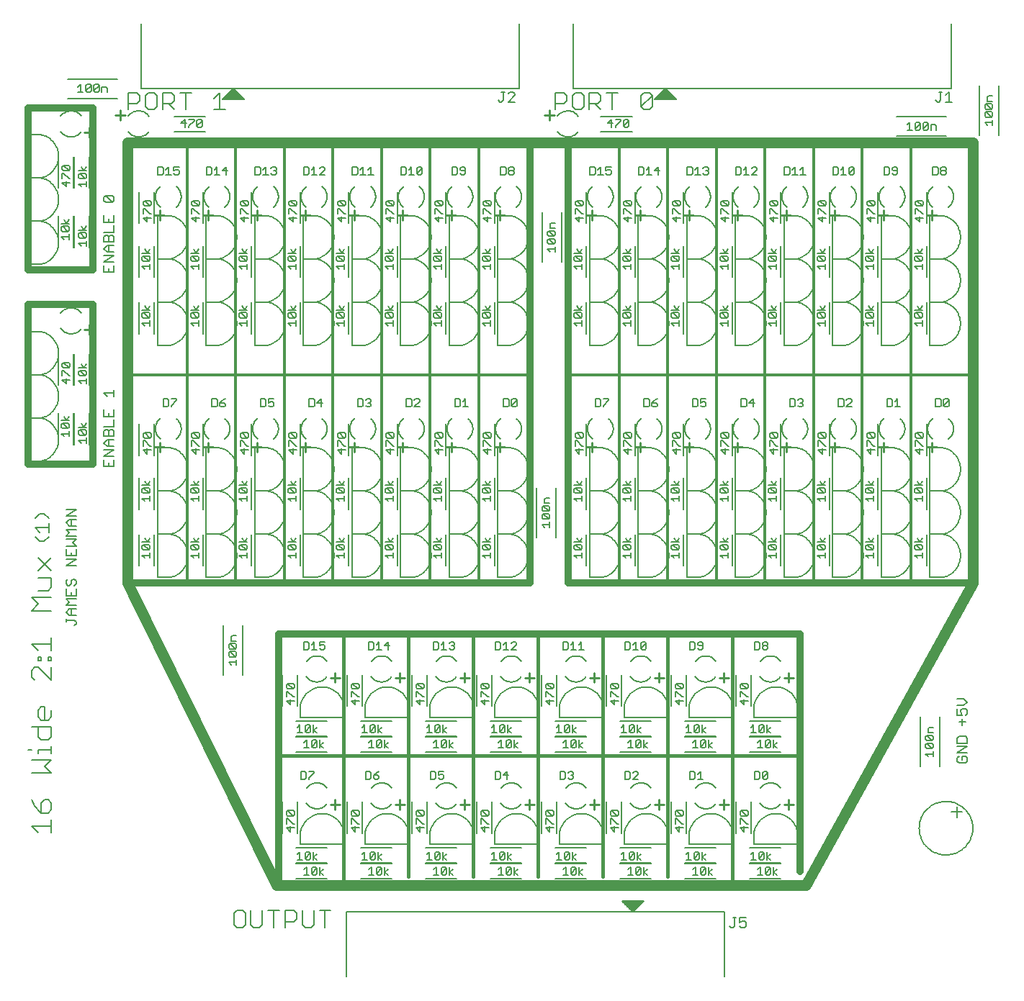
<source format=gto>
G04 Output by ViewMate Deluxe V11.0.9  PentaLogix LLC*
G04 Wed Apr 16 06:41:37 2014*
%FSLAX33Y33*%
%MOMM*%
%IPPOS*%
%ADD17C,0.3048*%
%ADD18C,0.4064*%
%ADD19C,0.127*%
%ADD20C,0.254*%
%ADD21C,0.127*%
%ADD117C,0.2032*%
%ADD118C,0.1524*%
%ADD120C,0.8128*%
%ADD121C,0.1778*%
%ADD122C,1.27*%

%LPD*%
X0Y0D2*D21*G1X12522Y57348D2*X13691Y57348D1*D17*X67081Y77470D2*X20091Y77470D1*X119151Y77470D2*X71526Y77470D1*X111849Y104775D2*X111849Y53022D1*X106134Y53022D2*X106134Y104775D1*X100419Y104775D2*X100419Y53022D1*X94704Y53022D2*X94704Y104775D1*X88989Y104775D2*X88989Y53022D1*X83274Y53022D2*X83274Y104775D1*X77559Y104775D2*X77559Y53022D1*X61049Y53022D2*X61049Y104775D1*X55334Y104775D2*X55334Y53022D1*X49619Y53022D2*X49619Y104775D1*X43904Y104775D2*X43904Y53022D1*X26759Y53340D2*X26759Y104775D1*X32474Y104775D2*X32474Y53022D1*X38189Y53022D2*X38189Y104775D1*D18*X98831Y32702D2*X37554Y32702D1*X90894Y46990D2*X90894Y17462D1*X83274Y18415D2*X83274Y46672D1*X75654Y46672D2*X75654Y18415D1*X68034Y18415D2*X68034Y46672D1*X60414Y46672D2*X60414Y18415D1*X52794Y18415D2*X52794Y46672D1*X45174Y46990D2*X45174Y17462D1*D19*X83071Y111011D2*X82842Y111011D1*X82718Y110886D2*X83195Y110886D1*X83317Y110764D2*X82596Y110764D1*X82471Y110640D2*X83442Y110640D1*X83563Y110518D2*X82349Y110518D1*X82225Y110393D2*X83688Y110393D1*X83810Y110272D2*X82103Y110272D1*X81978Y110147D2*X83934Y110147D1*X84059Y110025D2*X81857Y110025D1*X81732Y109901D2*X84181Y109901D1*X81686Y109855D2*X82956Y111125D1*X84226Y109855*X81686Y109855*X9550Y105728D2*X9705Y105692D1*X9855Y105646*X10005Y105593*X10150Y105529*X10290Y105458*X10427Y105377*X10559Y105288*X10683Y105192*X10803Y105090*X10914Y104978*X11021Y104861*X11120Y104737*X11209Y104607*X11293Y104473*X11366Y104333*X11433Y104188*X11488Y104041*X11537Y103891*X11575Y103736*X11603Y103581*X11623Y103424*X11633Y103266*X11633Y103109*X11623Y102951*X11603Y102794*X11575Y102639*X11537Y102484*X11488Y102334*X11433Y102187*X11366Y102042*X11293Y101902*X11209Y101768*X11120Y101638*X11021Y101514*X10914Y101397*X10803Y101285*X10683Y101183*X10559Y101087*X10427Y100998*X10290Y100917*X10150Y100846*X10005Y100782*X9855Y100729*X9705Y100683*X9550Y100648*X9705Y100612*X9855Y100566*X10005Y100513*X10150Y100449*X10290Y100378*X10427Y100297*X10559Y100208*X10683Y100112*X10803Y100010*X10914Y99898*X11021Y99781*X11120Y99657*X11209Y99527*X11293Y99393*X11366Y99253*X11433Y99108*X11488Y98961*X11537Y98811*X11575Y98656*X11603Y98501*X11623Y98344*X11633Y98186*X11633Y98029*X11623Y97871*X11603Y97714*X11575Y97559*X11537Y97404*X11488Y97254*X11433Y97107*X11366Y96962*X11293Y96822*X11209Y96688*X11120Y96558*X11021Y96434*X10914Y96317*X10803Y96205*X10683Y96103*X10559Y96007*X10427Y95918*X10290Y95837*X10150Y95766*X10005Y95702*X9855Y95649*X9705Y95603*X9550Y95568*X9705Y95532*X9855Y95486*X10005Y95433*X10150Y95369*X10290Y95298*X10427Y95217*X10559Y95128*X10683Y95032*X10803Y94930*X10914Y94818*X11021Y94701*X11120Y94577*X11209Y94447*X11293Y94313*X11366Y94173*X11433Y94028*X11488Y93881*X11537Y93731*X11575Y93576*X11603Y93421*X11623Y93264*X11633Y93106*X11633Y92949*X11623Y92791*X11603Y92634*X11575Y92479*X11537Y92324*X11488Y92174*X11433Y92027*X11366Y91882*X11293Y91742*X11209Y91608*X11120Y91478*X11021Y91354*X10914Y91237*X10803Y91125*X10683Y91023*X10559Y90927*X10427Y90838*X10290Y90757*X10150Y90686*X10005Y90622*X9855Y90569*X9705Y90523*X9550Y90488*X8026Y90488*X8026Y95568*X9550Y95568*X8026Y95568*X8026Y100648*X9550Y100648*X8026Y100648*X8026Y105728*X9550Y105728*X32271Y111011D2*X32042Y111011D1*X31918Y110886D2*X32395Y110886D1*X32517Y110764D2*X31796Y110764D1*X31671Y110640D2*X32642Y110640D1*X32763Y110518D2*X31549Y110518D1*X31425Y110393D2*X32888Y110393D1*X33010Y110272D2*X31303Y110272D1*X31178Y110147D2*X33134Y110147D1*X33259Y110025D2*X31057Y110025D1*X30932Y109901D2*X33381Y109901D1*X30886Y109855D2*X32156Y111125D1*X33426Y109855*X30886Y109855*X21361Y118745D2*X21361Y111125D1*X65811Y111125*X65811Y118745*X72161Y118745D2*X72161Y111125D1*X116611Y111125*X116611Y118745*X114071Y80962D2*X115595Y80962D1*X115750Y80998*X115900Y81044*X116050Y81097*X116195Y81161*X116335Y81232*X116472Y81313*X116604Y81402*X116728Y81498*X116848Y81600*X116959Y81712*X117066Y81829*X117165Y81953*X117254Y82083*X117338Y82217*X117412Y82357*X117478Y82502*X117533Y82649*X117582Y82799*X117620Y82954*X117648Y83109*X117668Y83266*X117678Y83424*X117678Y83581*X117668Y83739*X117648Y83896*X117620Y84051*X117582Y84206*X117533Y84356*X117478Y84503*X117412Y84648*X117338Y84788*X117254Y84922*X117165Y85052*X117066Y85176*X116959Y85293*X116848Y85405*X116728Y85507*X116604Y85603*X116472Y85692*X116335Y85773*X116195Y85844*X116050Y85908*X115900Y85961*X115750Y86007*X115595Y86042*X115750Y86078*X115900Y86124*X116050Y86177*X116195Y86241*X116335Y86312*X116472Y86393*X116604Y86482*X116728Y86578*X116848Y86680*X116959Y86792*X117066Y86909*X117165Y87033*X117254Y87163*X117338Y87297*X117412Y87437*X117478Y87582*X117533Y87729*X117582Y87879*X117620Y88034*X117648Y88189*X117668Y88346*X117678Y88504*X117678Y88661*X117668Y88819*X117648Y88976*X117620Y89131*X117582Y89286*X117533Y89436*X117478Y89583*X117412Y89728*X117338Y89868*X117254Y90002*X117165Y90132*X117066Y90256*X116959Y90373*X116848Y90485*X116728Y90587*X116604Y90683*X116472Y90772*X116335Y90853*X116195Y90924*X116050Y90988*X115900Y91041*X115750Y91087*X115595Y91122*X115750Y91158*X115900Y91204*X116050Y91257*X116195Y91321*X116335Y91392*X116472Y91473*X116604Y91562*X116728Y91658*X116848Y91760*X116959Y91872*X117066Y91989*X117165Y92113*X117254Y92243*X117338Y92377*X117412Y92517*X117478Y92662*X117533Y92809*X117582Y92959*X117620Y93114*X117648Y93269*X117668Y93426*X117678Y93584*X117678Y93741*X117668Y93899*X117648Y94056*X117620Y94211*X117582Y94366*X117533Y94516*X117478Y94663*X117412Y94808*X117338Y94948*X117254Y95082*X117165Y95212*X117066Y95336*X116959Y95453*X116848Y95565*X116728Y95667*X116604Y95763*X116472Y95852*X116335Y95933*X116195Y96004*X116050Y96068*X115900Y96121*X115750Y96167*X115595Y96202*X114071Y96202*X114071Y91122*X115595Y91122*X114071Y91122*X114071Y86042*X115595Y86042*X114071Y86042*X114071Y80962*X109880Y80962D2*X110035Y80998D1*X110185Y81044*X110335Y81097*X110480Y81161*X110620Y81232*X110757Y81313*X110889Y81402*X111013Y81498*X111133Y81600*X111244Y81712*X111351Y81829*X111450Y81953*X111539Y82083*X111623Y82217*X111696Y82357*X111763Y82502*X111818Y82649*X111867Y82799*X111905Y82954*X111933Y83109*X111953Y83266*X111963Y83424*X111963Y83581*X111953Y83739*X111933Y83896*X111905Y84051*X111867Y84206*X111818Y84356*X111763Y84503*X111696Y84648*X111623Y84788*X111539Y84922*X111450Y85052*X111351Y85176*X111244Y85293*X111133Y85405*X111013Y85507*X110889Y85603*X110757Y85692*X110620Y85773*X110480Y85844*X110335Y85908*X110185Y85961*X110035Y86007*X109880Y86042*X110035Y86078*X110185Y86124*X110335Y86177*X110480Y86241*X110620Y86312*X110757Y86393*X110889Y86482*X111013Y86578*X111133Y86680*X111244Y86792*X111351Y86909*X111450Y87033*X111539Y87163*X111623Y87297*X111696Y87437*X111763Y87582*X111818Y87729*X111867Y87879*X111905Y88034*X111933Y88189*X111953Y88346*X111963Y88504*X111963Y88661*X111953Y88819*X111933Y88976*X111905Y89131*X111867Y89286*X111818Y89436*X111763Y89583*X111696Y89728*X111623Y89868*X111539Y90002*X111450Y90132*X111351Y90256*X111244Y90373*X111133Y90485*X111013Y90587*X110889Y90683*X110757Y90772*X110620Y90853*X110480Y90924*X110335Y90988*X110185Y91041*X110035Y91087*X109880Y91122*X110035Y91158*X110185Y91204*X110335Y91257*X110480Y91321*X110620Y91392*X110757Y91473*X110889Y91562*X111013Y91658*X111133Y91760*X111244Y91872*X111351Y91989*X111450Y92113*X111539Y92243*X111623Y92377*X111696Y92517*X111763Y92662*X111818Y92809*X111867Y92959*X111905Y93114*X111933Y93269*X111953Y93426*X111963Y93584*X111963Y93741*X111953Y93899*X111933Y94056*X111905Y94211*X111867Y94366*X111818Y94516*X111763Y94663*X111696Y94808*X111623Y94948*X111539Y95082*X111450Y95212*X111351Y95336*X111244Y95453*X111133Y95565*X111013Y95667*X110889Y95763*X110757Y95852*X110620Y95933*X110480Y96004*X110335Y96068*X110185Y96121*X110035Y96167*X109880Y96202*X108356Y96202*X108356Y91122*X109880Y91122*X108356Y91122*X108356Y86042*X109880Y86042*X108356Y86042*X108356Y80962*X109880Y80962*X104165Y80962D2*X104320Y80998D1*X104470Y81044*X104620Y81097*X104765Y81161*X104905Y81232*X105042Y81313*X105174Y81402*X105298Y81498*X105418Y81600*X105529Y81712*X105636Y81829*X105735Y81953*X105824Y82083*X105908Y82217*X105982Y82357*X106048Y82502*X106103Y82649*X106152Y82799*X106190Y82954*X106218Y83109*X106238Y83266*X106248Y83424*X106248Y83581*X106238Y83739*X106218Y83896*X106190Y84051*X106152Y84206*X106103Y84356*X106048Y84503*X105982Y84648*X105908Y84788*X105824Y84922*X105735Y85052*X105636Y85176*X105529Y85293*X105418Y85405*X105298Y85507*X105174Y85603*X105042Y85692*X104905Y85773*X104765Y85844*X104620Y85908*X104470Y85961*X104320Y86007*X104165Y86042*X104320Y86078*X104470Y86124*X104620Y86177*X104765Y86241*X104905Y86312*X105042Y86393*X105174Y86482*X105298Y86578*X105418Y86680*X105529Y86792*X105636Y86909*X105735Y87033*X105824Y87163*X105908Y87297*X105982Y87437*X106048Y87582*X106103Y87729*X106152Y87879*X106190Y88034*X106218Y88189*X106238Y88346*X106248Y88504*X106248Y88661*X106238Y88819*X106218Y88976*X106190Y89131*X106152Y89286*X106103Y89436*X106048Y89583*X105982Y89728*X105908Y89868*X105824Y90002*X105735Y90132*X105636Y90256*X105529Y90373*X105418Y90485*X105298Y90587*X105174Y90683*X105042Y90772*X104905Y90853*X104765Y90924*X104620Y90988*X104470Y91041*X104320Y91087*X104165Y91122*X104320Y91158*X104470Y91204*X104620Y91257*X104765Y91321*X104905Y91392*X105042Y91473*X105174Y91562*X105298Y91658*X105418Y91760*X105529Y91872*X105636Y91989*X105735Y92113*X105824Y92243*X105908Y92377*X105982Y92517*X106048Y92662*X106103Y92809*X106152Y92959*X106190Y93114*X106218Y93269*X106238Y93426*X106248Y93584*X106248Y93741*X106238Y93899*X106218Y94056*X106190Y94211*X106152Y94366*X106103Y94516*X106048Y94663*X105982Y94808*X105908Y94948*X105824Y95082*X105735Y95212*X105636Y95336*X105529Y95453*X105418Y95565*X105298Y95667*X105174Y95763*X105042Y95852*X104905Y95933*X104765Y96004*X104620Y96068*X104470Y96121*X104320Y96167*X104165Y96202*X102641Y96202*X102641Y91122*X104165Y91122*X102641Y91122*X102641Y86042*X104165Y86042*X102641Y86042*X102641Y80962*X104165Y80962*X98450Y80962D2*X98605Y80998D1*X98755Y81044*X98905Y81097*X99050Y81161*X99190Y81232*X99327Y81313*X99459Y81402*X99583Y81498*X99703Y81600*X99814Y81712*X99921Y81829*X100020Y81953*X100109Y82083*X100193Y82217*X100266Y82357*X100333Y82502*X100388Y82649*X100437Y82799*X100475Y82954*X100503Y83109*X100523Y83266*X100533Y83424*X100533Y83581*X100523Y83739*X100503Y83896*X100475Y84051*X100437Y84206*X100388Y84356*X100333Y84503*X100266Y84648*X100193Y84788*X100109Y84922*X100020Y85052*X99921Y85176*X99814Y85293*X99703Y85405*X99583Y85507*X99459Y85603*X99327Y85692*X99190Y85773*X99050Y85844*X98905Y85908*X98755Y85961*X98605Y86007*X98450Y86042*X98605Y86078*X98755Y86124*X98905Y86177*X99050Y86241*X99190Y86312*X99327Y86393*X99459Y86482*X99583Y86578*X99703Y86680*X99814Y86792*X99921Y86909*X100020Y87033*X100109Y87163*X100193Y87297*X100266Y87437*X100333Y87582*X100388Y87729*X100437Y87879*X100475Y88034*X100503Y88189*X100523Y88346*X100533Y88504*X100533Y88661*X100523Y88819*X100503Y88976*X100475Y89131*X100437Y89286*X100388Y89436*X100333Y89583*X100266Y89728*X100193Y89868*X100109Y90002*X100020Y90132*X99921Y90256*X99814Y90373*X99703Y90485*X99583Y90587*X99459Y90683*X99327Y90772*X99190Y90853*X99050Y90924*X98905Y90988*X98755Y91041*X98605Y91087*X98450Y91122*X98605Y91158*X98755Y91204*X98905Y91257*X99050Y91321*X99190Y91392*X99327Y91473*X99459Y91562*X99583Y91658*X99703Y91760*X99814Y91872*X99921Y91989*X100020Y92113*X100109Y92243*X100193Y92377*X100266Y92517*X100333Y92662*X100388Y92809*X100437Y92959*X100475Y93114*X100503Y93269*X100523Y93426*X100533Y93584*X100533Y93741*X100523Y93899*X100503Y94056*X100475Y94211*X100437Y94366*X100388Y94516*X100333Y94663*X100266Y94808*X100193Y94948*X100109Y95082*X100020Y95212*X99921Y95336*X99814Y95453*X99703Y95565*X99583Y95667*X99459Y95763*X99327Y95852*X99190Y95933*X99050Y96004*X98905Y96068*X98755Y96121*X98605Y96167*X98450Y96202*X96926Y96202*X96926Y91122*X98450Y91122*X96926Y91122*X96926Y86042*X98450Y86042*X96926Y86042*X96926Y80962*X98450Y80962*X91211Y80962D2*X92735Y80962D1*X92890Y80998*X93040Y81044*X93190Y81097*X93335Y81161*X93475Y81232*X93612Y81313*X93744Y81402*X93868Y81498*X93988Y81600*X94099Y81712*X94206Y81829*X94305Y81953*X94394Y82083*X94478Y82217*X94552Y82357*X94618Y82502*X94673Y82649*X94722Y82799*X94760Y82954*X94788Y83109*X94808Y83266*X94818Y83424*X94818Y83581*X94808Y83739*X94788Y83896*X94760Y84051*X94722Y84206*X94673Y84356*X94618Y84503*X94552Y84648*X94478Y84788*X94394Y84922*X94305Y85052*X94206Y85176*X94099Y85293*X93988Y85405*X93868Y85507*X93744Y85603*X93612Y85692*X93475Y85773*X93335Y85844*X93190Y85908*X93040Y85961*X92890Y86007*X92735Y86042*X92890Y86078*X93040Y86124*X93190Y86177*X93335Y86241*X93475Y86312*X93612Y86393*X93744Y86482*X93868Y86578*X93988Y86680*X94099Y86792*X94206Y86909*X94305Y87033*X94394Y87163*X94478Y87297*X94552Y87437*X94618Y87582*X94673Y87729*X94722Y87879*X94760Y88034*X94788Y88189*X94808Y88346*X94818Y88504*X94818Y88661*X94808Y88819*X94788Y88976*X94760Y89131*X94722Y89286*X94673Y89436*X94618Y89583*X94552Y89728*X94478Y89868*X94394Y90002*X94305Y90132*X94206Y90256*X94099Y90373*X93988Y90485*X93868Y90587*X93744Y90683*X93612Y90772*X93475Y90853*X93335Y90924*X93190Y90988*X93040Y91041*X92890Y91087*X92735Y91122*X92890Y91158*X93040Y91204*X93190Y91257*X93335Y91321*X93475Y91392*X93612Y91473*X93744Y91562*X93868Y91658*X93988Y91760*X94099Y91872*X94206Y91989*X94305Y92113*X94394Y92243*X94478Y92377*X94552Y92517*X94618Y92662*X94673Y92809*X94722Y92959*X94760Y93114*X94788Y93269*X94808Y93426*X94818Y93584*X94818Y93741*X94808Y93899*X94788Y94056*X94760Y94211*X94722Y94366*X94673Y94516*X94618Y94663*X94552Y94808*X94478Y94948*X94394Y95082*X94305Y95212*X94206Y95336*X94099Y95453*X93988Y95565*X93868Y95667*X93744Y95763*X93612Y95852*X93475Y95933*X93335Y96004*X93190Y96068*X93040Y96121*X92890Y96167*X92735Y96202*X91211Y96202*X91211Y91122*X92735Y91122*X91211Y91122*X91211Y86042*X92735Y86042*X91211Y86042*X91211Y80962*X85496Y80962D2*X87020Y80962D1*X87175Y80998*X87325Y81044*X87475Y81097*X87620Y81161*X87760Y81232*X87897Y81313*X88029Y81402*X88153Y81498*X88273Y81600*X88384Y81712*X88491Y81829*X88590Y81953*X88679Y82083*X88763Y82217*X88836Y82357*X88903Y82502*X88958Y82649*X89007Y82799*X89045Y82954*X89073Y83109*X89093Y83266*X89103Y83424*X89103Y83581*X89093Y83739*X89073Y83896*X89045Y84051*X89007Y84206*X88958Y84356*X88903Y84503*X88836Y84648*X88763Y84788*X88679Y84922*X88590Y85052*X88491Y85176*X88384Y85293*X88273Y85405*X88153Y85507*X88029Y85603*X87897Y85692*X87760Y85773*X87620Y85844*X87475Y85908*X87325Y85961*X87175Y86007*X87020Y86042*X87175Y86078*X87325Y86124*X87475Y86177*X87620Y86241*X87760Y86312*X87897Y86393*X88029Y86482*X88153Y86578*X88273Y86680*X88384Y86792*X88491Y86909*X88590Y87033*X88679Y87163*X88763Y87297*X88836Y87437*X88903Y87582*X88958Y87729*X89007Y87879*X89045Y88034*X89073Y88189*X89093Y88346*X89103Y88504*X89103Y88661*X89093Y88819*X89073Y88976*X89045Y89131*X89007Y89286*X88958Y89436*X88903Y89583*X88836Y89728*X88763Y89868*X88679Y90002*X88590Y90132*X88491Y90256*X88384Y90373*X88273Y90485*X88153Y90587*X88029Y90683*X87897Y90772*X87760Y90853*X87620Y90924*X87475Y90988*X87325Y91041*X87175Y91087*X87020Y91122*X87175Y91158*X87325Y91204*X87475Y91257*X87620Y91321*X87760Y91392*X87897Y91473*X88029Y91562*X88153Y91658*X88273Y91760*X88384Y91872*X88491Y91989*X88590Y92113*X88679Y92243*X88763Y92377*X88836Y92517*X88903Y92662*X88958Y92809*X89007Y92959*X89045Y93114*X89073Y93269*X89093Y93426*X89103Y93584*X89103Y93741*X89093Y93899*X89073Y94056*X89045Y94211*X89007Y94366*X88958Y94516*X88903Y94663*X88836Y94808*X88763Y94948*X88679Y95082*X88590Y95212*X88491Y95336*X88384Y95453*X88273Y95565*X88153Y95667*X88029Y95763*X87897Y95852*X87760Y95933*X87620Y96004*X87475Y96068*X87325Y96121*X87175Y96167*X87020Y96202*X85496Y96202*X85496Y91122*X87020Y91122*X85496Y91122*X85496Y86042*X87020Y86042*X85496Y86042*X85496Y80962*X81305Y80962D2*X81460Y80998D1*X81610Y81044*X81760Y81097*X81905Y81161*X82045Y81232*X82182Y81313*X82314Y81402*X82438Y81498*X82558Y81600*X82669Y81712*X82776Y81829*X82875Y81953*X82964Y82083*X83048Y82217*X83122Y82357*X83188Y82502*X83243Y82649*X83292Y82799*X83330Y82954*X83358Y83109*X83378Y83266*X83388Y83424*X83388Y83581*X83378Y83739*X83358Y83896*X83330Y84051*X83292Y84206*X83243Y84356*X83188Y84503*X83122Y84648*X83048Y84788*X82964Y84922*X82875Y85052*X82776Y85176*X82669Y85293*X82558Y85405*X82438Y85507*X82314Y85603*X82182Y85692*X82045Y85773*X81905Y85844*X81760Y85908*X81610Y85961*X81460Y86007*X81305Y86042*X81460Y86078*X81610Y86124*X81760Y86177*X81905Y86241*X82045Y86312*X82182Y86393*X82314Y86482*X82438Y86578*X82558Y86680*X82669Y86792*X82776Y86909*X82875Y87033*X82964Y87163*X83048Y87297*X83122Y87437*X83188Y87582*X83243Y87729*X83292Y87879*X83330Y88034*X83358Y88189*X83378Y88346*X83388Y88504*X83388Y88661*X83378Y88819*X83358Y88976*X83330Y89131*X83292Y89286*X83243Y89436*X83188Y89583*X83122Y89728*X83048Y89868*X82964Y90002*X82875Y90132*X82776Y90256*X82669Y90373*X82558Y90485*X82438Y90587*X82314Y90683*X82182Y90772*X82045Y90853*X81905Y90924*X81760Y90988*X81610Y91041*X81460Y91087*X81305Y91122*X81460Y91158*X81610Y91204*X81760Y91257*X81905Y91321*X82045Y91392*X82182Y91473*X82314Y91562*X82438Y91658*X82558Y91760*X82669Y91872*X82776Y91989*X82875Y92113*X82964Y92243*X83048Y92377*X83122Y92517*X83188Y92662*X83243Y92809*X83292Y92959*X83330Y93114*X83358Y93269*X83378Y93426*X83388Y93584*X83388Y93741*X83378Y93899*X83358Y94056*X83330Y94211*X83292Y94366*X83243Y94516*X83188Y94663*X83122Y94808*X83048Y94948*X82964Y95082*X82875Y95212*X82776Y95336*X82669Y95453*X82558Y95565*X82438Y95667*X82314Y95763*X82182Y95852*X82045Y95933*X81905Y96004*X81760Y96068*X81610Y96121*X81460Y96167*X81305Y96202*X79781Y96202*X79781Y91122*X81305Y91122*X79781Y91122*X79781Y86042*X81305Y86042*X79781Y86042*X79781Y80962*X81305Y80962*X75590Y80962D2*X75745Y80998D1*X75895Y81044*X76045Y81097*X76190Y81161*X76330Y81232*X76467Y81313*X76599Y81402*X76723Y81498*X76843Y81600*X76954Y81712*X77061Y81829*X77160Y81953*X77249Y82083*X77333Y82217*X77406Y82357*X77473Y82502*X77528Y82649*X77577Y82799*X77615Y82954*X77643Y83109*X77663Y83266*X77673Y83424*X77673Y83581*X77663Y83739*X77643Y83896*X77615Y84051*X77577Y84206*X77528Y84356*X77473Y84503*X77406Y84648*X77333Y84788*X77249Y84922*X77160Y85052*X77061Y85176*X76954Y85293*X76843Y85405*X76723Y85507*X76599Y85603*X76467Y85692*X76330Y85773*X76190Y85844*X76045Y85908*X75895Y85961*X75745Y86007*X75590Y86042*X75745Y86078*X75895Y86124*X76045Y86177*X76190Y86241*X76330Y86312*X76467Y86393*X76599Y86482*X76723Y86578*X76843Y86680*X76954Y86792*X77061Y86909*X77160Y87033*X77249Y87163*X77333Y87297*X77406Y87437*X77473Y87582*X77528Y87729*X77577Y87879*X77615Y88034*X77643Y88189*X77663Y88346*X77673Y88504*X77673Y88661*X77663Y88819*X77643Y88976*X77615Y89131*X77577Y89286*X77528Y89436*X77473Y89583*X77406Y89728*X77333Y89868*X77249Y90002*X77160Y90132*X77061Y90256*X76954Y90373*X76843Y90485*X76723Y90587*X76599Y90683*X76467Y90772*X76330Y90853*X76190Y90924*X76045Y90988*X75895Y91041*X75745Y91087*X75590Y91122*X75745Y91158*X75895Y91204*X76045Y91257*X76190Y91321*X76330Y91392*X76467Y91473*X76599Y91562*X76723Y91658*X76843Y91760*X76954Y91872*X77061Y91989*X77160Y92113*X77249Y92243*X77333Y92377*X77406Y92517*X77473Y92662*X77528Y92809*X77577Y92959*X77615Y93114*X77643Y93269*X77663Y93426*X77673Y93584*X77673Y93741*X77663Y93899*X77643Y94056*X77615Y94211*X77577Y94366*X77528Y94516*X77473Y94663*X77406Y94808*X77333Y94948*X77249Y95082*X77160Y95212*X77061Y95336*X76954Y95453*X76843Y95565*X76723Y95667*X76599Y95763*X76467Y95852*X76330Y95933*X76190Y96004*X76045Y96068*X75895Y96121*X75745Y96167*X75590Y96202*X74066Y96202*X74066Y91122*X75590Y91122*X74066Y91122*X74066Y86042*X75590Y86042*X74066Y86042*X74066Y80962*X75590Y80962*X64795Y80962D2*X64950Y80998D1*X65100Y81044*X65250Y81097*X65395Y81161*X65535Y81232*X65672Y81313*X65804Y81402*X65928Y81498*X66048Y81600*X66159Y81712*X66266Y81829*X66365Y81953*X66454Y82083*X66538Y82217*X66612Y82357*X66678Y82502*X66733Y82649*X66782Y82799*X66820Y82954*X66848Y83109*X66868Y83266*X66878Y83424*X66878Y83581*X66868Y83739*X66848Y83896*X66820Y84051*X66782Y84206*X66733Y84356*X66678Y84503*X66612Y84648*X66538Y84788*X66454Y84922*X66365Y85052*X66266Y85176*X66159Y85293*X66048Y85405*X65928Y85507*X65804Y85603*X65672Y85692*X65535Y85773*X65395Y85844*X65250Y85908*X65100Y85961*X64950Y86007*X64795Y86042*X64950Y86078*X65100Y86124*X65250Y86177*X65395Y86241*X65535Y86312*X65672Y86393*X65804Y86482*X65928Y86578*X66048Y86680*X66159Y86792*X66266Y86909*X66365Y87033*X66454Y87163*X66538Y87297*X66612Y87437*X66678Y87582*X66733Y87729*X66782Y87879*X66820Y88034*X66848Y88189*X66868Y88346*X66878Y88504*X66878Y88661*X66868Y88819*X66848Y88976*X66820Y89131*X66782Y89286*X66733Y89436*X66678Y89583*X66612Y89728*X66538Y89868*X66454Y90002*X66365Y90132*X66266Y90256*X66159Y90373*X66048Y90485*X65928Y90587*X65804Y90683*X65672Y90772*X65535Y90853*X65395Y90924*X65250Y90988*X65100Y91041*X64950Y91087*X64795Y91122*X64950Y91158*X65100Y91204*X65250Y91257*X65395Y91321*X65535Y91392*X65672Y91473*X65804Y91562*X65928Y91658*X66048Y91760*X66159Y91872*X66266Y91989*X66365Y92113*X66454Y92243*X66538Y92377*X66612Y92517*X66678Y92662*X66733Y92809*X66782Y92959*X66820Y93114*X66848Y93269*X66868Y93426*X66878Y93584*X66878Y93741*X66868Y93899*X66848Y94056*X66820Y94211*X66782Y94366*X66733Y94516*X66678Y94663*X66612Y94808*X66538Y94948*X66454Y95082*X66365Y95212*X66266Y95336*X66159Y95453*X66048Y95565*X65928Y95667*X65804Y95763*X65672Y95852*X65535Y95933*X65395Y96004*X65250Y96068*X65100Y96121*X64950Y96167*X64795Y96202*X63271Y96202*X63271Y91122*X64795Y91122*X63271Y91122*X63271Y86042*X64795Y86042*X63271Y86042*X63271Y80962*X64795Y80962*X59080Y80962D2*X59235Y80998D1*X59385Y81044*X59535Y81097*X59680Y81161*X59820Y81232*X59957Y81313*X60089Y81402*X60213Y81498*X60333Y81600*X60444Y81712*X60551Y81829*X60650Y81953*X60739Y82083*X60823Y82217*X60896Y82357*X60963Y82502*X61018Y82649*X61067Y82799*X61105Y82954*X61133Y83109*X61153Y83266*X61163Y83424*X61163Y83581*X61153Y83739*X61133Y83896*X61105Y84051*X61067Y84206*X61018Y84356*X60963Y84503*X60896Y84648*X60823Y84788*X60739Y84922*X60650Y85052*X60551Y85176*X60444Y85293*X60333Y85405*X60213Y85507*X60089Y85603*X59957Y85692*X59820Y85773*X59680Y85844*X59535Y85908*X59385Y85961*X59235Y86007*X59080Y86042*X59235Y86078*X59385Y86124*X59535Y86177*X59680Y86241*X59820Y86312*X59957Y86393*X60089Y86482*X60213Y86578*X60333Y86680*X60444Y86792*X60551Y86909*X60650Y87033*X60739Y87163*X60823Y87297*X60896Y87437*X60963Y87582*X61018Y87729*X61067Y87879*X61105Y88034*X61133Y88189*X61153Y88346*X61163Y88504*X61163Y88661*X61153Y88819*X61133Y88976*X61105Y89131*X61067Y89286*X61018Y89436*X60963Y89583*X60896Y89728*X60823Y89868*X60739Y90002*X60650Y90132*X60551Y90256*X60444Y90373*X60333Y90485*X60213Y90587*X60089Y90683*X59957Y90772*X59820Y90853*X59680Y90924*X59535Y90988*X59385Y91041*X59235Y91087*X59080Y91122*X59235Y91158*X59385Y91204*X59535Y91257*X59680Y91321*X59820Y91392*X59957Y91473*X60089Y91562*X60213Y91658*X60333Y91760*X60444Y91872*X60551Y91989*X60650Y92113*X60739Y92243*X60823Y92377*X60896Y92517*X60963Y92662*X61018Y92809*X61067Y92959*X61105Y93114*X61133Y93269*X61153Y93426*X61163Y93584*X61163Y93741*X61153Y93899*X61133Y94056*X61105Y94211*X61067Y94366*X61018Y94516*X60963Y94663*X60896Y94808*X60823Y94948*X60739Y95082*X60650Y95212*X60551Y95336*X60444Y95453*X60333Y95565*X60213Y95667*X60089Y95763*X59957Y95852*X59820Y95933*X59680Y96004*X59535Y96068*X59385Y96121*X59235Y96167*X59080Y96202*X57556Y96202*X57556Y91122*X59080Y91122*X57556Y91122*X57556Y86042*X59080Y86042*X57556Y86042*X57556Y80962*X59080Y80962*X53365Y80962D2*X53520Y80998D1*X53670Y81044*X53820Y81097*X53965Y81161*X54105Y81232*X54242Y81313*X54374Y81402*X54498Y81498*X54618Y81600*X54729Y81712*X54836Y81829*X54935Y81953*X55024Y82083*X55108Y82217*X55182Y82357*X55248Y82502*X55303Y82649*X55352Y82799*X55390Y82954*X55418Y83109*X55438Y83266*X55448Y83424*X55448Y83581*X55438Y83739*X55418Y83896*X55390Y84051*X55352Y84206*X55303Y84356*X55248Y84503*X55182Y84648*X55108Y84788*X55024Y84922*X54935Y85052*X54836Y85176*X54729Y85293*X54618Y85405*X54498Y85507*X54374Y85603*X54242Y85692*X54105Y85773*X53965Y85844*X53820Y85908*X53670Y85961*X53520Y86007*X53365Y86042*X53520Y86078*X53670Y86124*X53820Y86177*X53965Y86241*X54105Y86312*X54242Y86393*X54374Y86482*X54498Y86578*X54618Y86680*X54729Y86792*X54836Y86909*X54935Y87033*X55024Y87163*X55108Y87297*X55182Y87437*X55248Y87582*X55303Y87729*X55352Y87879*X55390Y88034*X55418Y88189*X55438Y88346*X55448Y88504*X55448Y88661*X55438Y88819*X55418Y88976*X55390Y89131*X55352Y89286*X55303Y89436*X55248Y89583*X55182Y89728*X55108Y89868*X55024Y90002*X54935Y90132*X54836Y90256*X54729Y90373*X54618Y90485*X54498Y90587*X54374Y90683*X54242Y90772*X54105Y90853*X53965Y90924*X53820Y90988*X53670Y91041*X53520Y91087*X53365Y91122*X53520Y91158*X53670Y91204*X53820Y91257*X53965Y91321*X54105Y91392*X54242Y91473*X54374Y91562*X54498Y91658*X54618Y91760*X54729Y91872*X54836Y91989*X54935Y92113*X55024Y92243*X55108Y92377*X55182Y92517*X55248Y92662*X55303Y92809*X55352Y92959*X55390Y93114*X55418Y93269*X55438Y93426*X55448Y93584*X55448Y93741*X55438Y93899*X55418Y94056*X55390Y94211*X55352Y94366*X55303Y94516*X55248Y94663*X55182Y94808*X55108Y94948*X55024Y95082*X54935Y95212*X54836Y95336*X54729Y95453*X54618Y95565*X54498Y95667*X54374Y95763*X54242Y95852*X54105Y95933*X53965Y96004*X53820Y96068*X53670Y96121*X53520Y96167*X53365Y96202*X51841Y96202*X51841Y91122*X53365Y91122*X51841Y91122*X51841Y86042*X53365Y86042*X51841Y86042*X51841Y80962*X53365Y80962*X47650Y80962D2*X47805Y80998D1*X47955Y81044*X48105Y81097*X48250Y81161*X48390Y81232*X48527Y81313*X48659Y81402*X48783Y81498*X48903Y81600*X49014Y81712*X49121Y81829*X49220Y81953*X49309Y82083*X49393Y82217*X49466Y82357*X49533Y82502*X49588Y82649*X49637Y82799*X49675Y82954*X49703Y83109*X49723Y83266*X49733Y83424*X49733Y83581*X49723Y83739*X49703Y83896*X49675Y84051*X49637Y84206*X49588Y84356*X49533Y84503*X49466Y84648*X49393Y84788*X49309Y84922*X49220Y85052*X49121Y85176*X49014Y85293*X48903Y85405*X48783Y85507*X48659Y85603*X48527Y85692*X48390Y85773*X48250Y85844*X48105Y85908*X47955Y85961*X47805Y86007*X47650Y86042*X47805Y86078*X47955Y86124*X48105Y86177*X48250Y86241*X48390Y86312*X48527Y86393*X48659Y86482*X48783Y86578*X48903Y86680*X49014Y86792*X49121Y86909*X49220Y87033*X49309Y87163*X49393Y87297*X49466Y87437*X49533Y87582*X49588Y87729*X49637Y87879*X49675Y88034*X49703Y88189*X49723Y88346*X49733Y88504*X49733Y88661*X49723Y88819*X49703Y88976*X49675Y89131*X49637Y89286*X49588Y89436*X49533Y89583*X49466Y89728*X49393Y89868*X49309Y90002*X49220Y90132*X49121Y90256*X49014Y90373*X48903Y90485*X48783Y90587*X48659Y90683*X48527Y90772*X48390Y90853*X48250Y90924*X48105Y90988*X47955Y91041*X47805Y91087*X47650Y91122*X47805Y91158*X47955Y91204*X48105Y91257*X48250Y91321*X48390Y91392*X48527Y91473*X48659Y91562*X48783Y91658*X48903Y91760*X49014Y91872*X49121Y91989*X49220Y92113*X49309Y92243*X49393Y92377*X49466Y92517*X49533Y92662*X49588Y92809*X49637Y92959*X49675Y93114*X49703Y93269*X49723Y93426*X49733Y93584*X49733Y93741*X49723Y93899*X49703Y94056*X49675Y94211*X49637Y94366*X49588Y94516*X49533Y94663*X49466Y94808*X49393Y94948*X49309Y95082*X49220Y95212*X49121Y95336*X49014Y95453*X48903Y95565*X48783Y95667*X48659Y95763*X48527Y95852*X48390Y95933*X48250Y96004*X48105Y96068*X47955Y96121*X47805Y96167*X47650Y96202*X46126Y96202*X46126Y91122*X47650Y91122*X46126Y91122*X46126Y86042*X47650Y86042*X46126Y86042*X46126Y80962*X47650Y80962*X41935Y80962D2*X42090Y80998D1*X42240Y81044*X42390Y81097*X42535Y81161*X42675Y81232*X42812Y81313*X42944Y81402*X43068Y81498*X43188Y81600*X43299Y81712*X43406Y81829*X43505Y81953*X43594Y82083*X43678Y82217*X43752Y82357*X43818Y82502*X43873Y82649*X43922Y82799*X43960Y82954*X43988Y83109*X44008Y83266*X44018Y83424*X44018Y83581*X44008Y83739*X43988Y83896*X43960Y84051*X43922Y84206*X43873Y84356*X43818Y84503*X43752Y84648*X43678Y84788*X43594Y84922*X43505Y85052*X43406Y85176*X43299Y85293*X43188Y85405*X43068Y85507*X42944Y85603*X42812Y85692*X42675Y85773*X42535Y85844*X42390Y85908*X42240Y85961*X42090Y86007*X41935Y86042*X42090Y86078*X42240Y86124*X42390Y86177*X42535Y86241*X42675Y86312*X42812Y86393*X42944Y86482*X43068Y86578*X43188Y86680*X43299Y86792*X43406Y86909*X43505Y87033*X43594Y87163*X43678Y87297*X43752Y87437*X43818Y87582*X43873Y87729*X43922Y87879*X43960Y88034*X43988Y88189*X44008Y88346*X44018Y88504*X44018Y88661*X44008Y88819*X43988Y88976*X43960Y89131*X43922Y89286*X43873Y89436*X43818Y89583*X43752Y89728*X43678Y89868*X43594Y90002*X43505Y90132*X43406Y90256*X43299Y90373*X43188Y90485*X43068Y90587*X42944Y90683*X42812Y90772*X42675Y90853*X42535Y90924*X42390Y90988*X42240Y91041*X42090Y91087*X41935Y91122*X42090Y91158*X42240Y91204*X42390Y91257*X42535Y91321*X42675Y91392*X42812Y91473*X42944Y91562*X43068Y91658*X43188Y91760*X43299Y91872*X43406Y91989*X43505Y92113*X43594Y92243*X43678Y92377*X43752Y92517*X43818Y92662*X43873Y92809*X43922Y92959*X43960Y93114*X43988Y93269*X44008Y93426*X44018Y93584*X44018Y93741*X44008Y93899*X43988Y94056*X43960Y94211*X43922Y94366*X43873Y94516*X43818Y94663*X43752Y94808*X43678Y94948*X43594Y95082*X43505Y95212*X43406Y95336*X43299Y95453*X43188Y95565*X43068Y95667*X42944Y95763*X42812Y95852*X42675Y95933*X42535Y96004*X42390Y96068*X42240Y96121*X42090Y96167*X41935Y96202*X40411Y96202*X40411Y91122*X41935Y91122*X40411Y91122*X40411Y86042*X41935Y86042*X40411Y86042*X40411Y80962*X41935Y80962*X34696Y80962D2*X36220Y80962D1*X36375Y80998*X36525Y81044*X36675Y81097*X36820Y81161*X36960Y81232*X37097Y81313*X37229Y81402*X37353Y81498*X37473Y81600*X37584Y81712*X37691Y81829*X37790Y81953*X37879Y82083*X37963Y82217*X38036Y82357*X38103Y82502*X38158Y82649*X38207Y82799*X38245Y82954*X38273Y83109*X38293Y83266*X38303Y83424*X38303Y83581*X38293Y83739*X38273Y83896*X38245Y84051*X38207Y84206*X38158Y84356*X38103Y84503*X38036Y84648*X37963Y84788*X37879Y84922*X37790Y85052*X37691Y85176*X37584Y85293*X37473Y85405*X37353Y85507*X37229Y85603*X37097Y85692*X36960Y85773*X36820Y85844*X36675Y85908*X36525Y85961*X36375Y86007*X36220Y86042*X36375Y86078*X36525Y86124*X36675Y86177*X36820Y86241*X36960Y86312*X37097Y86393*X37229Y86482*X37353Y86578*X37473Y86680*X37584Y86792*X37691Y86909*X37790Y87033*X37879Y87163*X37963Y87297*X38036Y87437*X38103Y87582*X38158Y87729*X38207Y87879*X38245Y88034*X38273Y88189*X38293Y88346*X38303Y88504*X38303Y88661*X38293Y88819*X38273Y88976*X38245Y89131*X38207Y89286*X38158Y89436*X38103Y89583*X38036Y89728*X37963Y89868*X37879Y90002*X37790Y90132*X37691Y90256*X37584Y90373*X37473Y90485*X37353Y90587*X37229Y90683*X37097Y90772*X36960Y90853*X36820Y90924*X36675Y90988*X36525Y91041*X36375Y91087*X36220Y91122*X36375Y91158*X36525Y91204*X36675Y91257*X36820Y91321*X36960Y91392*X37097Y91473*X37229Y91562*X37353Y91658*X37473Y91760*X37584Y91872*X37691Y91989*X37790Y92113*X37879Y92243*X37963Y92377*X38036Y92517*X38103Y92662*X38158Y92809*X38207Y92959*X38245Y93114*X38273Y93269*X38293Y93426*X38303Y93584*X38303Y93741*X38293Y93899*X38273Y94056*X38245Y94211*X38207Y94366*X38158Y94516*X38103Y94663*X38036Y94808*X37963Y94948*X37879Y95082*X37790Y95212*X37691Y95336*X37584Y95453*X37473Y95565*X37353Y95667*X37229Y95763*X37097Y95852*X36960Y95933*X36820Y96004*X36675Y96068*X36525Y96121*X36375Y96167*X36220Y96202*X34696Y96202*X34696Y91122*X36220Y91122*X34696Y91122*X34696Y86042*X36220Y86042*X34696Y86042*X34696Y80962*X28981Y80962D2*X30505Y80962D1*X30660Y80998*X30810Y81044*X30960Y81097*X31105Y81161*X31245Y81232*X31382Y81313*X31514Y81402*X31638Y81498*X31758Y81600*X31869Y81712*X31976Y81829*X32075Y81953*X32164Y82083*X32248Y82217*X32322Y82357*X32388Y82502*X32443Y82649*X32492Y82799*X32530Y82954*X32558Y83109*X32578Y83266*X32588Y83424*X32588Y83581*X32578Y83739*X32558Y83896*X32530Y84051*X32492Y84206*X32443Y84356*X32388Y84503*X32322Y84648*X32248Y84788*X32164Y84922*X32075Y85052*X31976Y85176*X31869Y85293*X31758Y85405*X31638Y85507*X31514Y85603*X31382Y85692*X31245Y85773*X31105Y85844*X30960Y85908*X30810Y85961*X30660Y86007*X30505Y86042*X30660Y86078*X30810Y86124*X30960Y86177*X31105Y86241*X31245Y86312*X31382Y86393*X31514Y86482*X31638Y86578*X31758Y86680*X31869Y86792*X31976Y86909*X32075Y87033*X32164Y87163*X32248Y87297*X32322Y87437*X32388Y87582*X32443Y87729*X32492Y87879*X32530Y88034*X32558Y88189*X32578Y88346*X32588Y88504*X32588Y88661*X32578Y88819*X32558Y88976*X32530Y89131*X32492Y89286*X32443Y89436*X32388Y89583*X32322Y89728*X32248Y89868*X32164Y90002*X32075Y90132*X31976Y90256*X31869Y90373*X31758Y90485*X31638Y90587*X31514Y90683*X31382Y90772*X31245Y90853*X31105Y90924*X30960Y90988*X30810Y91041*X30660Y91087*X30505Y91122*X30660Y91158*X30810Y91204*X30960Y91257*X31105Y91321*X31245Y91392*X31382Y91473*X31514Y91562*X31638Y91658*X31758Y91760*X31869Y91872*X31976Y91989*X32075Y92113*X32164Y92243*X32248Y92377*X32322Y92517*X32388Y92662*X32443Y92809*X32492Y92959*X32530Y93114*X32558Y93269*X32578Y93426*X32588Y93584*X32588Y93741*X32578Y93899*X32558Y94056*X32530Y94211*X32492Y94366*X32443Y94516*X32388Y94663*X32322Y94808*X32248Y94948*X32164Y95082*X32075Y95212*X31976Y95336*X31869Y95453*X31758Y95565*X31638Y95667*X31514Y95763*X31382Y95852*X31245Y95933*X31105Y96004*X30960Y96068*X30810Y96121*X30660Y96167*X30505Y96202*X28981Y96202*X28981Y91122*X30505Y91122*X28981Y91122*X28981Y86042*X30505Y86042*X28981Y86042*X28981Y80962*X24790Y80962D2*X24945Y80998D1*X25095Y81044*X25245Y81097*X25390Y81161*X25530Y81232*X25667Y81313*X25799Y81402*X25923Y81498*X26043Y81600*X26154Y81712*X26261Y81829*X26360Y81953*X26449Y82083*X26533Y82217*X26606Y82357*X26673Y82502*X26728Y82649*X26777Y82799*X26815Y82954*X26843Y83109*X26863Y83266*X26873Y83424*X26873Y83581*X26863Y83739*X26843Y83896*X26815Y84051*X26777Y84206*X26728Y84356*X26673Y84503*X26606Y84648*X26533Y84788*X26449Y84922*X26360Y85052*X26261Y85176*X26154Y85293*X26043Y85405*X25923Y85507*X25799Y85603*X25667Y85692*X25530Y85773*X25390Y85844*X25245Y85908*X25095Y85961*X24945Y86007*X24790Y86042*X24945Y86078*X25095Y86124*X25245Y86177*X25390Y86241*X25530Y86312*X25667Y86393*X25799Y86482*X25923Y86578*X26043Y86680*X26154Y86792*X26261Y86909*X26360Y87033*X26449Y87163*X26533Y87297*X26606Y87437*X26673Y87582*X26728Y87729*X26777Y87879*X26815Y88034*X26843Y88189*X26863Y88346*X26873Y88504*X26873Y88661*X26863Y88819*X26843Y88976*X26815Y89131*X26777Y89286*X26728Y89436*X26673Y89583*X26606Y89728*X26533Y89868*X26449Y90002*X26360Y90132*X26261Y90256*X26154Y90373*X26043Y90485*X25923Y90587*X25799Y90683*X25667Y90772*X25530Y90853*X25390Y90924*X25245Y90988*X25095Y91041*X24945Y91087*X24790Y91122*X24945Y91158*X25095Y91204*X25245Y91257*X25390Y91321*X25530Y91392*X25667Y91473*X25799Y91562*X25923Y91658*X26043Y91760*X26154Y91872*X26261Y91989*X26360Y92113*X26449Y92243*X26533Y92377*X26606Y92517*X26673Y92662*X26728Y92809*X26777Y92959*X26815Y93114*X26843Y93269*X26863Y93426*X26873Y93584*X26873Y93741*X26863Y93899*X26843Y94056*X26815Y94211*X26777Y94366*X26728Y94516*X26673Y94663*X26606Y94808*X26533Y94948*X26449Y95082*X26360Y95212*X26261Y95336*X26154Y95453*X26043Y95565*X25923Y95667*X25799Y95763*X25667Y95852*X25530Y95933*X25390Y96004*X25245Y96068*X25095Y96121*X24945Y96167*X24790Y96202*X23266Y96202*X23266Y91122*X24790Y91122*X23266Y91122*X23266Y86042*X24790Y86042*X23266Y86042*X23266Y80962*X24790Y80962*X9550Y67310D2*X9705Y67346D1*X9855Y67391*X10005Y67445*X10150Y67508*X10290Y67579*X10427Y67661*X10559Y67749*X10683Y67846*X10803Y67948*X10914Y68059*X11021Y68176*X11120Y68301*X11209Y68430*X11293Y68565*X11366Y68704*X11433Y68849*X11488Y68997*X11537Y69146*X11575Y69301*X11603Y69456*X11623Y69614*X11633Y69771*X11633Y69929*X11623Y70086*X11603Y70244*X11575Y70399*X11537Y70554*X11488Y70703*X11433Y70851*X11366Y70996*X11293Y71135*X11209Y71270*X11120Y71399*X11021Y71524*X10914Y71641*X10803Y71752*X10683Y71854*X10559Y71951*X10427Y72039*X10290Y72121*X10150Y72192*X10005Y72255*X9855Y72309*X9705Y72354*X9550Y72390*X9705Y72426*X9855Y72471*X10005Y72525*X10150Y72588*X10290Y72659*X10427Y72741*X10559Y72829*X10683Y72926*X10803Y73028*X10914Y73139*X11021Y73256*X11120Y73381*X11209Y73510*X11293Y73645*X11366Y73784*X11433Y73929*X11488Y74077*X11537Y74226*X11575Y74381*X11603Y74536*X11623Y74694*X11633Y74851*X11633Y75009*X11623Y75166*X11603Y75324*X11575Y75479*X11537Y75634*X11488Y75783*X11433Y75931*X11366Y76076*X11293Y76215*X11209Y76350*X11120Y76479*X11021Y76604*X10914Y76721*X10803Y76832*X10683Y76934*X10559Y77031*X10427Y77119*X10290Y77201*X10150Y77272*X10005Y77335*X9855Y77389*X9705Y77434*X9550Y77470*X9705Y77506*X9855Y77551*X10005Y77605*X10150Y77668*X10290Y77739*X10427Y77821*X10559Y77909*X10683Y78006*X10803Y78108*X10914Y78219*X11021Y78336*X11120Y78461*X11209Y78590*X11293Y78725*X11366Y78864*X11433Y79009*X11488Y79157*X11537Y79306*X11575Y79461*X11603Y79616*X11623Y79774*X11633Y79931*X11633Y80089*X11623Y80246*X11603Y80404*X11575Y80559*X11537Y80714*X11488Y80863*X11433Y81011*X11366Y81156*X11293Y81295*X11209Y81430*X11120Y81559*X11021Y81684*X10914Y81801*X10803Y81912*X10683Y82014*X10559Y82111*X10427Y82199*X10290Y82281*X10150Y82352*X10005Y82415*X9855Y82469*X9705Y82514*X9550Y82550*X8026Y82550*X8026Y77470*X9550Y77470*X8026Y77470*X8026Y72390*X9550Y72390*X8026Y72390*X8026Y67310*X9550Y67310*X24790Y53658D2*X24945Y53693D1*X25095Y53739*X25245Y53792*X25390Y53856*X25530Y53927*X25667Y54008*X25799Y54097*X25923Y54193*X26043Y54295*X26154Y54407*X26261Y54524*X26360Y54648*X26449Y54778*X26533Y54912*X26606Y55052*X26673Y55197*X26728Y55344*X26777Y55494*X26815Y55649*X26843Y55804*X26863Y55961*X26873Y56119*X26873Y56276*X26863Y56434*X26843Y56591*X26815Y56746*X26777Y56901*X26728Y57051*X26673Y57198*X26606Y57343*X26533Y57483*X26449Y57617*X26360Y57747*X26261Y57871*X26154Y57988*X26043Y58100*X25923Y58202*X25799Y58298*X25667Y58387*X25530Y58468*X25390Y58539*X25245Y58603*X25095Y58656*X24945Y58702*X24790Y58738*X24945Y58773*X25095Y58819*X25245Y58872*X25390Y58936*X25530Y59007*X25667Y59088*X25799Y59177*X25923Y59273*X26043Y59375*X26154Y59487*X26261Y59604*X26360Y59728*X26449Y59858*X26533Y59992*X26606Y60132*X26673Y60277*X26728Y60424*X26777Y60574*X26815Y60729*X26843Y60884*X26863Y61041*X26873Y61199*X26873Y61356*X26863Y61514*X26843Y61671*X26815Y61826*X26777Y61981*X26728Y62131*X26673Y62278*X26606Y62423*X26533Y62563*X26449Y62697*X26360Y62827*X26261Y62951*X26154Y63068*X26043Y63180*X25923Y63282*X25799Y63378*X25667Y63467*X25530Y63548*X25390Y63619*X25245Y63683*X25095Y63736*X24945Y63782*X24790Y63818*X24945Y63853*X25095Y63899*X25245Y63952*X25390Y64016*X25530Y64087*X25667Y64168*X25799Y64257*X25923Y64353*X26043Y64455*X26154Y64567*X26261Y64684*X26360Y64808*X26449Y64938*X26533Y65072*X26606Y65212*X26673Y65357*X26728Y65504*X26777Y65654*X26815Y65809*X26843Y65964*X26863Y66121*X26873Y66279*X26873Y66436*X26863Y66594*X26843Y66751*X26815Y66906*X26777Y67061*X26728Y67211*X26673Y67358*X26606Y67503*X26533Y67643*X26449Y67777*X26360Y67907*X26261Y68031*X26154Y68148*X26043Y68260*X25923Y68362*X25799Y68458*X25667Y68547*X25530Y68628*X25390Y68699*X25245Y68763*X25095Y68816*X24945Y68862*X24790Y68898*X23266Y68898*X23266Y63818*X24790Y63818*X23266Y63818*X23266Y58738*X24790Y58738*X23266Y58738*X23266Y53658*X24790Y53658*X30505Y53658D2*X30660Y53693D1*X30810Y53739*X30960Y53792*X31105Y53856*X31245Y53927*X31382Y54008*X31514Y54097*X31638Y54193*X31758Y54295*X31869Y54407*X31976Y54524*X32075Y54648*X32164Y54778*X32248Y54912*X32322Y55052*X32388Y55197*X32443Y55344*X32492Y55494*X32530Y55649*X32558Y55804*X32578Y55961*X32588Y56119*X32588Y56276*X32578Y56434*X32558Y56591*X32530Y56746*X32492Y56901*X32443Y57051*X32388Y57198*X32322Y57343*X32248Y57483*X32164Y57617*X32075Y57747*X31976Y57871*X31869Y57988*X31758Y58100*X31638Y58202*X31514Y58298*X31382Y58387*X31245Y58468*X31105Y58539*X30960Y58603*X30810Y58656*X30660Y58702*X30505Y58738*X30660Y58773*X30810Y58819*X30960Y58872*X31105Y58936*X31245Y59007*X31382Y59088*X31514Y59177*X31638Y59273*X31758Y59375*X31869Y59487*X31976Y59604*X32075Y59728*X32164Y59858*X32248Y59992*X32322Y60132*X32388Y60277*X32443Y60424*X32492Y60574*X32530Y60729*X32558Y60884*X32578Y61041*X32588Y61199*X32588Y61356*X32578Y61514*X32558Y61671*X32530Y61826*X32492Y61981*X32443Y62131*X32388Y62278*X32322Y62423*X32248Y62563*X32164Y62697*X32075Y62827*X31976Y62951*X31869Y63068*X31758Y63180*X31638Y63282*X31514Y63378*X31382Y63467*X31245Y63548*X31105Y63619*X30960Y63683*X30810Y63736*X30660Y63782*X30505Y63818*X30660Y63853*X30810Y63899*X30960Y63952*X31105Y64016*X31245Y64087*X31382Y64168*X31514Y64257*X31638Y64353*X31758Y64455*X31869Y64567*X31976Y64684*X32075Y64808*X32164Y64938*X32248Y65072*X32322Y65212*X32388Y65357*X32443Y65504*X32492Y65654*X32530Y65809*X32558Y65964*X32578Y66121*X32588Y66279*X32588Y66436*X32578Y66594*X32558Y66751*X32530Y66906*X32492Y67061*X32443Y67211*X32388Y67358*X32322Y67503*X32248Y67643*X32164Y67777*X32075Y67907*X31976Y68031*X31869Y68148*X31758Y68260*X31638Y68362*X31514Y68458*X31382Y68547*X31245Y68628*X31105Y68699*X30960Y68763*X30810Y68816*X30660Y68862*X30505Y68898*X28981Y68898*X28981Y63818*X30505Y63818*X28981Y63818*X28981Y58738*X30505Y58738*X28981Y58738*X28981Y53658*X30505Y53658*X36220Y53658D2*X36375Y53693D1*X36525Y53739*X36675Y53792*X36820Y53856*X36960Y53927*X37097Y54008*X37229Y54097*X37353Y54193*X37473Y54295*X37584Y54407*X37691Y54524*X37790Y54648*X37879Y54778*X37963Y54912*X38036Y55052*X38103Y55197*X38158Y55344*X38207Y55494*X38245Y55649*X38273Y55804*X38293Y55961*X38303Y56119*X38303Y56276*X38293Y56434*X38273Y56591*X38245Y56746*X38207Y56901*X38158Y57051*X38103Y57198*X38036Y57343*X37963Y57483*X37879Y57617*X37790Y57747*X37691Y57871*X37584Y57988*X37473Y58100*X37353Y58202*X37229Y58298*X37097Y58387*X36960Y58468*X36820Y58539*X36675Y58603*X36525Y58656*X36375Y58702*X36220Y58738*X36375Y58773*X36525Y58819*X36675Y58872*X36820Y58936*X36960Y59007*X37097Y59088*X37229Y59177*X37353Y59273*X37473Y59375*X37584Y59487*X37691Y59604*X37790Y59728*X37879Y59858*X37963Y59992*X38036Y60132*X38103Y60277*X38158Y60424*X38207Y60574*X38245Y60729*X38273Y60884*X38293Y61041*X38303Y61199*X38303Y61356*X38293Y61514*X38273Y61671*X38245Y61826*X38207Y61981*X38158Y62131*X38103Y62278*X38036Y62423*X37963Y62563*X37879Y62697*X37790Y62827*X37691Y62951*X37584Y63068*X37473Y63180*X37353Y63282*X37229Y63378*X37097Y63467*X36960Y63548*X36820Y63619*X36675Y63683*X36525Y63736*X36375Y63782*X36220Y63818*X36375Y63853*X36525Y63899*X36675Y63952*X36820Y64016*X36960Y64087*X37097Y64168*X37229Y64257*X37353Y64353*X37473Y64455*X37584Y64567*X37691Y64684*X37790Y64808*X37879Y64938*X37963Y65072*X38036Y65212*X38103Y65357*X38158Y65504*X38207Y65654*X38245Y65809*X38273Y65964*X38293Y66121*X38303Y66279*X38303Y66436*X38293Y66594*X38273Y66751*X38245Y66906*X38207Y67061*X38158Y67211*X38103Y67358*X38036Y67503*X37963Y67643*X37879Y67777*X37790Y67907*X37691Y68031*X37584Y68148*X37473Y68260*X37353Y68362*X37229Y68458*X37097Y68547*X36960Y68628*X36820Y68699*X36675Y68763*X36525Y68816*X36375Y68862*X36220Y68898*X34696Y68898*X34696Y63818*X36220Y63818*X34696Y63818*X34696Y58738*X36220Y58738*X34696Y58738*X34696Y53658*X36220Y53658*X41935Y53658D2*X42090Y53693D1*X42240Y53739*X42390Y53792*X42535Y53856*X42675Y53927*X42812Y54008*X42944Y54097*X43068Y54193*X43188Y54295*X43299Y54407*X43406Y54524*X43505Y54648*X43594Y54778*X43678Y54912*X43752Y55052*X43818Y55197*X43873Y55344*X43922Y55494*X43960Y55649*X43988Y55804*X44008Y55961*X44018Y56119*X44018Y56276*X44008Y56434*X43988Y56591*X43960Y56746*X43922Y56901*X43873Y57051*X43818Y57198*X43752Y57343*X43678Y57483*X43594Y57617*X43505Y57747*X43406Y57871*X43299Y57988*X43188Y58100*X43068Y58202*X42944Y58298*X42812Y58387*X42675Y58468*X42535Y58539*X42390Y58603*X42240Y58656*X42090Y58702*X41935Y58738*X42090Y58773*X42240Y58819*X42390Y58872*X42535Y58936*X42675Y59007*X42812Y59088*X42944Y59177*X43068Y59273*X43188Y59375*X43299Y59487*X43406Y59604*X43505Y59728*X43594Y59858*X43678Y59992*X43752Y60132*X43818Y60277*X43873Y60424*X43922Y60574*X43960Y60729*X43988Y60884*X44008Y61041*X44018Y61199*X44018Y61356*X44008Y61514*X43988Y61671*X43960Y61826*X43922Y61981*X43873Y62131*X43818Y62278*X43752Y62423*X43678Y62563*X43594Y62697*X43505Y62827*X43406Y62951*X43299Y63068*X43188Y63180*X43068Y63282*X42944Y63378*X42812Y63467*X42675Y63548*X42535Y63619*X42390Y63683*X42240Y63736*X42090Y63782*X41935Y63818*X42090Y63853*X42240Y63899*X42390Y63952*X42535Y64016*X42675Y64087*X42812Y64168*X42944Y64257*X43068Y64353*X43188Y64455*X43299Y64567*X43406Y64684*X43505Y64808*X43594Y64938*X43678Y65072*X43752Y65212*X43818Y65357*X43873Y65504*X43922Y65654*X43960Y65809*X43988Y65964*X44008Y66121*X44018Y66279*X44018Y66436*X44008Y66594*X43988Y66751*X43960Y66906*X43922Y67061*X43873Y67211*X43818Y67358*X43752Y67503*X43678Y67643*X43594Y67777*X43505Y67907*X43406Y68031*X43299Y68148*X43188Y68260*X43068Y68362*X42944Y68458*X42812Y68547*X42675Y68628*X42535Y68699*X42390Y68763*X42240Y68816*X42090Y68862*X41935Y68898*X40411Y68898*X40411Y63818*X41935Y63818*X40411Y63818*X40411Y58738*X41935Y58738*X40411Y58738*X40411Y53658*X41935Y53658*X47650Y53658D2*X47805Y53693D1*X47955Y53739*X48105Y53792*X48250Y53856*X48390Y53927*X48527Y54008*X48659Y54097*X48783Y54193*X48903Y54295*X49014Y54407*X49121Y54524*X49220Y54648*X49309Y54778*X49393Y54912*X49466Y55052*X49533Y55197*X49588Y55344*X49637Y55494*X49675Y55649*X49703Y55804*X49723Y55961*X49733Y56119*X49733Y56276*X49723Y56434*X49703Y56591*X49675Y56746*X49637Y56901*X49588Y57051*X49533Y57198*X49466Y57343*X49393Y57483*X49309Y57617*X49220Y57747*X49121Y57871*X49014Y57988*X48903Y58100*X48783Y58202*X48659Y58298*X48527Y58387*X48390Y58468*X48250Y58539*X48105Y58603*X47955Y58656*X47805Y58702*X47650Y58738*X47805Y58773*X47955Y58819*X48105Y58872*X48250Y58936*X48390Y59007*X48527Y59088*X48659Y59177*X48783Y59273*X48903Y59375*X49014Y59487*X49121Y59604*X49220Y59728*X49309Y59858*X49393Y59992*X49466Y60132*X49533Y60277*X49588Y60424*X49637Y60574*X49675Y60729*X49703Y60884*X49723Y61041*X49733Y61199*X49733Y61356*X49723Y61514*X49703Y61671*X49675Y61826*X49637Y61981*X49588Y62131*X49533Y62278*X49466Y62423*X49393Y62563*X49309Y62697*X49220Y62827*X49121Y62951*X49014Y63068*X48903Y63180*X48783Y63282*X48659Y63378*X48527Y63467*X48390Y63548*X48250Y63619*X48105Y63683*X47955Y63736*X47805Y63782*X47650Y63818*X47805Y63853*X47955Y63899*X48105Y63952*X48250Y64016*X48390Y64087*X48527Y64168*X48659Y64257*X48783Y64353*X48903Y64455*X49014Y64567*X49121Y64684*X49220Y64808*X49309Y64938*X49393Y65072*X49466Y65212*X49533Y65357*X49588Y65504*X49637Y65654*X49675Y65809*X49703Y65964*X49723Y66121*X49733Y66279*X49733Y66436*X49723Y66594*X49703Y66751*X49675Y66906*X49637Y67061*X49588Y67211*X49533Y67358*X49466Y67503*X49393Y67643*X49309Y67777*X49220Y67907*X49121Y68031*X49014Y68148*X48903Y68260*X48783Y68362*X48659Y68458*X48527Y68547*X48390Y68628*X48250Y68699*X48105Y68763*X47955Y68816*X47805Y68862*X47650Y68898*X46126Y68898*X46126Y63818*X47650Y63818*X46126Y63818*X46126Y58738*X47650Y58738*X46126Y58738*X46126Y53658*X47650Y53658*X53365Y53658D2*X53520Y53693D1*X53670Y53739*X53820Y53792*X53965Y53856*X54105Y53927*X54242Y54008*X54374Y54097*X54498Y54193*X54618Y54295*X54729Y54407*X54836Y54524*X54935Y54648*X55024Y54778*X55108Y54912*X55182Y55052*X55248Y55197*X55303Y55344*X55352Y55494*X55390Y55649*X55418Y55804*X55438Y55961*X55448Y56119*X55448Y56276*X55438Y56434*X55418Y56591*X55390Y56746*X55352Y56901*X55303Y57051*X55248Y57198*X55182Y57343*X55108Y57483*X55024Y57617*X54935Y57747*X54836Y57871*X54729Y57988*X54618Y58100*X54498Y58202*X54374Y58298*X54242Y58387*X54105Y58468*X53965Y58539*X53820Y58603*X53670Y58656*X53520Y58702*X53365Y58738*X53520Y58773*X53670Y58819*X53820Y58872*X53965Y58936*X54105Y59007*X54242Y59088*X54374Y59177*X54498Y59273*X54618Y59375*X54729Y59487*X54836Y59604*X54935Y59728*X55024Y59858*X55108Y59992*X55182Y60132*X55248Y60277*X55303Y60424*X55352Y60574*X55390Y60729*X55418Y60884*X55438Y61041*X55448Y61199*X55448Y61356*X55438Y61514*X55418Y61671*X55390Y61826*X55352Y61981*X55303Y62131*X55248Y62278*X55182Y62423*X55108Y62563*X55024Y62697*X54935Y62827*X54836Y62951*X54729Y63068*X54618Y63180*X54498Y63282*X54374Y63378*X54242Y63467*X54105Y63548*X53965Y63619*X53820Y63683*X53670Y63736*X53520Y63782*X53365Y63818*X53520Y63853*X53670Y63899*X53820Y63952*X53965Y64016*X54105Y64087*X54242Y64168*X54374Y64257*X54498Y64353*X54618Y64455*X54729Y64567*X54836Y64684*X54935Y64808*X55024Y64938*X55108Y65072*X55182Y65212*X55248Y65357*X55303Y65504*X55352Y65654*X55390Y65809*X55418Y65964*X55438Y66121*X55448Y66279*X55448Y66436*X55438Y66594*X55418Y66751*X55390Y66906*X55352Y67061*X55303Y67211*X55248Y67358*X55182Y67503*X55108Y67643*X55024Y67777*X54935Y67907*X54836Y68031*X54729Y68148*X54618Y68260*X54498Y68362*X54374Y68458*X54242Y68547*X54105Y68628*X53965Y68699*X53820Y68763*X53670Y68816*X53520Y68862*X53365Y68898*X51841Y68898*X51841Y63818*X53365Y63818*X51841Y63818*X51841Y58738*X53365Y58738*X51841Y58738*X51841Y53658*X53365Y53658*X59080Y53658D2*X59235Y53693D1*X59385Y53739*X59535Y53792*X59680Y53856*X59820Y53927*X59957Y54008*X60089Y54097*X60213Y54193*X60333Y54295*X60444Y54407*X60551Y54524*X60650Y54648*X60739Y54778*X60823Y54912*X60896Y55052*X60963Y55197*X61018Y55344*X61067Y55494*X61105Y55649*X61133Y55804*X61153Y55961*X61163Y56119*X61163Y56276*X61153Y56434*X61133Y56591*X61105Y56746*X61067Y56901*X61018Y57051*X60963Y57198*X60896Y57343*X60823Y57483*X60739Y57617*X60650Y57747*X60551Y57871*X60444Y57988*X60333Y58100*X60213Y58202*X60089Y58298*X59957Y58387*X59820Y58468*X59680Y58539*X59535Y58603*X59385Y58656*X59235Y58702*X59080Y58738*X59235Y58773*X59385Y58819*X59535Y58872*X59680Y58936*X59820Y59007*X59957Y59088*X60089Y59177*X60213Y59273*X60333Y59375*X60444Y59487*X60551Y59604*X60650Y59728*X60739Y59858*X60823Y59992*X60896Y60132*X60963Y60277*X61018Y60424*X61067Y60574*X61105Y60729*X61133Y60884*X61153Y61041*X61163Y61199*X61163Y61356*X61153Y61514*X61133Y61671*X61105Y61826*X61067Y61981*X61018Y62131*X60963Y62278*X60896Y62423*X60823Y62563*X60739Y62697*X60650Y62827*X60551Y62951*X60444Y63068*X60333Y63180*X60213Y63282*X60089Y63378*X59957Y63467*X59820Y63548*X59680Y63619*X59535Y63683*X59385Y63736*X59235Y63782*X59080Y63818*X59235Y63853*X59385Y63899*X59535Y63952*X59680Y64016*X59820Y64087*X59957Y64168*X60089Y64257*X60213Y64353*X60333Y64455*X60444Y64567*X60551Y64684*X60650Y64808*X60739Y64938*X60823Y65072*X60896Y65212*X60963Y65357*X61018Y65504*X61067Y65654*X61105Y65809*X61133Y65964*X61153Y66121*X61163Y66279*X61163Y66436*X61153Y66594*X61133Y66751*X61105Y66906*X61067Y67061*X61018Y67211*X60963Y67358*X60896Y67503*X60823Y67643*X60739Y67777*X60650Y67907*X60551Y68031*X60444Y68148*X60333Y68260*X60213Y68362*X60089Y68458*X59957Y68547*X59820Y68628*X59680Y68699*X59535Y68763*X59385Y68816*X59235Y68862*X59080Y68898*X57556Y68898*X57556Y63818*X59080Y63818*X57556Y63818*X57556Y58738*X59080Y58738*X57556Y58738*X57556Y53658*X59080Y53658*X64795Y53658D2*X64950Y53693D1*X65100Y53739*X65250Y53792*X65395Y53856*X65535Y53927*X65672Y54008*X65804Y54097*X65928Y54193*X66048Y54295*X66159Y54407*X66266Y54524*X66365Y54648*X66454Y54778*X66538Y54912*X66612Y55052*X66678Y55197*X66733Y55344*X66782Y55494*X66820Y55649*X66848Y55804*X66868Y55961*X66878Y56119*X66878Y56276*X66868Y56434*X66848Y56591*X66820Y56746*X66782Y56901*X66733Y57051*X66678Y57198*X66612Y57343*X66538Y57483*X66454Y57617*X66365Y57747*X66266Y57871*X66159Y57988*X66048Y58100*X65928Y58202*X65804Y58298*X65672Y58387*X65535Y58468*X65395Y58539*X65250Y58603*X65100Y58656*X64950Y58702*X64795Y58738*X64950Y58773*X65100Y58819*X65250Y58872*X65395Y58936*X65535Y59007*X65672Y59088*X65804Y59177*X65928Y59273*X66048Y59375*X66159Y59487*X66266Y59604*X66365Y59728*X66454Y59858*X66538Y59992*X66612Y60132*X66678Y60277*X66733Y60424*X66782Y60574*X66820Y60729*X66848Y60884*X66868Y61041*X66878Y61199*X66878Y61356*X66868Y61514*X66848Y61671*X66820Y61826*X66782Y61981*X66733Y62131*X66678Y62278*X66612Y62423*X66538Y62563*X66454Y62697*X66365Y62827*X66266Y62951*X66159Y63068*X66048Y63180*X65928Y63282*X65804Y63378*X65672Y63467*X65535Y63548*X65395Y63619*X65250Y63683*X65100Y63736*X64950Y63782*X64795Y63818*X64950Y63853*X65100Y63899*X65250Y63952*X65395Y64016*X65535Y64087*X65672Y64168*X65804Y64257*X65928Y64353*X66048Y64455*X66159Y64567*X66266Y64684*X66365Y64808*X66454Y64938*X66538Y65072*X66612Y65212*X66678Y65357*X66733Y65504*X66782Y65654*X66820Y65809*X66848Y65964*X66868Y66121*X66878Y66279*X66878Y66436*X66868Y66594*X66848Y66751*X66820Y66906*X66782Y67061*X66733Y67211*X66678Y67358*X66612Y67503*X66538Y67643*X66454Y67777*X66365Y67907*X66266Y68031*X66159Y68148*X66048Y68260*X65928Y68362*X65804Y68458*X65672Y68547*X65535Y68628*X65395Y68699*X65250Y68763*X65100Y68816*X64950Y68862*X64795Y68898*X63271Y68898*X63271Y63818*X64795Y63818*X63271Y63818*X63271Y58738*X64795Y58738*X63271Y58738*X63271Y53658*X64795Y53658*X75590Y53658D2*X75745Y53693D1*X75895Y53739*X76045Y53792*X76190Y53856*X76330Y53927*X76467Y54008*X76599Y54097*X76723Y54193*X76843Y54295*X76954Y54407*X77061Y54524*X77160Y54648*X77249Y54778*X77333Y54912*X77406Y55052*X77473Y55197*X77528Y55344*X77577Y55494*X77615Y55649*X77643Y55804*X77663Y55961*X77673Y56119*X77673Y56276*X77663Y56434*X77643Y56591*X77615Y56746*X77577Y56901*X77528Y57051*X77473Y57198*X77406Y57343*X77333Y57483*X77249Y57617*X77160Y57747*X77061Y57871*X76954Y57988*X76843Y58100*X76723Y58202*X76599Y58298*X76467Y58387*X76330Y58468*X76190Y58539*X76045Y58603*X75895Y58656*X75745Y58702*X75590Y58738*X75745Y58773*X75895Y58819*X76045Y58872*X76190Y58936*X76330Y59007*X76467Y59088*X76599Y59177*X76723Y59273*X76843Y59375*X76954Y59487*X77061Y59604*X77160Y59728*X77249Y59858*X77333Y59992*X77406Y60132*X77473Y60277*X77528Y60424*X77577Y60574*X77615Y60729*X77643Y60884*X77663Y61041*X77673Y61199*X77673Y61356*X77663Y61514*X77643Y61671*X77615Y61826*X77577Y61981*X77528Y62131*X77473Y62278*X77406Y62423*X77333Y62563*X77249Y62697*X77160Y62827*X77061Y62951*X76954Y63068*X76843Y63180*X76723Y63282*X76599Y63378*X76467Y63467*X76330Y63548*X76190Y63619*X76045Y63683*X75895Y63736*X75745Y63782*X75590Y63818*X75745Y63853*X75895Y63899*X76045Y63952*X76190Y64016*X76330Y64087*X76467Y64168*X76599Y64257*X76723Y64353*X76843Y64455*X76954Y64567*X77061Y64684*X77160Y64808*X77249Y64938*X77333Y65072*X77406Y65212*X77473Y65357*X77528Y65504*X77577Y65654*X77615Y65809*X77643Y65964*X77663Y66121*X77673Y66279*X77673Y66436*X77663Y66594*X77643Y66751*X77615Y66906*X77577Y67061*X77528Y67211*X77473Y67358*X77406Y67503*X77333Y67643*X77249Y67777*X77160Y67907*X77061Y68031*X76954Y68148*X76843Y68260*X76723Y68362*X76599Y68458*X76467Y68547*X76330Y68628*X76190Y68699*X76045Y68763*X75895Y68816*X75745Y68862*X75590Y68898*X74066Y68898*X74066Y63818*X75590Y63818*X74066Y63818*X74066Y58738*X75590Y58738*X74066Y58738*X74066Y53658*X75590Y53658*X81305Y53658D2*X81460Y53693D1*X81610Y53739*X81760Y53792*X81905Y53856*X82045Y53927*X82182Y54008*X82314Y54097*X82438Y54193*X82558Y54295*X82669Y54407*X82776Y54524*X82875Y54648*X82964Y54778*X83048Y54912*X83122Y55052*X83188Y55197*X83243Y55344*X83292Y55494*X83330Y55649*X83358Y55804*X83378Y55961*X83388Y56119*X83388Y56276*X83378Y56434*X83358Y56591*X83330Y56746*X83292Y56901*X83243Y57051*X83188Y57198*X83122Y57343*X83048Y57483*X82964Y57617*X82875Y57747*X82776Y57871*X82669Y57988*X82558Y58100*X82438Y58202*X82314Y58298*X82182Y58387*X82045Y58468*X81905Y58539*X81760Y58603*X81610Y58656*X81460Y58702*X81305Y58738*X81460Y58773*X81610Y58819*X81760Y58872*X81905Y58936*X82045Y59007*X82182Y59088*X82314Y59177*X82438Y59273*X82558Y59375*X82669Y59487*X82776Y59604*X82875Y59728*X82964Y59858*X83048Y59992*X83122Y60132*X83188Y60277*X83243Y60424*X83292Y60574*X83330Y60729*X83358Y60884*X83378Y61041*X83388Y61199*X83388Y61356*X83378Y61514*X83358Y61671*X83330Y61826*X83292Y61981*X83243Y62131*X83188Y62278*X83122Y62423*X83048Y62563*X82964Y62697*X82875Y62827*X82776Y62951*X82669Y63068*X82558Y63180*X82438Y63282*X82314Y63378*X82182Y63467*X82045Y63548*X81905Y63619*X81760Y63683*X81610Y63736*X81460Y63782*X81305Y63818*X81460Y63853*X81610Y63899*X81760Y63952*X81905Y64016*X82045Y64087*X82182Y64168*X82314Y64257*X82438Y64353*X82558Y64455*X82669Y64567*X82776Y64684*X82875Y64808*X82964Y64938*X83048Y65072*X83122Y65212*X83188Y65357*X83243Y65504*X83292Y65654*X83330Y65809*X83358Y65964*X83378Y66121*X83388Y66279*X83388Y66436*X83378Y66594*X83358Y66751*X83330Y66906*X83292Y67061*X83243Y67211*X83188Y67358*X83122Y67503*X83048Y67643*X82964Y67777*X82875Y67907*X82776Y68031*X82669Y68148*X82558Y68260*X82438Y68362*X82314Y68458*X82182Y68547*X82045Y68628*X81905Y68699*X81760Y68763*X81610Y68816*X81460Y68862*X81305Y68898*X79781Y68898*X79781Y63818*X81305Y63818*X79781Y63818*X79781Y58738*X81305Y58738*X79781Y58738*X79781Y53658*X81305Y53658*X87020Y53658D2*X87175Y53693D1*X87325Y53739*X87475Y53792*X87620Y53856*X87760Y53927*X87897Y54008*X88029Y54097*X88153Y54193*X88273Y54295*X88384Y54407*X88491Y54524*X88590Y54648*X88679Y54778*X88763Y54912*X88836Y55052*X88903Y55197*X88958Y55344*X89007Y55494*X89045Y55649*X89073Y55804*X89093Y55961*X89103Y56119*X89103Y56276*X89093Y56434*X89073Y56591*X89045Y56746*X89007Y56901*X88958Y57051*X88903Y57198*X88836Y57343*X88763Y57483*X88679Y57617*X88590Y57747*X88491Y57871*X88384Y57988*X88273Y58100*X88153Y58202*X88029Y58298*X87897Y58387*X87760Y58468*X87620Y58539*X87475Y58603*X87325Y58656*X87175Y58702*X87020Y58738*X87175Y58773*X87325Y58819*X87475Y58872*X87620Y58936*X87760Y59007*X87897Y59088*X88029Y59177*X88153Y59273*X88273Y59375*X88384Y59487*X88491Y59604*X88590Y59728*X88679Y59858*X88763Y59992*X88836Y60132*X88903Y60277*X88958Y60424*X89007Y60574*X89045Y60729*X89073Y60884*X89093Y61041*X89103Y61199*X89103Y61356*X89093Y61514*X89073Y61671*X89045Y61826*X89007Y61981*X88958Y62131*X88903Y62278*X88836Y62423*X88763Y62563*X88679Y62697*X88590Y62827*X88491Y62951*X88384Y63068*X88273Y63180*X88153Y63282*X88029Y63378*X87897Y63467*X87760Y63548*X87620Y63619*X87475Y63683*X87325Y63736*X87175Y63782*X87020Y63818*X87175Y63853*X87325Y63899*X87475Y63952*X87620Y64016*X87760Y64087*X87897Y64168*X88029Y64257*X88153Y64353*X88273Y64455*X88384Y64567*X88491Y64684*X88590Y64808*X88679Y64938*X88763Y65072*X88836Y65212*X88903Y65357*X88958Y65504*X89007Y65654*X89045Y65809*X89073Y65964*X89093Y66121*X89103Y66279*X89103Y66436*X89093Y66594*X89073Y66751*X89045Y66906*X89007Y67061*X88958Y67211*X88903Y67358*X88836Y67503*X88763Y67643*X88679Y67777*X88590Y67907*X88491Y68031*X88384Y68148*X88273Y68260*X88153Y68362*X88029Y68458*X87897Y68547*X87760Y68628*X87620Y68699*X87475Y68763*X87325Y68816*X87175Y68862*X87020Y68898*X85496Y68898*X85496Y63818*X87020Y63818*X85496Y63818*X85496Y58738*X87020Y58738*X85496Y58738*X85496Y53658*X87020Y53658*X92735Y53658D2*X92890Y53693D1*X93040Y53739*X93190Y53792*X93335Y53856*X93475Y53927*X93612Y54008*X93744Y54097*X93868Y54193*X93988Y54295*X94099Y54407*X94206Y54524*X94305Y54648*X94394Y54778*X94478Y54912*X94552Y55052*X94618Y55197*X94673Y55344*X94722Y55494*X94760Y55649*X94788Y55804*X94808Y55961*X94818Y56119*X94818Y56276*X94808Y56434*X94788Y56591*X94760Y56746*X94722Y56901*X94673Y57051*X94618Y57198*X94552Y57343*X94478Y57483*X94394Y57617*X94305Y57747*X94206Y57871*X94099Y57988*X93988Y58100*X93868Y58202*X93744Y58298*X93612Y58387*X93475Y58468*X93335Y58539*X93190Y58603*X93040Y58656*X92890Y58702*X92735Y58738*X92890Y58773*X93040Y58819*X93190Y58872*X93335Y58936*X93475Y59007*X93612Y59088*X93744Y59177*X93868Y59273*X93988Y59375*X94099Y59487*X94206Y59604*X94305Y59728*X94394Y59858*X94478Y59992*X94552Y60132*X94618Y60277*X94673Y60424*X94722Y60574*X94760Y60729*X94788Y60884*X94808Y61041*X94818Y61199*X94818Y61356*X94808Y61514*X94788Y61671*X94760Y61826*X94722Y61981*X94673Y62131*X94618Y62278*X94552Y62423*X94478Y62563*X94394Y62697*X94305Y62827*X94206Y62951*X94099Y63068*X93988Y63180*X93868Y63282*X93744Y63378*X93612Y63467*X93475Y63548*X93335Y63619*X93190Y63683*X93040Y63736*X92890Y63782*X92735Y63818*X92890Y63853*X93040Y63899*X93190Y63952*X93335Y64016*X93475Y64087*X93612Y64168*X93744Y64257*X93868Y64353*X93988Y64455*X94099Y64567*X94206Y64684*X94305Y64808*X94394Y64938*X94478Y65072*X94552Y65212*X94618Y65357*X94673Y65504*X94722Y65654*X94760Y65809*X94788Y65964*X94808Y66121*X94818Y66279*X94818Y66436*X94808Y66594*X94788Y66751*X94760Y66906*X94722Y67061*X94673Y67211*X94618Y67358*X94552Y67503*X94478Y67643*X94394Y67777*X94305Y67907*X94206Y68031*X94099Y68148*X93988Y68260*X93868Y68362*X93744Y68458*X93612Y68547*X93475Y68628*X93335Y68699*X93190Y68763*X93040Y68816*X92890Y68862*X92735Y68898*X91211Y68898*X91211Y63818*X92735Y63818*X91211Y63818*X91211Y58738*X92735Y58738*X91211Y58738*X91211Y53658*X92735Y53658*X98450Y53658D2*X98605Y53693D1*X98755Y53739*X98905Y53792*X99050Y53856*X99190Y53927*X99327Y54008*X99459Y54097*X99583Y54193*X99703Y54295*X99814Y54407*X99921Y54524*X100020Y54648*X100109Y54778*X100193Y54912*X100266Y55052*X100333Y55197*X100388Y55344*X100437Y55494*X100475Y55649*X100503Y55804*X100523Y55961*X100533Y56119*X100533Y56276*X100523Y56434*X100503Y56591*X100475Y56746*X100437Y56901*X100388Y57051*X100333Y57198*X100266Y57343*X100193Y57483*X100109Y57617*X100020Y57747*X99921Y57871*X99814Y57988*X99703Y58100*X99583Y58202*X99459Y58298*X99327Y58387*X99190Y58468*X99050Y58539*X98905Y58603*X98755Y58656*X98605Y58702*X98450Y58738*X98605Y58773*X98755Y58819*X98905Y58872*X99050Y58936*X99190Y59007*X99327Y59088*X99459Y59177*X99583Y59273*X99703Y59375*X99814Y59487*X99921Y59604*X100020Y59728*X100109Y59858*X100193Y59992*X100266Y60132*X100333Y60277*X100388Y60424*X100437Y60574*X100475Y60729*X100503Y60884*X100523Y61041*X100533Y61199*X100533Y61356*X100523Y61514*X100503Y61671*X100475Y61826*X100437Y61981*X100388Y62131*X100333Y62278*X100266Y62423*X100193Y62563*X100109Y62697*X100020Y62827*X99921Y62951*X99814Y63068*X99703Y63180*X99583Y63282*X99459Y63378*X99327Y63467*X99190Y63548*X99050Y63619*X98905Y63683*X98755Y63736*X98605Y63782*X98450Y63818*X98605Y63853*X98755Y63899*X98905Y63952*X99050Y64016*X99190Y64087*X99327Y64168*X99459Y64257*X99583Y64353*X99703Y64455*X99814Y64567*X99921Y64684*X100020Y64808*X100109Y64938*X100193Y65072*X100266Y65212*X100333Y65357*X100388Y65504*X100437Y65654*X100475Y65809*X100503Y65964*X100523Y66121*X100533Y66279*X100533Y66436*X100523Y66594*X100503Y66751*X100475Y66906*X100437Y67061*X100388Y67211*X100333Y67358*X100266Y67503*X100193Y67643*X100109Y67777*X100020Y67907*X99921Y68031*X99814Y68148*X99703Y68260*X99583Y68362*X99459Y68458*X99327Y68547*X99190Y68628*X99050Y68699*X98905Y68763*X98755Y68816*X98605Y68862*X98450Y68898*X96926Y68898*X96926Y63818*X98450Y63818*X96926Y63818*X96926Y58738*X98450Y58738*X96926Y58738*X96926Y53658*X98450Y53658*X104165Y53658D2*X104320Y53693D1*X104470Y53739*X104620Y53792*X104765Y53856*X104905Y53927*X105042Y54008*X105174Y54097*X105298Y54193*X105418Y54295*X105529Y54407*X105636Y54524*X105735Y54648*X105824Y54778*X105908Y54912*X105982Y55052*X106048Y55197*X106103Y55344*X106152Y55494*X106190Y55649*X106218Y55804*X106238Y55961*X106248Y56119*X106248Y56276*X106238Y56434*X106218Y56591*X106190Y56746*X106152Y56901*X106103Y57051*X106048Y57198*X105982Y57343*X105908Y57483*X105824Y57617*X105735Y57747*X105636Y57871*X105529Y57988*X105418Y58100*X105298Y58202*X105174Y58298*X105042Y58387*X104905Y58468*X104765Y58539*X104620Y58603*X104470Y58656*X104320Y58702*X104165Y58738*X104320Y58773*X104470Y58819*X104620Y58872*X104765Y58936*X104905Y59007*X105042Y59088*X105174Y59177*X105298Y59273*X105418Y59375*X105529Y59487*X105636Y59604*X105735Y59728*X105824Y59858*X105908Y59992*X105982Y60132*X106048Y60277*X106103Y60424*X106152Y60574*X106190Y60729*X106218Y60884*X106238Y61041*X106248Y61199*X106248Y61356*X106238Y61514*X106218Y61671*X106190Y61826*X106152Y61981*X106103Y62131*X106048Y62278*X105982Y62423*X105908Y62563*X105824Y62697*X105735Y62827*X105636Y62951*X105529Y63068*X105418Y63180*X105298Y63282*X105174Y63378*X105042Y63467*X104905Y63548*X104765Y63619*X104620Y63683*X104470Y63736*X104320Y63782*X104165Y63818*X104320Y63853*X104470Y63899*X104620Y63952*X104765Y64016*X104905Y64087*X105042Y64168*X105174Y64257*X105298Y64353*X105418Y64455*X105529Y64567*X105636Y64684*X105735Y64808*X105824Y64938*X105908Y65072*X105982Y65212*X106048Y65357*X106103Y65504*X106152Y65654*X106190Y65809*X106218Y65964*X106238Y66121*X106248Y66279*X106248Y66436*X106238Y66594*X106218Y66751*X106190Y66906*X106152Y67061*X106103Y67211*X106048Y67358*X105982Y67503*X105908Y67643*X105824Y67777*X105735Y67907*X105636Y68031*X105529Y68148*X105418Y68260*X105298Y68362*X105174Y68458*X105042Y68547*X104905Y68628*X104765Y68699*X104620Y68763*X104470Y68816*X104320Y68862*X104165Y68898*X102641Y68898*X102641Y63818*X104165Y63818*X102641Y63818*X102641Y58738*X104165Y58738*X102641Y58738*X102641Y53658*X104165Y53658*X109880Y53658D2*X110035Y53693D1*X110185Y53739*X110335Y53792*X110480Y53856*X110620Y53927*X110757Y54008*X110889Y54097*X111013Y54193*X111133Y54295*X111244Y54407*X111351Y54524*X111450Y54648*X111539Y54778*X111623Y54912*X111696Y55052*X111763Y55197*X111818Y55344*X111867Y55494*X111905Y55649*X111933Y55804*X111953Y55961*X111963Y56119*X111963Y56276*X111953Y56434*X111933Y56591*X111905Y56746*X111867Y56901*X111818Y57051*X111763Y57198*X111696Y57343*X111623Y57483*X111539Y57617*X111450Y57747*X111351Y57871*X111244Y57988*X111133Y58100*X111013Y58202*X110889Y58298*X110757Y58387*X110620Y58468*X110480Y58539*X110335Y58603*X110185Y58656*X110035Y58702*X109880Y58738*X110035Y58773*X110185Y58819*X110335Y58872*X110480Y58936*X110620Y59007*X110757Y59088*X110889Y59177*X111013Y59273*X111133Y59375*X111244Y59487*X111351Y59604*X111450Y59728*X111539Y59858*X111623Y59992*X111696Y60132*X111763Y60277*X111818Y60424*X111867Y60574*X111905Y60729*X111933Y60884*X111953Y61041*X111963Y61199*X111963Y61356*X111953Y61514*X111933Y61671*X111905Y61826*X111867Y61981*X111818Y62131*X111763Y62278*X111696Y62423*X111623Y62563*X111539Y62697*X111450Y62827*X111351Y62951*X111244Y63068*X111133Y63180*X111013Y63282*X110889Y63378*X110757Y63467*X110620Y63548*X110480Y63619*X110335Y63683*X110185Y63736*X110035Y63782*X109880Y63818*X110035Y63853*X110185Y63899*X110335Y63952*X110480Y64016*X110620Y64087*X110757Y64168*X110889Y64257*X111013Y64353*X111133Y64455*X111244Y64567*X111351Y64684*X111450Y64808*X111539Y64938*X111623Y65072*X111696Y65212*X111763Y65357*X111818Y65504*X111867Y65654*X111905Y65809*X111933Y65964*X111953Y66121*X111963Y66279*X111963Y66436*X111953Y66594*X111933Y66751*X111905Y66906*X111867Y67061*X111818Y67211*X111763Y67358*X111696Y67503*X111623Y67643*X111539Y67777*X111450Y67907*X111351Y68031*X111244Y68148*X111133Y68260*X111013Y68362*X110889Y68458*X110757Y68547*X110620Y68628*X110480Y68699*X110335Y68763*X110185Y68816*X110035Y68862*X109880Y68898*X108356Y68898*X108356Y63818*X109880Y63818*X108356Y63818*X108356Y58738*X109880Y58738*X108356Y58738*X108356Y53658*X109880Y53658*X115595Y53658D2*X115750Y53693D1*X115900Y53739*X116050Y53792*X116195Y53856*X116335Y53927*X116472Y54008*X116604Y54097*X116728Y54193*X116848Y54295*X116959Y54407*X117066Y54524*X117165Y54648*X117254Y54778*X117338Y54912*X117412Y55052*X117478Y55197*X117533Y55344*X117582Y55494*X117620Y55649*X117648Y55804*X117668Y55961*X117678Y56119*X117678Y56276*X117668Y56434*X117648Y56591*X117620Y56746*X117582Y56901*X117533Y57051*X117478Y57198*X117412Y57343*X117338Y57483*X117254Y57617*X117165Y57747*X117066Y57871*X116959Y57988*X116848Y58100*X116728Y58202*X116604Y58298*X116472Y58387*X116335Y58468*X116195Y58539*X116050Y58603*X115900Y58656*X115750Y58702*X115595Y58738*X115750Y58773*X115900Y58819*X116050Y58872*X116195Y58936*X116335Y59007*X116472Y59088*X116604Y59177*X116728Y59273*X116848Y59375*X116959Y59487*X117066Y59604*X117165Y59728*X117254Y59858*X117338Y59992*X117412Y60132*X117478Y60277*X117533Y60424*X117582Y60574*X117620Y60729*X117648Y60884*X117668Y61041*X117678Y61199*X117678Y61356*X117668Y61514*X117648Y61671*X117620Y61826*X117582Y61981*X117533Y62131*X117478Y62278*X117412Y62423*X117338Y62563*X117254Y62697*X117165Y62827*X117066Y62951*X116959Y63068*X116848Y63180*X116728Y63282*X116604Y63378*X116472Y63467*X116335Y63548*X116195Y63619*X116050Y63683*X115900Y63736*X115750Y63782*X115595Y63818*X115750Y63853*X115900Y63899*X116050Y63952*X116195Y64016*X116335Y64087*X116472Y64168*X116604Y64257*X116728Y64353*X116848Y64455*X116959Y64567*X117066Y64684*X117165Y64808*X117254Y64938*X117338Y65072*X117412Y65212*X117478Y65357*X117533Y65504*X117582Y65654*X117620Y65809*X117648Y65964*X117668Y66121*X117678Y66279*X117678Y66436*X117668Y66594*X117648Y66751*X117620Y66906*X117582Y67061*X117533Y67211*X117478Y67358*X117412Y67503*X117338Y67643*X117254Y67777*X117165Y67907*X117066Y68031*X116959Y68148*X116848Y68260*X116728Y68362*X116604Y68458*X116472Y68547*X116335Y68628*X116195Y68699*X116050Y68763*X115900Y68816*X115750Y68862*X115595Y68898*X114071Y68898*X114071Y63818*X115595Y63818*X114071Y63818*X114071Y58738*X115595Y58738*X114071Y58738*X114071Y53658*X115595Y53658*X117246Y26670D2*X117246Y25400D1*X116611Y26035D2*X117881Y26035D1*X112827Y24130D2*X112832Y23952D1*X112847Y23774*X112873Y23597*X112908Y23424*X112951Y23251*X113007Y23081*X113071Y22913*X113144Y22751*X113226Y22593*X113317Y22441*X113419Y22294*X113525Y22151*X113642Y22017*X113764Y21887*X113896Y21765*X114033Y21651*X114176Y21547*X114325Y21448*X114480Y21359*X114638Y21278*X114803Y21206*X114968Y21146*X115141Y21095*X115313Y21052*X115489Y21018*X115664Y20996*X115842Y20983*X116022Y20980*X116200Y20988*X116378Y21006*X116553Y21034*X116726Y21072*X116898Y21118*X117069Y21176*X117234Y21242*X117394Y21318*X117551Y21402*X117704Y21496*X117848Y21598*X117991Y21707*X118123Y21826*X118250Y21951*X118369Y22083*X118481Y22222*X118585Y22367*X118682Y22517*X118768Y22672*X118847Y22832*X118915Y22997*X118974Y23165*X119024Y23338*X119065Y23510*X119096Y23686*X119116Y23863*X119126Y24041*X119126Y24219*X119116Y24397*X119096Y24574*X119065Y24750*X119024Y24922*X118974Y25095*X118915Y25263*X118847Y25428*X118768Y25588*X118682Y25743*X118585Y25893*X118481Y26038*X118369Y26177*X118250Y26309*X118123Y26434*X117991Y26553*X117848Y26662*X117704Y26764*X117551Y26858*X117394Y26942*X117234Y27018*X117069Y27084*X116898Y27142*X116726Y27188*X116553Y27226*X116378Y27254*X116200Y27272*X116022Y27280*X115842Y27277*X115664Y27264*X115489Y27242*X115313Y27208*X115141Y27165*X114968Y27114*X114803Y27054*X114638Y26982*X114480Y26901*X114325Y26812*X114176Y26713*X114033Y26609*X113896Y26495*X113764Y26373*X113642Y26243*X113525Y26109*X113419Y25966*X113317Y25819*X113226Y25667*X113144Y25509*X113071Y25347*X113007Y25179*X112951Y25009*X112908Y24836*X112873Y24663*X112847Y24486*X112832Y24308*X112827Y24130*X79164Y14305D2*X79129Y14305D1*X79007Y14430D2*X79289Y14430D1*X79411Y14552D2*X78882Y14552D1*X78760Y14676D2*X79535Y14676D1*X79657Y14798D2*X78636Y14798D1*X78514Y14922D2*X79781Y14922D1*X79903Y15044D2*X78389Y15044D1*X78268Y15169D2*X80028Y15169D1*X80150Y15291D2*X78143Y15291D1*X78021Y15415D2*X80274Y15415D1*X80396Y15537D2*X77897Y15537D1*X80416Y15558D2*X79146Y14288D1*X77876Y15558*X80416Y15558*X89941Y6668D2*X89941Y14288D1*X45491Y14288*X45491Y6668*X40094Y23749D2*X40129Y23904D1*X40175Y24054*X40229Y24204*X40292Y24348*X40363Y24488*X40444Y24625*X40533Y24757*X40630Y24882*X40731Y25001*X40843Y25113*X40960Y25220*X41084Y25319*X41214Y25408*X41349Y25491*X41488Y25565*X41633Y25631*X41780Y25687*X41930Y25735*X42085Y25773*X42240Y25801*X42398Y25822*X42555Y25832*X42713Y25832*X42870Y25822*X43028Y25801*X43183Y25773*X43337Y25735*X43487Y25687*X43635Y25631*X43779Y25565*X43919Y25491*X44054Y25408*X44183Y25319*X44308Y25220*X44425Y25113*X44536Y25001*X44638Y24882*X44734Y24757*X44823Y24625*X44905Y24488*X44976Y24348*X45039Y24204*X45093Y24054*X45138Y23904*X45174Y23749*X47714Y23749D2*X47749Y23904D1*X47795Y24054*X47849Y24204*X47912Y24348*X47983Y24488*X48064Y24625*X48153Y24757*X48250Y24882*X48351Y25001*X48463Y25113*X48580Y25220*X48704Y25319*X48834Y25408*X48969Y25491*X49108Y25565*X49253Y25631*X49400Y25687*X49550Y25735*X49705Y25773*X49860Y25801*X50018Y25822*X50175Y25832*X50333Y25832*X50490Y25822*X50648Y25801*X50803Y25773*X50957Y25735*X51107Y25687*X51255Y25631*X51399Y25565*X51539Y25491*X51674Y25408*X51803Y25319*X51928Y25220*X52045Y25113*X52156Y25001*X52258Y24882*X52354Y24757*X52443Y24625*X52525Y24488*X52596Y24348*X52659Y24204*X52713Y24054*X52758Y23904*X52794Y23749*X55334Y23749D2*X55369Y23904D1*X55415Y24054*X55469Y24204*X55532Y24348*X55603Y24488*X55684Y24625*X55773Y24757*X55870Y24882*X55971Y25001*X56083Y25113*X56200Y25220*X56324Y25319*X56454Y25408*X56589Y25491*X56728Y25565*X56873Y25631*X57020Y25687*X57170Y25735*X57325Y25773*X57480Y25801*X57638Y25822*X57795Y25832*X57953Y25832*X58110Y25822*X58268Y25801*X58423Y25773*X58577Y25735*X58727Y25687*X58875Y25631*X59019Y25565*X59159Y25491*X59294Y25408*X59423Y25319*X59548Y25220*X59665Y25113*X59776Y25001*X59878Y24882*X59974Y24757*X60063Y24625*X60145Y24488*X60216Y24348*X60279Y24204*X60333Y24054*X60378Y23904*X60414Y23749*X62954Y23749D2*X62989Y23904D1*X63035Y24054*X63089Y24204*X63152Y24348*X63223Y24488*X63304Y24625*X63393Y24757*X63490Y24882*X63591Y25001*X63703Y25113*X63820Y25220*X63944Y25319*X64074Y25408*X64209Y25491*X64348Y25565*X64493Y25631*X64640Y25687*X64790Y25735*X64945Y25773*X65100Y25801*X65258Y25822*X65415Y25832*X65573Y25832*X65730Y25822*X65888Y25801*X66043Y25773*X66197Y25735*X66347Y25687*X66495Y25631*X66639Y25565*X66779Y25491*X66914Y25408*X67043Y25319*X67168Y25220*X67285Y25113*X67396Y25001*X67498Y24882*X67594Y24757*X67683Y24625*X67765Y24488*X67836Y24348*X67899Y24204*X67953Y24054*X67998Y23904*X68034Y23749*X70574Y23749D2*X70609Y23904D1*X70655Y24054*X70709Y24204*X70772Y24348*X70843Y24488*X70924Y24625*X71013Y24757*X71110Y24882*X71211Y25001*X71323Y25113*X71440Y25220*X71564Y25319*X71694Y25408*X71829Y25491*X71968Y25565*X72113Y25631*X72260Y25687*X72410Y25735*X72565Y25773*X72720Y25801*X72878Y25822*X73035Y25832*X73193Y25832*X73350Y25822*X73508Y25801*X73663Y25773*X73817Y25735*X73967Y25687*X74115Y25631*X74259Y25565*X74399Y25491*X74534Y25408*X74663Y25319*X74788Y25220*X74905Y25113*X75016Y25001*X75118Y24882*X75214Y24757*X75303Y24625*X75385Y24488*X75456Y24348*X75519Y24204*X75573Y24054*X75618Y23904*X75654Y23749*X78194Y23749D2*X78229Y23904D1*X78275Y24054*X78329Y24204*X78392Y24348*X78463Y24488*X78544Y24625*X78633Y24757*X78730Y24882*X78831Y25001*X78943Y25113*X79060Y25220*X79184Y25319*X79314Y25408*X79449Y25491*X79588Y25565*X79733Y25631*X79880Y25687*X80030Y25735*X80185Y25773*X80340Y25801*X80498Y25822*X80655Y25832*X80813Y25832*X80970Y25822*X81128Y25801*X81283Y25773*X81437Y25735*X81587Y25687*X81735Y25631*X81879Y25565*X82019Y25491*X82154Y25408*X82283Y25319*X82408Y25220*X82525Y25113*X82636Y25001*X82738Y24882*X82834Y24757*X82923Y24625*X83005Y24488*X83076Y24348*X83139Y24204*X83193Y24054*X83238Y23904*X83274Y23749*X85814Y23749D2*X85849Y23904D1*X85895Y24054*X85949Y24204*X86012Y24348*X86083Y24488*X86164Y24625*X86253Y24757*X86350Y24882*X86451Y25001*X86563Y25113*X86680Y25220*X86804Y25319*X86934Y25408*X87069Y25491*X87208Y25565*X87353Y25631*X87500Y25687*X87650Y25735*X87805Y25773*X87960Y25801*X88118Y25822*X88275Y25832*X88433Y25832*X88590Y25822*X88748Y25801*X88903Y25773*X89057Y25735*X89207Y25687*X89355Y25631*X89499Y25565*X89639Y25491*X89774Y25408*X89903Y25319*X90028Y25220*X90145Y25113*X90256Y25001*X90358Y24882*X90454Y24757*X90543Y24625*X90625Y24488*X90696Y24348*X90759Y24204*X90813Y24054*X90858Y23904*X90894Y23749*X93434Y23749D2*X93469Y23904D1*X93515Y24054*X93569Y24204*X93632Y24348*X93703Y24488*X93784Y24625*X93873Y24757*X93970Y24882*X94071Y25001*X94183Y25113*X94300Y25220*X94424Y25319*X94554Y25408*X94689Y25491*X94828Y25565*X94973Y25631*X95120Y25687*X95270Y25735*X95425Y25773*X95580Y25801*X95738Y25822*X95895Y25832*X96053Y25832*X96210Y25822*X96368Y25801*X96523Y25773*X96677Y25735*X96827Y25687*X96975Y25631*X97119Y25565*X97259Y25491*X97394Y25408*X97523Y25319*X97648Y25220*X97765Y25113*X97876Y25001*X97978Y24882*X98074Y24757*X98163Y24625*X98245Y24488*X98316Y24348*X98379Y24204*X98433Y24054*X98478Y23904*X98514Y23749*X98514Y22225*X93434Y22225*X93434Y23749*X90894Y23749D2*X90894Y22225D1*X85814Y22225*X85814Y23749*X83274Y23749D2*X83274Y22225D1*X78194Y22225*X78194Y23749*X75654Y23749D2*X75654Y22225D1*X70574Y22225*X70574Y23749*X68034Y23749D2*X68034Y22225D1*X62954Y22225*X62954Y23749*X60414Y23749D2*X60414Y22225D1*X55334Y22225*X55334Y23749*X52794Y23749D2*X52794Y22225D1*X47714Y22225*X47714Y23749*X45174Y23749D2*X45174Y22225D1*X40094Y22225*X40094Y23749*X40094Y38672D2*X40129Y38826D1*X40175Y38976*X40229Y39126*X40292Y39271*X40363Y39411*X40444Y39548*X40533Y39680*X40630Y39804*X40731Y39924*X40843Y40035*X40960Y40142*X41084Y40241*X41214Y40330*X41349Y40414*X41488Y40488*X41633Y40554*X41780Y40610*X41930Y40658*X42085Y40696*X42240Y40724*X42398Y40744*X42555Y40754*X42713Y40754*X42870Y40744*X43028Y40724*X43183Y40696*X43337Y40658*X43487Y40610*X43635Y40554*X43779Y40488*X43919Y40414*X44054Y40330*X44183Y40241*X44308Y40142*X44425Y40035*X44536Y39924*X44638Y39804*X44734Y39680*X44823Y39548*X44905Y39411*X44976Y39271*X45039Y39126*X45093Y38976*X45138Y38826*X45174Y38672*X47714Y38672D2*X47749Y38826D1*X47795Y38976*X47849Y39126*X47912Y39271*X47983Y39411*X48064Y39548*X48153Y39680*X48250Y39804*X48351Y39924*X48463Y40035*X48580Y40142*X48704Y40241*X48834Y40330*X48969Y40414*X49108Y40488*X49253Y40554*X49400Y40610*X49550Y40658*X49705Y40696*X49860Y40724*X50018Y40744*X50175Y40754*X50333Y40754*X50490Y40744*X50648Y40724*X50803Y40696*X50957Y40658*X51107Y40610*X51255Y40554*X51399Y40488*X51539Y40414*X51674Y40330*X51803Y40241*X51928Y40142*X52045Y40035*X52156Y39924*X52258Y39804*X52354Y39680*X52443Y39548*X52525Y39411*X52596Y39271*X52659Y39126*X52713Y38976*X52758Y38826*X52794Y38672*X55334Y38672D2*X55369Y38826D1*X55415Y38976*X55469Y39126*X55532Y39271*X55603Y39411*X55684Y39548*X55773Y39680*X55870Y39804*X55971Y39924*X56083Y40035*X56200Y40142*X56324Y40241*X56454Y40330*X56589Y40414*X56728Y40488*X56873Y40554*X57020Y40610*X57170Y40658*X57325Y40696*X57480Y40724*X57638Y40744*X57795Y40754*X57953Y40754*X58110Y40744*X58268Y40724*X58423Y40696*X58577Y40658*X58727Y40610*X58875Y40554*X59019Y40488*X59159Y40414*X59294Y40330*X59423Y40241*X59548Y40142*X59665Y40035*X59776Y39924*X59878Y39804*X59974Y39680*X60063Y39548*X60145Y39411*X60216Y39271*X60279Y39126*X60333Y38976*X60378Y38826*X60414Y38672*X62954Y38672D2*X62989Y38826D1*X63035Y38976*X63089Y39126*X63152Y39271*X63223Y39411*X63304Y39548*X63393Y39680*X63490Y39804*X63591Y39924*X63703Y40035*X63820Y40142*X63944Y40241*X64074Y40330*X64209Y40414*X64348Y40488*X64493Y40554*X64640Y40610*X64790Y40658*X64945Y40696*X65100Y40724*X65258Y40744*X65415Y40754*X65573Y40754*X65730Y40744*X65888Y40724*X66043Y40696*X66197Y40658*X66347Y40610*X66495Y40554*X66639Y40488*X66779Y40414*X66914Y40330*X67043Y40241*X67168Y40142*X67285Y40035*X67396Y39924*X67498Y39804*X67594Y39680*X67683Y39548*X67765Y39411*X67836Y39271*X67899Y39126*X67953Y38976*X67998Y38826*X68034Y38672*X70574Y38672D2*X70609Y38826D1*X70655Y38976*X70709Y39126*X70772Y39271*X70843Y39411*X70924Y39548*X71013Y39680*X71110Y39804*X71211Y39924*X71323Y40035*X71440Y40142*X71564Y40241*X71694Y40330*X71829Y40414*X71968Y40488*X72113Y40554*X72260Y40610*X72410Y40658*X72565Y40696*X72720Y40724*X72878Y40744*X73035Y40754*X73193Y40754*X73350Y40744*X73508Y40724*X73663Y40696*X73817Y40658*X73967Y40610*X74115Y40554*X74259Y40488*X74399Y40414*X74534Y40330*X74663Y40241*X74788Y40142*X74905Y40035*X75016Y39924*X75118Y39804*X75214Y39680*X75303Y39548*X75385Y39411*X75456Y39271*X75519Y39126*X75573Y38976*X75618Y38826*X75654Y38672*X78194Y38672D2*X78229Y38826D1*X78275Y38976*X78329Y39126*X78392Y39271*X78463Y39411*X78544Y39548*X78633Y39680*X78730Y39804*X78831Y39924*X78943Y40035*X79060Y40142*X79184Y40241*X79314Y40330*X79449Y40414*X79588Y40488*X79733Y40554*X79880Y40610*X80030Y40658*X80185Y40696*X80340Y40724*X80498Y40744*X80655Y40754*X80813Y40754*X80970Y40744*X81128Y40724*X81283Y40696*X81437Y40658*X81587Y40610*X81735Y40554*X81879Y40488*X82019Y40414*X82154Y40330*X82283Y40241*X82408Y40142*X82525Y40035*X82636Y39924*X82738Y39804*X82834Y39680*X82923Y39548*X83005Y39411*X83076Y39271*X83139Y39126*X83193Y38976*X83238Y38826*X83274Y38672*X85814Y38672D2*X85849Y38826D1*X85895Y38976*X85949Y39126*X86012Y39271*X86083Y39411*X86164Y39548*X86253Y39680*X86350Y39804*X86451Y39924*X86563Y40035*X86680Y40142*X86804Y40241*X86934Y40330*X87069Y40414*X87208Y40488*X87353Y40554*X87500Y40610*X87650Y40658*X87805Y40696*X87960Y40724*X88118Y40744*X88275Y40754*X88433Y40754*X88590Y40744*X88748Y40724*X88903Y40696*X89057Y40658*X89207Y40610*X89355Y40554*X89499Y40488*X89639Y40414*X89774Y40330*X89903Y40241*X90028Y40142*X90145Y40035*X90256Y39924*X90358Y39804*X90454Y39680*X90543Y39548*X90625Y39411*X90696Y39271*X90759Y39126*X90813Y38976*X90858Y38826*X90894Y38672*X93434Y38672D2*X93469Y38826D1*X93515Y38976*X93569Y39126*X93632Y39271*X93703Y39411*X93784Y39548*X93873Y39680*X93970Y39804*X94071Y39924*X94183Y40035*X94300Y40142*X94424Y40241*X94554Y40330*X94689Y40414*X94828Y40488*X94973Y40554*X95120Y40610*X95270Y40658*X95425Y40696*X95580Y40724*X95738Y40744*X95895Y40754*X96053Y40754*X96210Y40744*X96368Y40724*X96523Y40696*X96677Y40658*X96827Y40610*X96975Y40554*X97119Y40488*X97259Y40414*X97394Y40330*X97523Y40241*X97648Y40142*X97765Y40035*X97876Y39924*X97978Y39804*X98074Y39680*X98163Y39548*X98245Y39411*X98316Y39271*X98379Y39126*X98433Y38976*X98478Y38826*X98514Y38672*X98514Y37148*X93434Y37148*X93434Y38672*X90894Y38672D2*X90894Y37148D1*X85814Y37148*X85814Y38672*X83274Y38672D2*X83274Y37148D1*X78194Y37148*X78194Y38672*X75654Y38672D2*X75654Y37148D1*X70574Y37148*X70574Y38672*X68034Y38672D2*X68034Y37148D1*X62954Y37148*X62954Y38672*X60414Y38672D2*X60414Y37148D1*X55334Y37148*X55334Y38672*X52794Y38672D2*X52794Y37148D1*X47714Y37148*X47714Y38672*X45174Y38672D2*X45174Y37148D1*X40094Y37148*X40094Y38672*D20*X44158Y27496D2*X44158Y26352D1*X44729Y26924D2*X43586Y26924D1*X51778Y27496D2*X51778Y26352D1*X52349Y26924D2*X51206Y26924D1*X59398Y27496D2*X59398Y26352D1*X59969Y26924D2*X58826Y26924D1*X67018Y27496D2*X67018Y26352D1*X67589Y26924D2*X66446Y26924D1*X74638Y27496D2*X74638Y26352D1*X75209Y26924D2*X74066Y26924D1*X82258Y27496D2*X82258Y26352D1*X82829Y26924D2*X81686Y26924D1*X89878Y27496D2*X89878Y26352D1*X90449Y26924D2*X89306Y26924D1*X96926Y26924D2*X98069Y26924D1*X97498Y27496D2*X97498Y26352D1*X97498Y42418D2*X97498Y41275D1*X96926Y41846D2*X98069Y41846D1*X89878Y42418D2*X89878Y41275D1*X89306Y41846D2*X90449Y41846D1*X82258Y42418D2*X82258Y41275D1*X81686Y41846D2*X82829Y41846D1*X74638Y42418D2*X74638Y41275D1*X74066Y41846D2*X75209Y41846D1*X67018Y42418D2*X67018Y41275D1*X66446Y41846D2*X67589Y41846D1*X59398Y42418D2*X59398Y41275D1*X58826Y41846D2*X59969Y41846D1*X51778Y42418D2*X51778Y41275D1*X51206Y41846D2*X52349Y41846D1*X43586Y41846D2*X44729Y41846D1*X44158Y42418D2*X44158Y41275D1*X15265Y106553D2*X15265Y105410D1*X15837Y105982D2*X14694Y105982D1*X18885Y107442D2*X18885Y108585D1*X19456Y108014D2*X18313Y108014D1*X63525Y96838D2*X63525Y95694D1*X62954Y96266D2*X64097Y96266D1*X57810Y96838D2*X57810Y95694D1*X57239Y96266D2*X58382Y96266D1*X52095Y96838D2*X52095Y95694D1*X51524Y96266D2*X52667Y96266D1*X46380Y96838D2*X46380Y95694D1*X45809Y96266D2*X46952Y96266D1*X40665Y96838D2*X40665Y95694D1*X40094Y96266D2*X41237Y96266D1*X34950Y96838D2*X34950Y95694D1*X34379Y96266D2*X35522Y96266D1*X29235Y96838D2*X29235Y95694D1*X28664Y96266D2*X29807Y96266D1*X24092Y96266D2*X22949Y96266D1*X23520Y95694D2*X23520Y96838D1*X14694Y82804D2*X15837Y82804D1*X15265Y82232D2*X15265Y83376D1*X23520Y69532D2*X23520Y68390D1*X24092Y68961D2*X22949Y68961D1*X29235Y69532D2*X29235Y68390D1*X29807Y68961D2*X28664Y68961D1*X34950Y69532D2*X34950Y68390D1*X35522Y68961D2*X34379Y68961D1*X40665Y69532D2*X40665Y68390D1*X41237Y68961D2*X40094Y68961D1*X46380Y69532D2*X46380Y68390D1*X46952Y68961D2*X45809Y68961D1*X52095Y69532D2*X52095Y68390D1*X52667Y68961D2*X51524Y68961D1*X57810Y69532D2*X57810Y68390D1*X58382Y68961D2*X57239Y68961D1*X63525Y69532D2*X63525Y68390D1*X64097Y68961D2*X62954Y68961D1*X74320Y69532D2*X74320Y68390D1*X74892Y68961D2*X73749Y68961D1*X80035Y69532D2*X80035Y68390D1*X80607Y68961D2*X79464Y68961D1*X85750Y69532D2*X85750Y68390D1*X86322Y68961D2*X85179Y68961D1*X91465Y69532D2*X91465Y68390D1*X92037Y68961D2*X90894Y68961D1*X97180Y69532D2*X97180Y68390D1*X97752Y68961D2*X96609Y68961D1*X102895Y69532D2*X102895Y68390D1*X103467Y68961D2*X102324Y68961D1*X108610Y69532D2*X108610Y68390D1*X109182Y68961D2*X108039Y68961D1*X114897Y68961D2*X113754Y68961D1*X114325Y69532D2*X114325Y68390D1*X114325Y96838D2*X114325Y95694D1*X113754Y96266D2*X114897Y96266D1*X108610Y96838D2*X108610Y95694D1*X108039Y96266D2*X109182Y96266D1*X102895Y96838D2*X102895Y95694D1*X102324Y96266D2*X103467Y96266D1*X97180Y96838D2*X97180Y95694D1*X96609Y96266D2*X97752Y96266D1*X91465Y96838D2*X91465Y95694D1*X90894Y96266D2*X92037Y96266D1*X85750Y96838D2*X85750Y95694D1*X85179Y96266D2*X86322Y96266D1*X80035Y96838D2*X80035Y95694D1*X79464Y96266D2*X80607Y96266D1*X74892Y96266D2*X73749Y96266D1*X74320Y96838D2*X74320Y95694D1*X69367Y107442D2*X69367Y108585D1*X69939Y108014D2*X68796Y108014D1*D21*X32093Y46774D2*X32550Y46774D1*X13691Y56960D2*X13691Y56180D1*X91290Y13602D2*X90902Y13602D1*X91097Y12629D2*X91097Y13602D1*X90510Y12629D2*X90706Y12433D1*X90902Y12433*X91097Y12629*X91681Y12629D2*X91877Y12433D1*X92266Y12433*X92461Y12629*X92461Y13018*X92266Y13213*X92070Y13213*X91681Y13018*X91681Y13602*X92461Y13602*X114313Y33498D2*X113703Y33498D1*X113703Y34435D2*X114313Y34435D1*X114465Y35370D2*X113856Y35370D1*X114465Y35979D2*X114008Y35979D1*X113856Y35827*X113856Y35370*X113703Y35044D2*X114313Y35044D1*X114465Y34892*X114465Y34587*X114313Y34435*X113703Y35044*X113551Y34892*X113551Y34587*X113703Y34435*X113703Y34110D2*X114313Y34110D1*X114465Y33955*X114465Y33650*X114313Y33498*X113703Y34110*X113551Y33955*X113551Y33650*X113703Y33498*X113856Y32563D2*X113551Y32868D1*X114465Y32868*X114465Y32563D2*X114465Y33172D1*X117881Y32189D2*X117881Y32581D1*X118270Y32581*X118466Y32385*X118466Y31996*X118270Y31801*X117493Y31801*X117297Y31996*X117297Y32385*X117493Y32581*X118466Y32969D2*X117297Y32969D1*X118466Y33749*X117297Y33749*X118270Y34920D2*X118466Y34724D1*X118466Y34140*X117297Y34140*X117297Y34724*X117493Y34920*X118270Y34920*X117493Y36634D2*X118270Y36634D1*X117881Y37026D2*X117881Y36246D1*X118270Y37414D2*X118466Y37610D1*X118466Y38001*X118270Y38194*X117881Y38194*X117686Y38001*X117686Y37805*X117881Y37414*X117297Y37414*X117297Y38194*X117297Y38585D2*X118077Y38585D1*X118466Y38974*X118077Y39365*X117297Y39365*X121450Y109664D2*X120840Y109664D1*X121450Y110274D2*X120993Y110274D1*X120840Y110122*X120840Y109664*X120536Y109187D2*X120688Y109339D1*X120840Y106858D2*X120536Y107163D1*X121450Y107163*X121450Y107467D2*X121450Y106858D1*X121298Y107793D2*X120688Y107793D1*X120536Y107945*X120536Y108250*X120688Y108405*X121298Y108405D2*X120688Y108405D1*X121298Y107793*X121450Y107945*X121450Y108250*X121298Y108405*X121298Y108730D2*X121450Y108882D1*X121450Y109187*X121298Y109339*X120688Y109339*X121298Y108730*X120688Y108730*X120536Y108882*X120536Y109187*X114953Y109588D2*X114757Y109784D1*X115928Y109588D2*X116708Y109588D1*X116317Y109588D2*X116317Y110757D1*X115928Y110368*X115148Y110757D2*X115537Y110757D1*X115341Y110757D2*X115341Y109784D1*X115148Y109588*X114953Y109588*X113264Y106439D2*X113264Y107048D1*X114808Y106286D2*X114808Y106744D1*X114656Y106896*X114198Y106896*X114198Y106286*X113873Y107048D2*X113873Y106439D1*X113721Y106286*X113416Y106286*X113264Y106439*X113873Y107048*X113721Y107201*X113416Y107201*X113264Y107048*X112939Y107048D2*X112786Y107201D1*X112481Y107201*X112329Y107048*X112329Y106439*X112481Y106286*X112786Y106286*X112939Y106439*X112939Y107048*X112329Y106439*X111392Y106286D2*X112001Y106286D1*X111696Y106286D2*X111696Y107201D1*X111392Y106896*X13919Y111341D2*X14224Y111646D1*X14224Y110731*X14529Y110731D2*X13919Y110731D1*X14856Y110884D2*X15009Y110731D1*X15314Y110731*X15466Y110884*X15466Y111493*X14856Y110884*X14856Y111493*X15009Y111646*X15314Y111646*X15466Y111493*X16401Y111493D2*X16248Y111646D1*X15944Y111646*X15791Y111493*X15791Y110884*X16401Y110884D2*X16401Y111493D1*X15791Y110884*X15944Y110731*X16248Y110731*X16401Y110884*X16726Y110731D2*X16726Y111341D1*X17183Y111341*X17336Y111188*X17336Y110731*X17551Y89974D2*X17551Y89586D1*X16967Y90366D2*X16967Y89586D1*X18136Y89586*X18136Y90366*X18136Y90754D2*X16967Y90754D1*X18136Y91534*X18136Y93094D2*X18136Y93678D1*X17940Y93873*X17747Y93873*X17551Y93678*X17163Y93873D2*X16967Y93678D1*X16967Y93094*X18136Y93094*X18136Y92705D2*X17356Y92705D1*X16967Y92314*X17356Y91925*X18136Y91534D2*X16967Y91534D1*X17356Y91925D2*X18136Y91925D1*X17551Y92705D2*X17551Y91925D1*X17551Y93094D2*X17551Y93678D1*X17356Y93873*X17163Y93873*X16967Y94264D2*X18136Y94264D1*X18136Y95042*X17551Y95822D2*X17551Y95433D1*X18136Y96213D2*X18136Y95433D1*X16967Y95433*X16967Y96213*X17163Y98552D2*X16967Y98356D1*X16967Y97965*X17163Y97772*X17940Y97772*X18136Y98356D2*X17940Y98552D1*X17163Y98552*X17940Y97772*X18136Y97965*X18136Y98356*X63322Y109784D2*X63518Y109588D1*X63713Y109588*X63906Y109784*X63906Y110757*X64102Y110757D2*X63713Y110757D1*X64493Y110564D2*X64686Y110757D1*X65077Y110757*X65273Y110564*X65273Y110368*X64493Y109588*X65273Y109588*X69253Y93807D2*X69863Y93807D1*X70015Y94742D2*X69406Y94742D1*X70015Y95352D2*X69558Y95352D1*X69406Y95199*X69406Y94742*X69253Y94417D2*X69863Y94417D1*X70015Y94264*X70015Y93960*X69863Y93807*X69253Y94417*X69101Y94264*X69101Y93960*X69253Y93807*X69253Y93482D2*X69101Y93327D1*X69101Y93022*X69253Y92870*X69863Y92870*X70015Y93022*X70015Y93327*X69863Y93482*X69253Y93482*X69863Y92870*X70015Y91935D2*X70015Y92545D1*X70015Y92240D2*X69101Y92240D1*X69406Y91935*X68466Y59855D2*X68770Y59550D1*X68618Y61422D2*X69228Y61422D1*X69380Y62357D2*X68770Y62357D1*X69380Y62967D2*X68923Y62967D1*X68770Y62814*X68770Y62357*X68618Y62032D2*X69228Y62032D1*X69380Y61879*X69380Y61575*X69228Y61422*X68618Y62032*X68466Y61879*X68466Y61575*X68618Y61422*X68618Y61097D2*X68466Y60942D1*X68466Y60637*X68618Y60485*X69228Y60485*X69380Y60637*X69380Y60942*X69228Y61097*X68618Y61097*X69228Y60485*X69380Y59550D2*X69380Y60160D1*X68466Y59855D2*X69380Y59855D1*X32550Y46164D2*X31940Y46164D1*X32093Y46774D2*X31940Y46622D1*X31940Y46164*X31940Y43358D2*X31636Y43663D1*X32550Y43663*X32550Y43967D2*X32550Y43358D1*X32398Y44293D2*X31788Y44293D1*X31636Y44445*X31636Y44750*X31788Y44905*X32398Y44905D2*X31788Y44905D1*X32398Y44293*X32550Y44445*X32550Y44750*X32398Y44905*X32398Y45230D2*X31788Y45230D1*X31636Y45382*X31636Y45687*X31788Y45839D2*X32398Y45839D1*X32550Y45687*X32550Y45382*X32398Y45230*X31788Y45839*X31636Y45687*X13495Y47993D2*X13691Y48189D1*X13691Y48382*X13495Y48578*X12522Y48382D2*X12522Y48773D1*X13495Y48578D2*X12522Y48578D1*X12911Y49162D2*X13691Y49162D1*X12911Y49941D2*X12522Y49553D1*X12911Y49162*X13106Y49941D2*X13106Y49162D1*X12911Y49941D2*X13691Y49941D1*X12522Y51112D2*X12911Y50721D1*X12522Y50333*X13691Y50333*X12522Y51112D2*X13691Y51112D1*X13106Y51892D2*X13106Y51501D1*X12522Y52281D2*X12522Y51501D1*X13691Y51501*X13691Y52281*X13495Y52672D2*X13691Y52865D1*X13691Y53256*X13495Y53449*X13302Y53449*X13106Y53256*X13106Y52865*X12911Y52672*X12718Y52672*X12522Y52865*X12522Y53256*X12718Y53449*X13691Y55009D2*X12522Y55009D1*X13691Y55789*X12522Y55789*X13106Y56568D2*X13106Y56180D1*X12522Y56960D2*X12522Y56180D1*X13691Y56180*X13691Y58128D2*X13302Y57739D1*X13691Y57348*X13691Y58128D2*X12522Y58128D1*X13691Y58519D2*X12522Y58519D1*X12911Y58908*X12522Y59296*X13691Y59296*X12911Y59687D2*X13691Y59687D1*X12911Y60467D2*X12522Y60076D1*X12911Y59687*X13106Y60467D2*X13106Y59687D1*X12911Y60467D2*X13691Y60467D1*X13691Y60856D2*X12522Y60856D1*X13691Y61636*X12522Y61636*X17551Y67114D2*X17551Y66726D1*X16967Y67506D2*X16967Y66726D1*X18136Y66726*X18136Y67506*X18136Y67894D2*X16967Y67894D1*X18136Y68674*X18136Y70234D2*X18136Y70818D1*X17940Y71013*X17747Y71013*X17551Y70818*X17163Y71013D2*X16967Y70818D1*X16967Y70234*X18136Y70234*X18136Y69845D2*X17356Y69845D1*X16967Y69454*X17356Y69065*X18136Y68674D2*X16967Y68674D1*X17356Y69065D2*X18136Y69065D1*X17551Y69845D2*X17551Y69065D1*X17551Y70234D2*X17551Y70818D1*X17356Y71013*X17163Y71013*X16967Y71404D2*X18136Y71404D1*X18136Y72182*X17551Y72962D2*X17551Y72573D1*X18136Y73353D2*X18136Y72573D1*X16967Y72573*X16967Y73353*X17356Y74912D2*X16967Y75301D1*X18136Y74912D2*X18136Y75692D1*X16967Y75301D2*X18136Y75301D1*X56380Y64473D2*X56693Y64943D1*X40780Y19583D2*X40467Y19271D1*X42807Y18644D2*X42337Y18956D1*X42807Y19271*X42337Y19583D2*X42337Y18644D1*X42029Y19428D2*X41872Y19583D1*X41559Y19583*X41402Y19428*X41402Y18801*X41559Y18644*X41872Y18644*X42029Y18801*X42029Y19428*X41402Y18801*X40467Y18644D2*X41095Y18644D1*X40780Y19583D2*X40780Y18644D1*X39688Y21049D2*X40002Y21361D1*X40002Y20422*X40315Y20422D2*X39688Y20422D1*X41250Y21206D2*X41095Y21361D1*X40780Y21361*X40625Y21206*X40625Y20579*X41250Y20579D2*X41250Y21206D1*X40625Y20579*X40780Y20422*X41095Y20422*X41250Y20579*X42029Y20422D2*X41559Y20734D1*X42029Y21049*X41559Y21361D2*X41559Y20422D1*X101150Y89906D2*X100838Y90221D1*X101778Y90221*X101778Y90533D2*X101778Y89906D1*X101620Y90843D2*X100995Y90843D1*X100838Y90998*X100838Y91313*X100995Y91470*X101620Y91470D2*X101778Y91313D1*X101778Y90998*X101620Y90843*X100995Y91470*X101620Y91470*X100838Y91778D2*X101778Y91778D1*X101150Y92248D2*X101465Y91778D1*X101778Y92248*X105179Y101788D2*X105021Y101943D1*X104709Y101943*X104551Y101788*X104551Y101161D2*X104709Y101003D1*X105021Y101003*X105179Y101161*X105179Y101788*X104551Y101161*X104551Y101788*X103617Y101630D2*X103929Y101943D1*X103929Y101003*X103617Y101003D2*X104242Y101003D1*X102680Y101003D2*X102680Y101943D1*X103149Y101943*X103307Y101788*X103307Y101161*X103149Y101003*X102680Y101003*X101122Y97041D2*X100965Y97041D1*X100965Y96413*X101435Y96106D2*X101435Y95479D1*X100965Y95948*X101905Y95948*X101905Y96413D2*X101747Y96413D1*X101122Y97041*X101747Y97351D2*X101122Y97351D1*X100965Y97506*X100965Y97820*X101122Y97978*X101747Y97978*X101905Y97820*X101905Y97506*X101747Y97351*X101122Y97978*X97902Y101630D2*X98214Y101943D1*X98214Y101003*X98836Y101630D2*X99149Y101943D1*X99149Y101003*X98836Y101003D2*X99464Y101003D1*X97902Y101003D2*X98527Y101003D1*X96964Y101003D2*X96964Y101943D1*X97434Y101943*X97592Y101788*X97592Y101161*X97434Y101003*X96964Y101003*X95407Y97351D2*X96032Y97351D1*X95407Y97978D2*X96032Y97978D1*X96190Y97820*X96190Y97506*X96032Y97351*X95407Y97978*X95250Y97820*X95250Y97506*X95407Y97351*X96190Y95948D2*X95250Y95948D1*X95720Y95479*X95250Y96413D2*X95250Y97041D1*X95407Y97041*X96032Y96413*X96190Y96413*X95720Y95479D2*X95720Y96106D1*X96063Y92248D2*X95750Y91778D1*X95435Y92248*X95123Y91778D2*X96063Y91778D1*X95280Y91470D2*X95123Y91313D1*X95123Y90998*X95280Y90843*X95905Y90843*X96063Y90998*X96063Y91313*X95905Y91470*X95280Y91470*X95905Y90843*X96063Y90533D2*X96063Y89906D1*X96063Y90221D2*X95123Y90221D1*X95435Y89906*X83977Y70046D2*X84602Y70046D1*X83977Y70673D2*X84602Y70673D1*X84760Y70515*X84760Y70201*X84602Y70046*X83977Y70673*X83820Y70515*X83820Y70201*X83977Y70046*X84290Y68801D2*X84290Y68174D1*X83820Y69108D2*X83820Y69736D1*X83977Y69736*X84602Y69108*X84760Y69108*X84760Y68644D2*X83820Y68644D1*X84290Y68174*X84475Y63538D2*X83850Y63538D1*X84633Y64943D2*X84320Y64473D1*X84005Y64943*X83693Y64473D2*X84633Y64473D1*X83850Y64165D2*X84475Y64165D1*X84633Y64008*X84633Y63693*X84475Y63538*X83850Y64165*X83693Y64008*X83693Y63693*X83850Y63538*X84005Y62601D2*X83693Y62916D1*X84633Y63228D2*X84633Y62601D1*X83693Y62916D2*X84633Y62916D1*X78290Y62601D2*X77978Y62916D1*X78918Y62916*X78918Y63228D2*X78918Y62601D1*X78760Y63538D2*X78135Y63538D1*X77978Y63693*X77978Y64008*X78135Y64165*X78760Y64165*X78918Y64008*X78918Y63693*X78760Y63538*X78135Y64165*X78918Y64473D2*X77978Y64473D1*X78918Y64943D2*X78605Y64473D1*X78290Y64943*X61780Y83238D2*X61468Y83553D1*X62408Y83553*X62408Y83866D2*X62408Y83238D1*X62250Y84176D2*X61625Y84176D1*X61468Y84331*X61468Y84646*X61625Y84803*X62250Y84803*X62408Y84646*X62408Y84331*X62250Y84176*X61625Y84803*X62408Y85110D2*X61468Y85110D1*X62408Y85580D2*X62095Y85110D1*X61780Y85580*X61780Y89906D2*X61468Y90221D1*X62408Y90221*X62408Y90533D2*X62408Y89906D1*X62250Y90843D2*X61625Y90843D1*X61468Y90998*X61468Y91313*X61625Y91470*X62250Y91470D2*X61625Y91470D1*X62250Y90843*X62408Y90998*X62408Y91313*X62250Y91470*X62408Y92248D2*X62095Y91778D1*X61780Y92248*X61468Y91778D2*X62408Y91778D1*X56693Y92248D2*X56380Y91778D1*X56065Y92248*X55753Y91778D2*X56693Y91778D1*X55910Y91470D2*X55753Y91313D1*X55753Y90998*X55910Y90843*X56535Y90843*X56693Y90998*X56693Y91313*X56535Y91470*X55910Y91470*X56535Y90843*X56693Y90533D2*X56693Y89906D1*X56693Y90221D2*X55753Y90221D1*X56065Y89906*X56535Y84176D2*X55910Y84176D1*X56693Y85580D2*X56380Y85110D1*X56065Y85580*X55753Y85110D2*X56693Y85110D1*X55910Y84803D2*X56535Y84803D1*X56693Y84646*X56693Y84331*X56535Y84176*X55910Y84803*X55753Y84646*X55753Y84331*X55910Y84176*X56065Y83238D2*X55753Y83553D1*X56693Y83553*X56693Y83238D2*X56693Y83866D1*X56380Y64473D2*X56065Y64943D1*X55753Y64473D2*X56693Y64473D1*X55910Y64165D2*X56535Y64165D1*X56693Y64008*X56693Y63693*X56535Y63538*X55910Y64165*X55753Y64008*X55753Y63693*X55910Y63538*X56535Y63538*X56693Y63228D2*X56693Y62601D1*X56693Y62916D2*X55753Y62916D1*X56065Y62601*X50350Y62601D2*X50038Y62916D1*X50978Y62916*X50978Y63228D2*X50978Y62601D1*X50820Y63538D2*X50195Y63538D1*X50038Y63693*X50038Y64008*X50195Y64165*X50820Y64165D2*X50195Y64165D1*X50820Y63538*X50978Y63693*X50978Y64008*X50820Y64165*X50978Y64943D2*X50665Y64473D1*X50350Y64943*X50038Y64473D2*X50978Y64473D1*X44607Y69736D2*X44450Y69736D1*X44450Y69108*X44920Y68801D2*X44920Y68174D1*X44450Y68644*X45390Y68644*X45390Y69108D2*X45232Y69108D1*X44607Y69736*X45232Y70046D2*X44607Y70046D1*X44450Y70201*X44450Y70515*X44607Y70673*X45232Y70673D2*X45390Y70515D1*X45390Y70201*X45232Y70046*X44607Y70673*X45232Y70673*X47737Y74483D2*X47892Y74638D1*X48207Y74638*X48362Y74483*X48362Y74325*X48207Y74168*X48207Y73698D2*X48362Y73856D1*X48362Y74011*X48207Y74168*X48049Y74168*X47427Y73856D2*X47269Y73698D1*X46800Y73698*X46800Y74638*X47269Y74638*X47427Y74483*X47427Y73856*X47737Y73856D2*X47892Y73698D1*X48207Y73698*X50322Y69736D2*X50165Y69736D1*X50165Y69108*X50635Y68801D2*X50635Y68174D1*X50165Y68644*X51105Y68644*X51105Y69108D2*X50947Y69108D1*X50322Y69736*X50947Y70046D2*X50322Y70046D1*X50165Y70201*X50165Y70515*X50322Y70673*X50947Y70673D2*X50322Y70673D1*X50947Y70046*X51105Y70201*X51105Y70515*X50947Y70673*X53142Y74483D2*X53142Y73856D1*X52984Y73698*X52514Y73698*X52514Y74638*X52984Y74638*X53142Y74483*X53452Y74483D2*X53607Y74638D1*X53922Y74638*X54077Y74483*X54077Y74325*X53452Y73698*X54077Y73698*X56037Y69736D2*X55880Y69736D1*X55880Y69108*X56350Y68801D2*X56350Y68174D1*X55880Y68644*X56820Y68644*X56820Y69108D2*X56662Y69108D1*X56037Y69736*X56662Y70046D2*X56037Y70046D1*X55880Y70201*X55880Y70515*X56037Y70673*X56662Y70673D2*X56820Y70515D1*X56820Y70201*X56662Y70046*X56037Y70673*X56662Y70673*X58857Y74483D2*X58857Y73856D1*X58699Y73698*X58230Y73698*X58230Y74638*X58699Y74638*X58857Y74483*X59167Y74325D2*X59479Y74638D1*X59479Y73698*X59792Y73698D2*X59167Y73698D1*X65507Y74483D2*X65352Y74638D1*X65037Y74638*X64882Y74483*X64882Y73856*X65037Y73698*X65352Y73698*X65507Y73856*X65507Y74483*X64882Y73856*X63944Y73698D2*X63944Y74638D1*X64414Y74638*X64572Y74483*X64572Y73856*X64414Y73698*X63944Y73698*X61752Y70046D2*X62377Y70046D1*X61752Y70673D2*X62377Y70673D1*X62535Y70515*X62535Y70201*X62377Y70046*X61752Y70673*X61595Y70515*X61595Y70201*X61752Y70046*X62535Y68644D2*X61595Y68644D1*X62065Y68174*X61595Y69108D2*X61595Y69736D1*X61752Y69736*X62377Y69108*X62535Y69108*X62065Y68174D2*X62065Y68801D1*X62408Y64943D2*X62095Y64473D1*X61780Y64943*X61468Y64473D2*X62408Y64473D1*X61625Y64165D2*X61468Y64008D1*X61468Y63693*X61625Y63538*X62250Y63538*X62408Y63693*X62408Y64008*X62250Y64165*X61625Y64165*X62250Y63538*X62408Y63228D2*X62408Y62601D1*X62408Y62916D2*X61468Y62916D1*X61780Y62601*X62250Y56871D2*X61625Y56871D1*X62408Y58275D2*X62095Y57805D1*X61780Y58275*X61468Y57805D2*X62408Y57805D1*X61625Y57498D2*X62250Y57498D1*X62408Y57340*X62408Y57026*X62250Y56871*X61625Y57498*X61468Y57340*X61468Y57026*X61625Y56871*X61780Y55933D2*X61468Y56248D1*X62408Y56561D2*X62408Y55933D1*X61468Y56248D2*X62408Y56248D1*X56065Y55933D2*X55753Y56248D1*X56693Y56561D2*X56693Y55933D1*X55753Y56248D2*X56693Y56248D1*X55753Y57026D2*X55910Y56871D1*X56535Y56871*X56693Y58275D2*X56380Y57805D1*X56065Y58275*X55753Y57805D2*X56693Y57805D1*X55910Y57498D2*X56535Y57498D1*X56693Y57340*X56693Y57026*X56535Y56871*X55910Y57498*X55753Y57340*X55753Y57026*X50820Y56871D2*X50195Y56871D1*X50978Y58275D2*X50665Y57805D1*X50350Y58275*X50038Y57805D2*X50978Y57805D1*X50195Y57498D2*X50820Y57498D1*X50978Y57340*X50978Y57026*X50820Y56871*X50195Y57498*X50038Y57340*X50038Y57026*X50195Y56871*X50350Y55933D2*X50038Y56248D1*X50978Y56561D2*X50978Y55933D1*X50038Y56248D2*X50978Y56248D1*X44635Y55933D2*X44323Y56248D1*X45263Y56248*X45263Y56561D2*X45263Y55933D1*X45105Y56871D2*X44480Y56871D1*X44323Y57026*X44323Y57340*X44480Y57498*X45105Y57498*X45263Y57340*X45263Y57026*X45105Y56871*X44480Y57498*X45263Y57805D2*X44323Y57805D1*X45263Y58275D2*X44950Y57805D1*X44635Y58275*X44635Y62601D2*X44323Y62916D1*X45263Y62916*X45263Y63228D2*X45263Y62601D1*X45105Y63538D2*X44480Y63538D1*X44323Y63693*X44323Y64008*X44480Y64165*X45105Y64165*X45263Y64008*X45263Y63693*X45105Y63538*X44480Y64165*X44635Y64943D2*X44950Y64473D1*X45263Y64943*X44323Y64473D2*X45263Y64473D1*X33205Y64943D2*X33520Y64473D1*X33833Y64943*X32893Y64473D2*X33833Y64473D1*X33050Y64165D2*X32893Y64008D1*X32893Y63693*X33050Y63538*X33675Y63538*X33833Y63693*X33833Y64008*X33675Y64165*X33050Y64165*X33675Y63538*X33833Y63228D2*X33833Y62601D1*X33833Y62916D2*X32893Y62916D1*X33205Y62601*X27490Y62601D2*X27178Y62916D1*X28118Y62916*X28118Y63228D2*X28118Y62601D1*X27960Y63538D2*X27335Y63538D1*X27178Y63693*X27178Y64008*X27335Y64165*X27960Y64165D2*X27335Y64165D1*X27960Y63538*X28118Y63693*X28118Y64008*X27960Y64165*X28118Y64943D2*X27805Y64473D1*X27490Y64943*X27178Y64473D2*X28118Y64473D1*X22403Y64943D2*X22090Y64473D1*X21775Y64943*X21463Y64473D2*X22403Y64473D1*X21620Y64165D2*X21463Y64008D1*X21463Y63693*X21620Y63538*X22245Y63538*X22403Y63693*X22403Y64008*X22245Y64165*X21620Y64165*X22245Y63538*X22403Y63228D2*X22403Y62601D1*X22403Y62916D2*X21463Y62916D1*X21775Y62601*X22245Y56871D2*X21620Y56871D1*X22403Y58275D2*X22090Y57805D1*X21775Y58275*X21463Y57805D2*X22403Y57805D1*X21620Y57498D2*X22245Y57498D1*X22403Y57340*X22403Y57026*X22245Y56871*X21620Y57498*X21463Y57340*X21463Y57026*X21620Y56871*X21775Y55933D2*X21463Y56248D1*X22403Y56248*X22403Y55933D2*X22403Y56561D1*X27490Y55933D2*X27178Y56248D1*X28118Y56248*X28118Y56561D2*X28118Y55933D1*X28118Y58275D2*X27805Y57805D1*X27490Y58275*X27178Y57805D2*X28118Y57805D1*X27335Y57498D2*X27178Y57340D1*X27178Y57026*X27335Y56871*X27960Y56871*X28118Y57026D2*X28118Y57340D1*X27960Y57498*X27335Y57498*X27960Y56871*X28118Y57026*X33050Y56871D2*X33675Y56871D1*X33205Y58275D2*X33520Y57805D1*X33833Y58275*X32893Y57805D2*X33833Y57805D1*X33050Y57498D2*X33675Y57498D1*X33833Y57340*X33833Y57026*X33675Y56871*X33050Y57498*X32893Y57340*X32893Y57026*X33050Y56871*X33205Y55933D2*X32893Y56248D1*X33833Y56248*X33833Y55933D2*X33833Y56561D1*X38920Y55933D2*X38608Y56248D1*X39548Y56248*X39548Y56561D2*X39548Y55933D1*X39390Y56871D2*X38765Y56871D1*X38608Y57026*X38608Y57340*X38765Y57498*X39390Y57498*X39548Y57340*X39548Y57026*X39390Y56871*X38765Y57498*X39548Y57805D2*X38608Y57805D1*X39548Y58275D2*X39235Y57805D1*X38920Y58275*X38920Y62601D2*X38608Y62916D1*X39548Y62916*X39548Y63228D2*X39548Y62601D1*X39390Y63538D2*X38765Y63538D1*X38608Y63693*X38608Y64008*X38765Y64165*X39390Y64165*X39548Y64008*X39548Y63693*X39390Y63538*X38765Y64165*X39548Y64473D2*X38608Y64473D1*X39548Y64943D2*X39235Y64473D1*X38920Y64943*X38892Y69736D2*X38735Y69736D1*X38735Y69108*X39205Y68801D2*X39205Y68174D1*X38735Y68644*X39675Y68644*X39675Y69108D2*X39517Y69108D1*X38892Y69736*X39517Y70046D2*X38892Y70046D1*X38735Y70201*X38735Y70515*X38892Y70673*X39517Y70673D2*X38892Y70673D1*X39517Y70046*X39675Y70201*X39675Y70515*X39517Y70673*X42022Y74168D2*X42492Y74638D1*X42492Y73698*X42022Y74168D2*X42647Y74168D1*X41084Y74638D2*X41554Y74638D1*X41712Y74483*X41712Y73856*X41554Y73698*X41084Y73698*X41084Y74638*X36932Y74638D2*X36307Y74638D1*X36307Y74168*X36619Y74325*X36777Y74325*X36932Y74168*X36932Y73856*X36777Y73698*X36462Y73698*X36307Y73856*X35370Y73698D2*X35370Y74638D1*X35839Y74638*X35997Y74483*X35997Y73856*X35839Y73698*X35370Y73698*X33177Y69736D2*X33020Y69736D1*X33020Y69108*X33490Y68801D2*X33490Y68174D1*X33020Y68644*X33960Y68644*X33960Y69108D2*X33802Y69108D1*X33177Y69736*X33802Y70046D2*X33177Y70046D1*X33020Y70201*X33020Y70515*X33177Y70673*X33802Y70673*X33960Y70515*X33960Y70201*X33802Y70046*X33177Y70673*X31217Y74638D2*X30904Y74483D1*X30592Y74168*X30592Y73856D2*X30747Y73698D1*X31062Y73698*X31217Y73856*X31217Y74011*X31062Y74168*X30592Y74168*X30592Y73856*X29654Y73698D2*X29654Y74638D1*X30124Y74638*X30282Y74483*X30282Y73856*X30124Y73698*X29654Y73698*X27462Y69736D2*X27305Y69736D1*X27305Y69108*X27775Y68801D2*X27775Y68174D1*X27305Y68644*X28245Y68644*X28245Y69108D2*X28087Y69108D1*X27462Y69736*X28087Y70046D2*X27462Y70046D1*X27305Y70201*X27305Y70515*X27462Y70673*X28087Y70673*X28245Y70515*X28245Y70201*X28087Y70046*X27462Y70673*X24877Y74638D2*X25502Y74638D1*X25502Y74483*X24877Y73856*X24877Y73698*X23940Y73698D2*X23940Y74638D1*X24409Y74638*X24567Y74483*X24567Y73856*X24409Y73698*X23940Y73698*X21747Y70046D2*X22372Y70046D1*X21747Y70673D2*X22372Y70673D1*X22530Y70515*X22530Y70201*X22372Y70046*X21747Y70673*X21590Y70515*X21590Y70201*X21747Y70046*X21590Y69108D2*X21590Y69736D1*X22060Y68801D2*X22060Y68174D1*X21590Y68644*X22530Y68644*X22530Y69108D2*X22372Y69108D1*X21747Y69736*X21590Y69736*X14282Y69444D2*X13970Y69756D1*X14910Y69444D2*X14910Y70071D1*X13970Y69756D2*X14910Y69756D1*X13970Y70536D2*X14127Y70378D1*X14752Y70378*X14910Y71785D2*X14597Y71316D1*X14282Y71785*X13970Y71316D2*X14910Y71316D1*X14127Y71006D2*X14752Y71006D1*X14910Y70848*X14910Y70536*X14752Y70378*X14127Y71006*X13970Y70848*X13970Y70536*X12250Y70221D2*X11938Y70536D1*X12878Y70536*X12878Y70848D2*X12878Y70221D1*X12720Y71158D2*X12095Y71158D1*X11938Y71313*X11938Y71628*X12095Y71785*X12720Y71785D2*X12095Y71785D1*X12720Y71158*X12878Y71313*X12878Y71628*X12720Y71785*X11938Y72093D2*X12878Y72093D1*X12250Y72563D2*X12565Y72093D1*X12878Y72563*X14910Y78770D2*X14597Y78301D1*X14282Y78770*X13970Y78301D2*X14910Y78301D1*X13970Y77833D2*X14127Y77991D1*X14282Y76429D2*X13970Y76741D1*X14910Y76741*X14910Y77056D2*X14910Y76429D1*X14752Y77363D2*X14910Y77521D1*X14910Y77833*X14752Y77991*X14127Y77991*X14752Y77363*X14127Y77363*X13970Y77521*X13970Y77833*X12222Y77991D2*X12065Y77991D1*X12065Y77363*X12535Y77056D2*X12535Y76429D1*X12065Y76898*X13005Y76898*X13005Y77363D2*X12847Y77363D1*X12222Y77991*X12847Y78301D2*X12222Y78301D1*X12065Y78456*X12065Y78770*X12222Y78928*X12847Y78928D2*X13005Y78770D1*X13005Y78456*X12847Y78301*X12222Y78928*X12847Y78928*X14282Y92621D2*X13970Y92934D1*X14910Y92621D2*X14910Y93248D1*X13970Y92934D2*X14910Y92934D1*X13970Y93713D2*X14127Y93556D1*X14752Y93556*X14910Y94963D2*X14597Y94493D1*X14282Y94963*X13970Y94493D2*X14910Y94493D1*X14127Y94183D2*X14752Y94183D1*X14910Y94026*X14910Y93713*X14752Y93556*X14127Y94183*X13970Y94026*X13970Y93713*X12250Y93398D2*X11938Y93713D1*X12878Y93713*X12878Y94026D2*X12878Y93398D1*X12720Y94336D2*X12095Y94336D1*X11938Y94491*X11938Y94806*X12095Y94963*X12720Y94963*X12878Y94806*X12878Y94491*X12720Y94336*X12095Y94963*X12878Y95270D2*X11938Y95270D1*X12878Y95740D2*X12565Y95270D1*X12250Y95740*X12222Y102105D2*X12065Y101948D1*X12065Y101633*X12222Y101478*X12847Y101478*X13005Y101633*X13005Y101948*X12847Y102105*X12222Y102105*X12847Y101478*X12847Y100541D2*X13005Y100541D1*X12065Y100541D2*X12065Y101168D1*X12222Y101168*X12847Y100541*X12535Y100233D2*X12535Y99606D1*X12065Y100076*X13005Y100076*X14282Y99606D2*X13970Y99919D1*X14910Y99919*X14910Y100233D2*X14910Y99606D1*X14752Y100541D2*X14127Y100541D1*X13970Y100698*X13970Y101011*X14127Y101168*X14752Y101168D2*X14127Y101168D1*X14752Y100541*X14910Y100698*X14910Y101011*X14752Y101168*X13970Y101478D2*X14910Y101478D1*X14282Y101948D2*X14597Y101478D1*X14910Y101948*X27584Y107376D2*X27584Y107531D1*X26960Y107531*X26650Y107061D2*X26022Y107061D1*X26492Y107531*X26492Y106591*X26960Y106591D2*X26960Y106749D1*X27584Y107376*X28522Y107376D2*X28364Y107531D1*X28052Y107531*X27894Y107376*X27894Y106749*X28052Y106591D2*X28364Y106591D1*X28522Y106749*X28522Y107376*X27894Y106749*X28052Y106591*X27462Y97351D2*X28087Y97351D1*X27462Y97978D2*X28087Y97978D1*X28245Y97820*X28245Y97506*X28087Y97351*X27462Y97978*X27305Y97820*X27305Y97506*X27462Y97351*X27775Y96106D2*X27775Y95479D1*X27305Y96413D2*X27305Y97041D1*X27462Y97041*X28087Y96413*X28245Y96413*X28245Y95948D2*X27305Y95948D1*X27775Y95479*X27960Y90843D2*X27335Y90843D1*X28118Y92248D2*X27805Y91778D1*X27490Y92248*X27178Y91778D2*X28118Y91778D1*X27335Y91470D2*X27960Y91470D1*X28118Y91313*X28118Y90998*X27960Y90843*X27335Y91470*X27178Y91313*X27178Y90998*X27335Y90843*X27490Y89906D2*X27178Y90221D1*X28118Y90221*X28118Y89906D2*X28118Y90533D1*X33205Y89906D2*X32893Y90221D1*X33833Y90221*X33833Y90533D2*X33833Y89906D1*X33205Y92248D2*X33520Y91778D1*X33833Y92248*X32893Y91778D2*X33833Y91778D1*X33050Y91470D2*X32893Y91313D1*X32893Y90998*X33050Y90843*X33675Y90843*X33833Y90998D2*X33833Y91313D1*X33675Y91470*X33050Y91470*X33675Y90843*X33833Y90998*X39390Y90843D2*X38765Y90843D1*X39548Y92248D2*X39235Y91778D1*X38920Y92248*X38608Y91778D2*X39548Y91778D1*X38765Y91470D2*X39390Y91470D1*X39548Y91313*X39548Y90998*X39390Y90843*X38765Y91470*X38608Y91313*X38608Y90998*X38765Y90843*X38920Y89906D2*X38608Y90221D1*X39548Y90221*X39548Y89906D2*X39548Y90533D1*X44635Y89906D2*X44323Y90221D1*X45263Y90221*X45263Y90533D2*X45263Y89906D1*X45105Y90843D2*X44480Y90843D1*X44323Y90998*X44323Y91313*X44480Y91470*X45105Y91470*X45263Y91313*X45263Y90998*X45105Y90843*X44480Y91470*X45263Y91778D2*X44323Y91778D1*X45263Y92248D2*X44950Y91778D1*X44635Y92248*X44607Y97041D2*X44450Y97041D1*X44450Y96413*X44920Y96106D2*X44920Y95479D1*X44450Y95948*X45390Y95948*X45390Y96413D2*X45232Y96413D1*X44607Y97041*X45232Y97351D2*X44607Y97351D1*X44450Y97506*X44450Y97820*X44607Y97978*X45232Y97978*X45390Y97820*X45390Y97506*X45232Y97351*X44607Y97978*X41699Y101943D2*X41387Y101630D1*X42321Y101003D2*X42949Y101003D1*X41699Y101943D2*X41699Y101003D1*X42321Y101788D2*X42479Y101943D1*X42791Y101943*X42949Y101788*X42949Y101630*X42321Y101003*X41387Y101003D2*X42012Y101003D1*X40450Y101003D2*X40450Y101943D1*X40919Y101943*X41077Y101788*X41077Y101161*X40919Y101003*X40450Y101003*X38892Y97041D2*X38735Y97041D1*X38735Y96413*X39205Y96106D2*X39205Y95479D1*X38735Y95948*X39675Y95948*X39675Y96413D2*X39517Y96413D1*X38892Y97041*X39517Y97351D2*X38892Y97351D1*X38735Y97506*X38735Y97820*X38892Y97978*X39517Y97978*X39675Y97820*X39675Y97506*X39517Y97351*X38892Y97978*X36919Y101473D2*X37076Y101473D1*X36606Y101161D2*X36764Y101003D1*X37076Y101003*X37234Y101161*X37234Y101316*X37076Y101473*X37234Y101630*X37234Y101788*X37076Y101943*X36764Y101943*X36606Y101788*X35672Y101630D2*X35984Y101943D1*X35984Y101003*X35672Y101003D2*X36297Y101003D1*X34734Y101003D2*X34734Y101943D1*X35204Y101943*X35362Y101788*X35362Y101161*X35204Y101003*X34734Y101003*X33177Y97041D2*X33020Y97041D1*X33020Y96413*X33490Y96106D2*X33490Y95479D1*X33020Y95948*X33960Y95948*X33960Y96413D2*X33802Y96413D1*X33177Y97041*X33802Y97351D2*X33177Y97351D1*X33020Y97506*X33020Y97820*X33177Y97978*X33802Y97978*X33960Y97820*X33960Y97506*X33802Y97351*X33177Y97978*X30891Y101473D2*X31361Y101943D1*X31361Y101003*X30891Y101473D2*X31519Y101473D1*X29957Y101003D2*X30582Y101003D1*X30269Y101003D2*X30269Y101943D1*X29957Y101630*X29020Y101943D2*X29489Y101943D1*X29647Y101788*X29647Y101161*X29489Y101003*X29020Y101003*X29020Y101943*X25804Y101943D2*X25176Y101943D1*X25176Y101473*X25176Y101161D2*X25334Y101003D1*X25646Y101003*X25804Y101161*X25804Y101473*X25646Y101630*X25489Y101630*X25176Y101473*X24242Y101630D2*X24554Y101943D1*X24554Y101003*X24242Y101003D2*X24867Y101003D1*X23304Y101003D2*X23304Y101943D1*X23774Y101943*X23932Y101788*X23932Y101161*X23774Y101003*X23304Y101003*X21747Y97351D2*X22372Y97351D1*X21747Y97978D2*X22372Y97978D1*X22530Y97820*X22530Y97506*X22372Y97351*X21747Y97978*X21590Y97820*X21590Y97506*X21747Y97351*X22530Y95948D2*X21590Y95948D1*X22060Y95479*X21590Y96413D2*X21590Y97041D1*X21747Y97041*X22372Y96413*X22530Y96413*X22060Y95479D2*X22060Y96106D1*X22403Y92248D2*X22090Y91778D1*X21775Y92248*X21463Y91778D2*X22403Y91778D1*X21620Y91470D2*X21463Y91313D1*X21463Y90998*X21620Y90843*X22245Y90843*X22403Y90998*X22403Y91313*X22245Y91470*X21620Y91470*X22245Y90843*X22403Y90533D2*X22403Y89906D1*X22403Y90221D2*X21463Y90221D1*X21775Y89906*X22245Y84176D2*X21620Y84176D1*X22403Y85580D2*X22090Y85110D1*X21775Y85580*X21463Y85110D2*X22403Y85110D1*X21620Y84803D2*X22245Y84803D1*X22403Y84646*X22403Y84331*X22245Y84176*X21620Y84803*X21463Y84646*X21463Y84331*X21620Y84176*X21775Y83238D2*X21463Y83553D1*X22403Y83553*X22403Y83238D2*X22403Y83866D1*X27490Y83238D2*X27178Y83553D1*X28118Y83553*X28118Y83866D2*X28118Y83238D1*X28118Y85580D2*X27805Y85110D1*X27490Y85580*X27178Y85110D2*X28118Y85110D1*X27335Y84803D2*X27178Y84646D1*X27178Y84331*X27335Y84176*X27960Y84176*X28118Y84331D2*X28118Y84646D1*X27960Y84803*X27335Y84803*X27960Y84176*X28118Y84331*X33675Y84176D2*X33050Y84176D1*X33833Y85580D2*X33520Y85110D1*X33205Y85580*X32893Y85110D2*X33833Y85110D1*X33050Y84803D2*X33675Y84803D1*X33833Y84646*X33833Y84331*X33675Y84176*X33050Y84803*X32893Y84646*X32893Y84331*X33050Y84176*X33205Y83238D2*X32893Y83553D1*X33833Y83553*X33833Y83238D2*X33833Y83866D1*X38920Y83238D2*X38608Y83553D1*X39548Y83553*X39548Y83866D2*X39548Y83238D1*X39548Y85580D2*X39235Y85110D1*X38920Y85580*X38608Y85110D2*X39548Y85110D1*X38765Y84803D2*X38608Y84646D1*X38608Y84331*X38765Y84176*X39390Y84176*X39548Y84331D2*X39548Y84646D1*X39390Y84803*X38765Y84803*X39390Y84176*X39548Y84331*X45105Y84176D2*X44480Y84176D1*X45263Y85580D2*X44950Y85110D1*X44635Y85580*X44323Y85110D2*X45263Y85110D1*X44480Y84803D2*X45105Y84803D1*X45263Y84646*X45263Y84331*X45105Y84176*X44480Y84803*X44323Y84646*X44323Y84331*X44480Y84176*X44635Y83238D2*X44323Y83553D1*X45263Y83553*X45263Y83238D2*X45263Y83866D1*X50350Y83238D2*X50038Y83553D1*X50978Y83553*X50978Y83866D2*X50978Y83238D1*X50820Y84176D2*X50978Y84331D1*X50978Y84646*X50820Y84803*X50195Y84803*X50820Y84176*X50195Y84176*X50038Y84331*X50038Y84646*X50195Y84803*X50978Y85110D2*X50038Y85110D1*X50978Y85580D2*X50665Y85110D1*X50350Y85580*X50350Y89906D2*X50038Y90221D1*X50978Y90221*X50978Y90533D2*X50978Y89906D1*X50820Y90843D2*X50978Y90998D1*X50978Y91313*X50820Y91470*X50195Y91470*X50820Y90843*X50195Y90843*X50038Y90998*X50038Y91313*X50195Y91470*X50978Y91778D2*X50038Y91778D1*X50978Y92248D2*X50665Y91778D1*X50350Y92248*X50322Y97041D2*X50165Y97041D1*X50165Y96413*X50635Y96106D2*X50635Y95479D1*X50165Y95948*X51105Y95948*X51105Y96413D2*X50947Y96413D1*X50322Y97041*X50947Y97351D2*X50322Y97351D1*X50165Y97506*X50165Y97820*X50322Y97978*X50947Y97978*X51105Y97820*X51105Y97506*X50947Y97351*X50322Y97978*X48349Y101003D2*X48349Y101943D1*X48036Y101630*X46792Y101788D2*X46792Y101161D1*X46634Y101003*X46164Y101003*X46164Y101943*X46634Y101943*X46792Y101788*X47102Y101630D2*X47414Y101943D1*X47414Y101003*X47727Y101003D2*X47102Y101003D1*X48664Y101003D2*X48036Y101003D1*X52507Y101788D2*X52349Y101943D1*X51880Y101943*X51880Y101003*X52349Y101003*X52507Y101161*X52507Y101788*X52817Y101630D2*X53129Y101943D1*X53129Y101003*X53442Y101003D2*X52817Y101003D1*X54379Y101788D2*X54221Y101943D1*X53909Y101943*X53751Y101788*X53751Y101161*X54221Y101003D2*X54379Y101161D1*X54379Y101788*X53751Y101161*X53909Y101003*X54221Y101003*X56037Y97041D2*X55880Y97041D1*X55880Y96413*X56350Y96106D2*X56350Y95479D1*X55880Y95948*X56820Y95948*X56820Y96413D2*X56662Y96413D1*X56037Y97041*X56662Y97351D2*X56037Y97351D1*X55880Y97506*X55880Y97820*X56037Y97978*X56662Y97978D2*X56820Y97820D1*X56820Y97506*X56662Y97351*X56037Y97978*X56662Y97978*X58539Y101161D2*X58382Y101003D1*X57912Y101003*X57912Y101943*X58382Y101943*X58539Y101788*X58539Y101161*X58849Y101161D2*X59004Y101003D1*X59319Y101003*X59474Y101473D2*X59004Y101473D1*X58849Y101630*X58849Y101788*X59004Y101943*X59319Y101943*X59474Y101788*X59474Y101161*X59319Y101003*X61752Y97041D2*X61595Y97041D1*X61595Y96413*X62065Y96106D2*X62065Y95479D1*X61595Y95948*X62535Y95948*X62535Y96413D2*X62377Y96413D1*X61752Y97041*X62377Y97351D2*X61752Y97351D1*X61595Y97506*X61595Y97820*X61752Y97978*X62377Y97978D2*X61752Y97978D1*X62377Y97351*X62535Y97506*X62535Y97820*X62377Y97978*X64254Y101161D2*X64097Y101003D1*X63627Y101003*X63627Y101943*X64097Y101943*X64254Y101788*X64254Y101161*X64719Y101473D2*X64564Y101316D1*X64564Y101161*X64719Y101003*X65034Y101003*X65189Y101161*X65189Y101316*X65034Y101473*X65189Y101788D2*X65034Y101943D1*X64719Y101943*X64564Y101788*X64564Y101630*X64719Y101473*X65034Y101473*X65189Y101630*X65189Y101788*X77749Y107376D2*X77749Y107531D1*X77125Y107531*X76815Y107061D2*X76187Y107061D1*X76657Y107531*X76657Y106591*X77125Y106591D2*X77125Y106749D1*X77749Y107376*X78687Y107376D2*X78529Y107531D1*X78217Y107531*X78059Y107376*X78059Y106749*X78217Y106591D2*X78529Y106591D1*X78687Y106749*X78687Y107376*X78059Y106749*X78217Y106591*X78262Y97978D2*X78887Y97978D1*X79045Y97820*X79045Y97506*X78887Y97351*X78262Y97978*X78105Y97820*X78105Y97506*X78262Y97351*X78887Y97351*X78887Y96413D2*X79045Y96413D1*X79045Y95948D2*X78105Y95948D1*X78575Y95479*X78105Y96413D2*X78105Y97041D1*X78262Y97041*X78887Y96413*X78575Y95479D2*X78575Y96106D1*X78290Y89906D2*X77978Y90221D1*X78918Y90221*X78918Y90533D2*X78918Y89906D1*X78290Y92248D2*X78605Y91778D1*X78918Y92248*X77978Y91778D2*X78918Y91778D1*X78135Y91470D2*X77978Y91313D1*X77978Y90998*X78135Y90843*X78760Y90843*X78918Y90998D2*X78918Y91313D1*X78760Y91470*X78135Y91470*X78760Y90843*X78918Y90998*X84475Y90843D2*X83850Y90843D1*X84633Y92248D2*X84320Y91778D1*X84005Y92248*X83693Y91778D2*X84633Y91778D1*X83850Y91470D2*X84475Y91470D1*X84633Y91313*X84633Y90998*X84475Y90843*X83850Y91470*X83693Y91313*X83693Y90998*X83850Y90843*X84005Y89906D2*X83693Y90221D1*X84633Y90221*X84633Y89906D2*X84633Y90533D1*X89720Y89906D2*X89408Y90221D1*X90348Y90221*X90348Y90533D2*X90348Y89906D1*X90190Y90843D2*X89565Y90843D1*X89408Y90998*X89408Y91313*X89565Y91470*X90190Y91470*X90348Y91313*X90348Y90998*X90190Y90843*X89565Y91470*X90348Y91778D2*X89408Y91778D1*X90348Y92248D2*X90035Y91778D1*X89720Y92248*X89692Y97041D2*X89535Y97041D1*X89535Y96413*X90005Y96106D2*X90005Y95479D1*X89535Y95948*X90475Y95948*X90475Y96413D2*X90317Y96413D1*X89692Y97041*X90317Y97351D2*X89692Y97351D1*X89535Y97506*X89535Y97820*X89692Y97978*X90317Y97978D2*X90475Y97820D1*X90475Y97506*X90317Y97351*X89692Y97978*X90317Y97978*X92499Y101943D2*X92187Y101630D1*X93121Y101003D2*X93749Y101003D1*X92499Y101943D2*X92499Y101003D1*X93121Y101788D2*X93279Y101943D1*X93591Y101943*X93749Y101788*X93749Y101630*X93121Y101003*X92187Y101003D2*X92812Y101003D1*X91250Y101003D2*X91250Y101943D1*X91719Y101943*X91877Y101788*X91877Y101161*X91719Y101003*X91250Y101003*X87719Y101473D2*X87876Y101473D1*X87406Y101161D2*X87564Y101003D1*X87876Y101003*X88034Y101161*X88034Y101316*X87876Y101473*X88034Y101630*X88034Y101788*X87876Y101943*X87564Y101943*X87406Y101788*X86472Y101630D2*X86784Y101943D1*X86784Y101003*X86472Y101003D2*X87097Y101003D1*X85534Y101003D2*X85534Y101943D1*X86004Y101943*X86162Y101788*X86162Y101161*X86004Y101003*X85534Y101003*X83977Y97041D2*X83820Y97041D1*X83820Y96413*X84290Y96106D2*X84290Y95479D1*X83820Y95948*X84760Y95948*X84760Y96413D2*X84602Y96413D1*X83977Y97041*X84602Y97351D2*X83977Y97351D1*X83820Y97506*X83820Y97820*X83977Y97978*X84602Y97978*X84760Y97820*X84760Y97506*X84602Y97351*X83977Y97978*X81691Y101473D2*X82161Y101943D1*X82161Y101003*X81691Y101473D2*X82319Y101473D1*X80757Y101003D2*X81382Y101003D1*X81069Y101003D2*X81069Y101943D1*X80757Y101630*X79820Y101943D2*X80289Y101943D1*X80447Y101788*X80447Y101161*X80289Y101003*X79820Y101003*X79820Y101943*X76604Y101943D2*X75976Y101943D1*X75976Y101473*X75976Y101161D2*X76134Y101003D1*X76446Y101003*X76604Y101161*X76604Y101473*X76446Y101630*X76289Y101630*X75976Y101473*X75042Y101630D2*X75354Y101943D1*X75354Y101003*X75042Y101003D2*X75667Y101003D1*X74104Y101003D2*X74104Y101943D1*X74574Y101943*X74732Y101788*X74732Y101161*X74574Y101003*X74104Y101003*X72547Y97351D2*X73172Y97351D1*X72547Y97978D2*X73172Y97978D1*X73330Y97820*X73330Y97506*X73172Y97351*X72547Y97978*X72390Y97820*X72390Y97506*X72547Y97351*X72860Y96106D2*X72860Y95479D1*X72390Y96413D2*X72390Y97041D1*X72547Y97041*X73172Y96413*X73330Y96413*X73330Y95948D2*X72390Y95948D1*X72860Y95479*X73203Y92248D2*X72890Y91778D1*X72575Y92248*X72263Y91778D2*X73203Y91778D1*X72420Y91470D2*X72263Y91313D1*X72263Y90998*X72420Y90843*X73045Y90843*X73203Y90998*X73203Y91313*X73045Y91470*X72420Y91470*X73045Y90843*X73203Y90533D2*X73203Y89906D1*X73203Y90221D2*X72263Y90221D1*X72575Y89906*X72575Y83238D2*X72263Y83553D1*X73203Y83553*X73203Y83866D2*X73203Y83238D1*X73203Y85580D2*X72890Y85110D1*X72575Y85580*X72263Y85110D2*X73203Y85110D1*X72420Y84803D2*X72263Y84646D1*X72263Y84331*X72420Y84176*X73045Y84176*X73203Y84331D2*X73203Y84646D1*X73045Y84803*X72420Y84803*X73045Y84176*X73203Y84331*X78760Y84176D2*X78135Y84176D1*X78918Y85580D2*X78605Y85110D1*X78290Y85580*X77978Y85110D2*X78918Y85110D1*X78135Y84803D2*X78760Y84803D1*X78918Y84646*X78918Y84331*X78760Y84176*X78135Y84803*X77978Y84646*X77978Y84331*X78135Y84176*X78290Y83238D2*X77978Y83553D1*X78918Y83553*X78918Y83238D2*X78918Y83866D1*X84005Y83238D2*X83693Y83553D1*X84633Y83553*X84633Y83866D2*X84633Y83238D1*X84633Y85580D2*X84320Y85110D1*X84005Y85580*X83693Y85110D2*X84633Y85110D1*X83850Y84803D2*X83693Y84646D1*X83693Y84331*X83850Y84176*X84475Y84176*X84633Y84331D2*X84633Y84646D1*X84475Y84803*X83850Y84803*X84475Y84176*X84633Y84331*X90190Y84176D2*X89565Y84176D1*X90348Y85580D2*X90035Y85110D1*X89720Y85580*X89408Y85110D2*X90348Y85110D1*X89565Y84803D2*X90190Y84803D1*X90348Y84646*X90348Y84331*X90190Y84176*X89565Y84803*X89408Y84646*X89408Y84331*X89565Y84176*X89720Y83238D2*X89408Y83553D1*X90348Y83553*X90348Y83238D2*X90348Y83866D1*X95435Y83238D2*X95123Y83553D1*X96063Y83553*X96063Y83866D2*X96063Y83238D1*X96063Y85580D2*X95750Y85110D1*X95435Y85580*X95123Y85110D2*X96063Y85110D1*X95280Y84803D2*X95123Y84646D1*X95123Y84331*X95280Y84176*X95905Y84176*X96063Y84331D2*X96063Y84646D1*X95905Y84803*X95280Y84803*X95905Y84176*X96063Y84331*X101620Y84176D2*X100995Y84176D1*X101778Y85580D2*X101465Y85110D1*X101150Y85580*X100838Y85110D2*X101778Y85110D1*X100995Y84803D2*X101620Y84803D1*X101778Y84646*X101778Y84331*X101620Y84176*X100995Y84803*X100838Y84646*X100838Y84331*X100995Y84176*X101150Y83238D2*X100838Y83553D1*X101778Y83553*X101778Y83238D2*X101778Y83866D1*X112580Y83238D2*X112268Y83553D1*X113208Y83553*X113208Y83866D2*X113208Y83238D1*X113050Y84176D2*X112425Y84176D1*X112268Y84331*X112268Y84646*X112425Y84803*X113050Y84803*X113208Y84646*X113208Y84331*X113050Y84176*X112425Y84803*X113208Y85110D2*X112268Y85110D1*X113208Y85580D2*X112895Y85110D1*X112580Y85580*X112580Y89906D2*X112268Y90221D1*X113208Y90221*X113208Y90533D2*X113208Y89906D1*X113050Y90843D2*X112425Y90843D1*X112268Y90998*X112268Y91313*X112425Y91470*X113050Y91470D2*X113208Y91313D1*X113208Y90998*X113050Y90843*X112425Y91470*X113050Y91470*X112268Y91778D2*X113208Y91778D1*X112580Y92248D2*X112895Y91778D1*X113208Y92248*X115834Y101473D2*X115989Y101630D1*X115989Y101788*X115834Y101943*X115519Y101943*X115364Y101788*X115364Y101630*X115519Y101473*X115364Y101161D2*X115519Y101003D1*X115834Y101003*X115989Y101161*X115989Y101316*X115834Y101473*X115519Y101473*X115364Y101316*X115364Y101161*X114427Y101003D2*X114427Y101943D1*X114897Y101943*X115054Y101788*X115054Y101161*X114897Y101003*X114427Y101003*X112552Y97041D2*X112395Y97041D1*X112395Y96413*X112865Y96106D2*X112865Y95479D1*X112395Y95948*X113335Y95948*X113335Y96413D2*X113177Y96413D1*X112552Y97041*X113177Y97351D2*X112552Y97351D1*X112395Y97506*X112395Y97820*X112552Y97978*X113177Y97978*X113335Y97820*X113335Y97506*X113177Y97351*X112552Y97978*X110274Y101473D2*X109804Y101473D1*X109649Y101630*X109649Y101788*X109804Y101943*X110119Y101943*X110274Y101788*X110274Y101161*X110119Y101003*X109804Y101003*X109649Y101161*X108712Y101003D2*X108712Y101943D1*X109182Y101943*X109339Y101788*X109339Y101161*X109182Y101003*X108712Y101003*X106837Y97351D2*X107462Y97351D1*X106837Y97978D2*X107462Y97978D1*X107620Y97820*X107620Y97506*X107462Y97351*X106837Y97978*X106680Y97820*X106680Y97506*X106837Y97351*X107620Y95948D2*X106680Y95948D1*X107150Y95479*X106680Y96413D2*X106680Y97041D1*X106837Y97041*X107462Y96413*X107620Y96413*X107150Y95479D2*X107150Y96106D1*X107335Y90843D2*X106710Y90843D1*X107493Y92248D2*X107180Y91778D1*X106865Y92248*X106553Y91778D2*X107493Y91778D1*X106710Y91470D2*X107335Y91470D1*X107493Y91313*X107493Y90998*X107335Y90843*X106710Y91470*X106553Y91313*X106553Y90998*X106710Y90843*X106865Y89906D2*X106553Y90221D1*X107493Y90221*X107493Y89906D2*X107493Y90533D1*X107493Y85580D2*X107180Y85110D1*X106865Y85580*X106553Y85110D2*X107493Y85110D1*X106710Y84803D2*X106553Y84646D1*X106553Y84331*X106710Y84176*X107335Y84176*X107493Y84331*X107493Y84646*X107335Y84803*X106710Y84803*X107335Y84176*X107493Y83866D2*X107493Y83238D1*X107493Y83553D2*X106553Y83553D1*X106865Y83238*X106865Y62601D2*X106553Y62916D1*X107493Y62916*X107493Y63228D2*X107493Y62601D1*X107335Y63538D2*X106710Y63538D1*X106553Y63693*X106553Y64008*X106710Y64165*X107335Y64165D2*X106710Y64165D1*X107335Y63538*X107493Y63693*X107493Y64008*X107335Y64165*X107493Y64943D2*X107180Y64473D1*X106865Y64943*X106553Y64473D2*X107493Y64473D1*X101778Y64943D2*X101465Y64473D1*X101150Y64943*X100838Y64473D2*X101778Y64473D1*X100995Y64165D2*X101620Y64165D1*X101778Y64008*X101778Y63693*X101620Y63538*X100995Y64165*X100838Y64008*X100838Y63693*X100995Y63538*X101620Y63538*X101778Y63228D2*X101778Y62601D1*X101778Y62916D2*X100838Y62916D1*X101150Y62601*X95435Y62601D2*X95123Y62916D1*X96063Y62916*X96063Y63228D2*X96063Y62601D1*X95905Y63538D2*X96063Y63693D1*X96063Y64008*X95905Y64165*X95280Y64165*X95905Y63538*X95280Y63538*X95123Y63693*X95123Y64008*X95280Y64165*X96063Y64473D2*X95123Y64473D1*X96063Y64943D2*X95750Y64473D1*X95435Y64943*X95407Y69736D2*X95250Y69736D1*X95250Y69108*X95720Y68801D2*X95720Y68174D1*X95250Y68644*X96190Y68644*X96190Y69108D2*X96032Y69108D1*X95407Y69736*X96032Y70046D2*X95407Y70046D1*X95250Y70201*X95250Y70515*X95407Y70673*X96032Y70673D2*X95407Y70673D1*X96032Y70046*X96190Y70201*X96190Y70515*X96032Y70673*X98537Y74483D2*X98692Y74638D1*X99007Y74638*X99162Y74483*X99162Y74325*X99007Y74168*X99007Y73698D2*X99162Y73856D1*X99162Y74011*X99007Y74168*X98849Y74168*X98227Y73856D2*X98069Y73698D1*X97600Y73698*X97600Y74638*X98069Y74638*X98227Y74483*X98227Y73856*X98537Y73856D2*X98692Y73698D1*X99007Y73698*X101122Y69736D2*X100965Y69736D1*X100965Y69108*X101435Y68801D2*X101435Y68174D1*X100965Y68644*X101905Y68644*X101905Y69108D2*X101747Y69108D1*X101122Y69736*X101747Y70046D2*X101122Y70046D1*X100965Y70201*X100965Y70515*X101122Y70673*X101747Y70673D2*X101905Y70515D1*X101905Y70201*X101747Y70046*X101122Y70673*X101747Y70673*X103942Y74483D2*X103942Y73856D1*X103784Y73698*X103314Y73698*X103314Y74638*X103784Y74638*X103942Y74483*X104252Y74483D2*X104407Y74638D1*X104722Y74638*X104877Y74483*X104877Y74325*X104252Y73698*X104877Y73698*X106837Y69736D2*X106680Y69736D1*X106680Y69108*X107150Y68801D2*X107150Y68174D1*X106680Y68644*X107620Y68644*X107620Y69108D2*X107462Y69108D1*X106837Y69736*X107462Y70046D2*X106837Y70046D1*X106680Y70201*X106680Y70515*X106837Y70673*X107462Y70673D2*X106837Y70673D1*X107462Y70046*X107620Y70201*X107620Y70515*X107462Y70673*X109657Y74483D2*X109657Y73856D1*X109499Y73698*X109030Y73698*X109030Y74638*X109499Y74638*X109657Y74483*X109967Y74325D2*X110279Y74638D1*X110279Y73698*X110592Y73698D2*X109967Y73698D1*X116307Y74483D2*X116152Y74638D1*X115837Y74638*X115682Y74483*X115682Y73856*X115837Y73698*X116152Y73698*X116307Y73856*X116307Y74483*X115682Y73856*X114744Y73698D2*X114744Y74638D1*X115214Y74638*X115372Y74483*X115372Y73856*X115214Y73698*X114744Y73698*X112552Y70046D2*X113177Y70046D1*X112552Y70673D2*X113177Y70673D1*X113335Y70515*X113335Y70201*X113177Y70046*X112552Y70673*X112395Y70515*X112395Y70201*X112552Y70046*X112865Y68801D2*X112865Y68174D1*X112395Y69108D2*X112395Y69736D1*X112552Y69736*X113177Y69108*X113335Y69108*X113335Y68644D2*X112395Y68644D1*X112865Y68174*X113208Y64943D2*X112895Y64473D1*X112580Y64943*X112268Y64473D2*X113208Y64473D1*X112425Y64165D2*X113050Y64165D1*X113208Y64008*X113208Y63693*X113050Y63538*X112425Y64165*X112268Y64008*X112268Y63693*X112425Y63538*X113050Y63538*X113208Y63228D2*X113208Y62601D1*X113208Y62916D2*X112268Y62916D1*X112580Y62601*X112580Y55933D2*X112268Y56248D1*X113208Y56561D2*X113208Y55933D1*X112268Y56248D2*X113208Y56248D1*X112268Y57026D2*X112425Y56871D1*X113050Y56871*X113208Y58275D2*X112895Y57805D1*X112580Y58275*X112268Y57805D2*X113208Y57805D1*X112425Y57498D2*X113050Y57498D1*X113208Y57340*X113208Y57026*X113050Y56871*X112425Y57498*X112268Y57340*X112268Y57026*X107335Y56871D2*X106710Y56871D1*X107493Y58275D2*X107180Y57805D1*X106865Y58275*X106553Y57805D2*X107493Y57805D1*X106710Y57498D2*X107335Y57498D1*X107493Y57340*X107493Y57026*X107335Y56871*X106710Y57498*X106553Y57340*X106553Y57026*X106710Y56871*X106865Y55933D2*X106553Y56248D1*X107493Y56561D2*X107493Y55933D1*X106553Y56248D2*X107493Y56248D1*X101150Y55933D2*X100838Y56248D1*X101778Y56561D2*X101778Y55933D1*X100838Y56248D2*X101778Y56248D1*X100838Y57026D2*X100995Y56871D1*X101620Y56871*X101778Y58275D2*X101465Y57805D1*X101150Y58275*X100838Y57805D2*X101778Y57805D1*X100995Y57498D2*X101620Y57498D1*X101778Y57340*X101778Y57026*X101620Y56871*X100995Y57498*X100838Y57340*X100838Y57026*X95905Y56871D2*X95280Y56871D1*X96063Y58275D2*X95750Y57805D1*X95435Y58275*X95123Y57805D2*X96063Y57805D1*X95280Y57498D2*X95905Y57498D1*X96063Y57340*X96063Y57026*X95905Y56871*X95280Y57498*X95123Y57340*X95123Y57026*X95280Y56871*X95435Y55933D2*X95123Y56248D1*X96063Y56561D2*X96063Y55933D1*X95123Y56248D2*X96063Y56248D1*X89720Y55933D2*X89408Y56248D1*X90348Y56248*X90348Y56561D2*X90348Y55933D1*X90190Y56871D2*X89565Y56871D1*X89408Y57026*X89408Y57340*X89565Y57498*X90190Y57498*X90348Y57340*X90348Y57026*X90190Y56871*X89565Y57498*X90348Y57805D2*X89408Y57805D1*X90348Y58275D2*X90035Y57805D1*X89720Y58275*X89720Y62601D2*X89408Y62916D1*X90348Y62916*X90348Y63228D2*X90348Y62601D1*X90190Y63538D2*X89565Y63538D1*X89408Y63693*X89408Y64008*X89565Y64165*X90190Y64165*X90348Y64008*X90348Y63693*X90190Y63538*X89565Y64165*X90348Y64473D2*X89408Y64473D1*X90348Y64943D2*X90035Y64473D1*X89720Y64943*X89692Y69736D2*X89535Y69736D1*X89535Y69108*X90005Y68801D2*X90005Y68174D1*X89535Y68644*X90475Y68644*X90475Y69108D2*X90317Y69108D1*X89692Y69736*X90317Y70046D2*X89692Y70046D1*X89535Y70201*X89535Y70515*X89692Y70673*X90317Y70673D2*X90475Y70515D1*X90475Y70201*X90317Y70046*X89692Y70673*X90317Y70673*X92822Y74168D2*X93292Y74638D1*X93292Y73698*X92822Y74168D2*X93447Y74168D1*X91884Y74638D2*X92354Y74638D1*X92512Y74483*X92512Y73856*X92354Y73698*X91884Y73698*X91884Y74638*X87107Y74638D2*X87732Y74638D1*X87107Y73856D2*X87262Y73698D1*X87577Y73698*X87732Y73856*X87732Y74168*X87577Y74325*X87419Y74325*X87107Y74168*X87107Y74638*X86170Y74638D2*X86639Y74638D1*X86797Y74483*X86797Y73856*X86639Y73698*X86170Y73698*X86170Y74638*X82017Y74638D2*X81704Y74483D1*X81392Y74168*X81392Y73856D2*X81547Y73698D1*X81862Y73698*X82017Y73856*X82017Y74011*X81862Y74168*X81392Y74168*X81392Y73856*X80454Y73698D2*X80454Y74638D1*X80924Y74638*X81082Y74483*X81082Y73856*X80924Y73698*X80454Y73698*X78262Y69736D2*X78105Y69736D1*X78105Y69108*X78575Y68801D2*X78575Y68174D1*X78105Y68644*X79045Y68644*X79045Y69108D2*X78887Y69108D1*X78262Y69736*X78887Y70046D2*X78262Y70046D1*X78105Y70201*X78105Y70515*X78262Y70673*X78887Y70673*X79045Y70515*X79045Y70201*X78887Y70046*X78262Y70673*X75677Y74638D2*X76302Y74638D1*X76302Y74483*X75677Y73856*X75677Y73698*X74740Y73698D2*X74740Y74638D1*X75209Y74638*X75367Y74483*X75367Y73856*X75209Y73698*X74740Y73698*X72547Y70046D2*X73172Y70046D1*X72547Y70673D2*X73172Y70673D1*X73330Y70515*X73330Y70201*X73172Y70046*X72547Y70673*X72390Y70515*X72390Y70201*X72547Y70046*X72860Y68801D2*X72860Y68174D1*X72390Y69108D2*X72390Y69736D1*X72547Y69736*X73172Y69108*X73330Y69108*X73330Y68644D2*X72390Y68644D1*X72860Y68174*X73203Y64943D2*X72890Y64473D1*X72575Y64943*X72263Y64473D2*X73203Y64473D1*X72420Y64165D2*X73045Y64165D1*X73203Y64008*X73203Y63693*X73045Y63538*X72420Y64165*X72263Y64008*X72263Y63693*X72420Y63538*X73045Y63538*X73203Y63228D2*X73203Y62601D1*X73203Y62916D2*X72263Y62916D1*X72575Y62601*X73045Y56871D2*X72420Y56871D1*X73203Y58275D2*X72890Y57805D1*X72575Y58275*X72263Y57805D2*X73203Y57805D1*X72420Y57498D2*X73045Y57498D1*X73203Y57340*X73203Y57026*X73045Y56871*X72420Y57498*X72263Y57340*X72263Y57026*X72420Y56871*X72575Y55933D2*X72263Y56248D1*X73203Y56248*X73203Y55933D2*X73203Y56561D1*X78290Y55933D2*X77978Y56248D1*X78918Y56248*X78918Y56561D2*X78918Y55933D1*X78290Y58275D2*X78605Y57805D1*X78918Y58275*X77978Y57805D2*X78918Y57805D1*X78135Y57498D2*X77978Y57340D1*X77978Y57026*X78135Y56871*X78760Y56871*X78918Y57026D2*X78918Y57340D1*X78760Y57498*X78135Y57498*X78760Y56871*X78918Y57026*X84475Y56871D2*X83850Y56871D1*X84633Y58275D2*X84320Y57805D1*X84005Y58275*X83693Y57805D2*X84633Y57805D1*X83850Y57498D2*X84475Y57498D1*X84633Y57340*X84633Y57026*X84475Y56871*X83850Y57498*X83693Y57340*X83693Y57026*X83850Y56871*X84005Y55933D2*X83693Y56248D1*X84633Y56248*X84633Y55933D2*X84633Y56561D1*X86479Y30668D2*X86479Y30041D1*X86322Y29883*X85852Y29883*X85852Y30823*X86322Y30823*X86479Y30668*X86789Y30510D2*X87102Y30823D1*X86789Y29883D2*X87414Y29883D1*X87102Y30823D2*X87102Y29883D1*X88527Y34193D2*X88057Y33879D1*X88527Y33566*X88057Y34506D2*X88057Y33566D1*X86345Y35502D2*X86345Y36129D1*X86187Y34193D2*X86500Y34506D1*X86500Y33566*X86815Y33566D2*X86187Y33566D1*X87122Y33724D2*X87122Y34351D1*X87279Y34506*X87592Y34506*X87749Y34351D2*X87749Y33724D1*X87592Y33566*X87279Y33566*X87122Y33724*X87749Y34351*X87592Y34506*X87749Y35344D2*X87279Y35657D1*X87749Y35971*X87279Y36284D2*X87279Y35344D1*X86970Y36129D2*X86970Y35502D1*X86815Y35344*X86500Y35344*X86345Y35502*X86970Y36129*X86815Y36284*X86500Y36284*X86345Y36129*X85408Y35971D2*X85722Y36284D1*X85722Y35344*X85408Y35344D2*X86035Y35344D1*X78567Y33566D2*X79195Y33566D1*X78880Y33566D2*X78880Y34506D1*X78567Y34193*X77788Y35971D2*X78102Y36284D1*X78102Y35344*X78415Y35344D2*X77788Y35344D1*X79350Y36129D2*X79195Y36284D1*X78880Y36284*X78725Y36129*X78725Y35502*X79350Y35502D2*X79350Y36129D1*X78725Y35502*X78880Y35344*X79195Y35344*X79350Y35502*X79659Y36284D2*X79659Y35344D1*X80129Y35971D2*X79659Y35657D1*X80129Y35344*X80907Y34193D2*X80437Y33879D1*X80907Y33566*X80437Y34506D2*X80437Y33566D1*X80129Y34351D2*X79972Y34506D1*X79659Y34506*X79502Y34351*X79502Y33724*X79659Y33566D2*X79972Y33566D1*X80129Y33724*X80129Y34351*X79502Y33724*X79659Y33566*X79794Y29883D2*X79169Y29883D1*X79794Y30510*X79794Y30668*X79639Y30823*X79324Y30823*X79169Y30668*X78232Y30823D2*X78702Y30823D1*X78859Y30668*X78859Y30041*X78702Y29883*X78232Y29883*X78232Y30823*X71549Y30668D2*X71704Y30823D1*X72019Y30823*X71862Y30353D2*X72019Y30353D1*X71239Y30041D2*X71082Y29883D1*X70612Y29883*X70612Y30823*X71082Y30823*X71239Y30668*X71239Y30041*X71549Y30041D2*X71704Y29883D1*X72019Y29883*X72174Y30041*X72174Y30196*X72019Y30353*X72174Y30510*X72174Y30668*X72019Y30823*X73287Y34193D2*X72817Y33879D1*X73287Y33566*X72817Y34506D2*X72817Y33566D1*X70947Y34193D2*X71260Y34506D1*X71260Y33566*X71575Y33566D2*X70947Y33566D1*X71882Y33724D2*X71882Y34351D1*X72039Y34506*X72352Y34506*X72509Y34351D2*X72509Y33724D1*X72352Y33566*X72039Y33566*X71882Y33724*X72509Y34351*X72352Y34506*X72509Y35344D2*X72039Y35657D1*X72509Y35971*X72039Y36284D2*X72039Y35344D1*X71730Y36129D2*X71575Y36284D1*X71260Y36284*X71105Y36129*X71105Y35502*X71260Y35344*X71575Y35344*X71730Y35502*X71730Y36129*X71105Y35502*X70795Y35344D2*X70168Y35344D1*X70482Y35344D2*X70482Y36284D1*X70168Y35971*X62548Y35971D2*X62862Y36284D1*X62862Y35344*X63175Y35344D2*X62548Y35344D1*X64110Y36129D2*X63955Y36284D1*X63640Y36284*X63485Y36129*X63485Y35502*X64110Y35502D2*X64110Y36129D1*X63485Y35502*X63640Y35344*X63955Y35344*X64110Y35502*X64419Y36284D2*X64419Y35344D1*X64889Y35971D2*X64419Y35657D1*X64889Y35344*X65667Y34193D2*X65197Y33879D1*X65667Y33566*X65197Y34506D2*X65197Y33566D1*X64889Y34351D2*X64732Y34506D1*X64419Y34506*X64262Y34351*X64262Y33724D2*X64419Y33566D1*X64732Y33566*X64889Y33724*X64889Y34351*X64262Y33724*X64262Y34351*X63327Y34193D2*X63640Y34506D1*X63640Y33566*X63955Y33566D2*X63327Y33566D1*X63929Y30353D2*X64399Y30823D1*X64399Y29883*X63929Y30353D2*X64554Y30353D1*X62992Y29883D2*X62992Y30823D1*X63462Y30823*X63619Y30668*X63619Y30041*X63462Y29883*X62992Y29883*X62217Y24194D2*X61278Y24194D1*X61435Y25596D2*X62060Y25596D1*X61435Y26223D2*X62060Y26223D1*X62217Y26065*X62217Y25751*X62060Y25596*X61435Y26223*X61278Y26065*X61278Y25751*X61435Y25596*X61278Y25286D2*X61435Y25286D1*X62060Y24658*X62217Y24658*X61747Y24351D2*X61747Y23724D1*X61278Y24194*X61278Y25286D2*X61278Y24658D1*X53815Y25286D2*X53658Y25286D1*X53658Y24658*X54127Y24351D2*X54127Y23724D1*X53658Y24194*X54597Y24194*X54597Y24658D2*X54440Y24658D1*X53815Y25286*X54440Y25596D2*X53815Y25596D1*X53658Y25751*X53658Y26065*X53815Y26223*X54440Y26223D2*X54597Y26065D1*X54597Y25751*X54440Y25596*X53815Y26223*X54440Y26223*X55999Y30041D2*X55842Y29883D1*X55372Y29883*X55372Y30823*X55842Y30823*X55999Y30668*X55999Y30041*X56309Y30041D2*X56464Y29883D1*X56779Y29883*X56934Y30041*X56934Y30353*X56779Y30510*X56622Y30510*X56309Y30353*X56309Y30823*X56934Y30823*X58047Y33566D2*X57577Y33879D1*X58047Y34193*X57577Y34506D2*X57577Y33566D1*X55707Y34193D2*X56020Y34506D1*X56020Y33566*X56335Y33566D2*X55707Y33566D1*X56642Y33724D2*X56642Y34351D1*X56799Y34506*X57112Y34506*X57269Y34351D2*X57269Y33724D1*X57112Y33566*X56799Y33566*X56642Y33724*X57269Y34351*X57112Y34506*X57269Y35344D2*X56799Y35657D1*X57269Y35971*X56799Y36284D2*X56799Y35344D1*X56490Y36129D2*X56335Y36284D1*X56020Y36284*X55865Y36129*X55865Y35502*X56020Y35344*X56335Y35344*X56490Y35502*X56490Y36129*X55865Y35502*X55555Y35344D2*X54928Y35344D1*X55242Y35344D2*X55242Y36284D1*X54928Y35971*X53815Y40208D2*X53658Y40208D1*X53658Y39581*X54127Y39273D2*X54127Y38646D1*X53658Y39116*X54597Y39116*X54597Y39581D2*X54440Y39581D1*X53815Y40208*X54440Y40518D2*X53815Y40518D1*X53658Y40673*X53658Y40988*X53815Y41145*X54440Y41145D2*X54597Y40988D1*X54597Y40673*X54440Y40518*X53815Y41145*X54440Y41145*X58031Y45593D2*X57874Y45593D1*X58031Y45123D2*X58189Y45281D1*X58189Y45436*X58031Y45593*X58189Y45750*X58189Y45908*X58031Y46063*X57719Y46063*X57561Y45908*X56317Y45908D2*X56317Y45281D1*X56159Y45123*X55690Y45123*X55690Y46063*X56159Y46063*X56317Y45908*X56627Y45750D2*X56939Y46063D1*X56939Y45123*X57252Y45123D2*X56627Y45123D1*X57561Y45281D2*X57719Y45123D1*X58031Y45123*X61435Y40208D2*X61278Y40208D1*X61278Y39581*X61747Y39273D2*X61747Y38646D1*X61278Y39116*X62217Y39116*X62217Y39581D2*X62060Y39581D1*X61435Y40208*X62060Y40518D2*X61435Y40518D1*X61278Y40673*X61278Y40988*X61435Y41145*X62060Y41145D2*X61435Y41145D1*X62060Y40518*X62217Y40673*X62217Y40988*X62060Y41145*X63619Y45908D2*X63619Y45281D1*X63462Y45123*X62992Y45123*X62992Y46063*X63462Y46063*X63619Y45908*X63929Y45750D2*X64242Y46063D1*X63929Y45123D2*X64554Y45123D1*X64242Y46063D2*X64242Y45123D1*X64864Y45908D2*X65021Y46063D1*X65334Y46063*X65491Y45908*X65491Y45750*X64864Y45123*X65491Y45123*X69055Y40208D2*X68898Y40208D1*X68898Y39581*X69367Y39273D2*X69367Y38646D1*X68898Y39116*X69837Y39116*X69837Y39581D2*X69680Y39581D1*X69055Y40208*X69680Y40518D2*X69055Y40518D1*X68898Y40673*X68898Y40988*X69055Y41145*X69680Y41145D2*X69055Y41145D1*X69680Y40518*X69837Y40673*X69837Y40988*X69680Y41145*X73114Y45123D2*X73114Y46063D1*X72801Y45750*X71557Y45908D2*X71557Y45281D1*X71399Y45123*X70930Y45123*X70930Y46063*X71399Y46063*X71557Y45908*X71867Y45750D2*X72179Y46063D1*X72179Y45123*X72492Y45123D2*X71867Y45123D1*X73429Y45123D2*X72801Y45123D1*X76675Y40208D2*X76518Y40208D1*X76518Y39581*X76987Y39273D2*X76987Y38646D1*X76518Y39116*X77457Y39116*X77457Y39581D2*X77300Y39581D1*X76675Y40208*X77300Y40518D2*X76675Y40518D1*X76518Y40673*X76518Y40988*X76675Y41145*X77300Y41145D2*X76675Y41145D1*X77300Y40518*X77457Y40673*X77457Y40988*X77300Y41145*X78859Y45908D2*X78859Y45281D1*X78702Y45123*X78232Y45123*X78232Y46063*X78702Y46063*X78859Y45908*X79169Y45750D2*X79482Y46063D1*X79482Y45123*X79794Y45123D2*X79169Y45123D1*X80731Y45908D2*X80574Y46063D1*X80261Y46063*X80104Y45908*X80104Y45281*X80574Y45123D2*X80731Y45281D1*X80731Y45908*X80104Y45281*X80261Y45123*X80574Y45123*X84295Y40208D2*X84138Y40208D1*X84138Y39581*X84607Y39273D2*X84607Y38646D1*X84138Y39116*X85077Y39116*X85077Y39581D2*X84920Y39581D1*X84295Y40208*X84920Y40518D2*X84295Y40518D1*X84138Y40673*X84138Y40988*X84295Y41145*X84920Y41145D2*X84295Y41145D1*X84920Y40518*X85077Y40673*X85077Y40988*X84920Y41145*X86479Y45281D2*X86322Y45123D1*X85852Y45123*X85852Y46063*X86322Y46063*X86479Y45908*X86479Y45281*X86789Y45281D2*X86944Y45123D1*X87259Y45123*X87414Y45281*X87414Y45908*X87259Y46063*X86944Y46063*X86789Y45908*X86789Y45750*X86944Y45593*X87414Y45593*X94879Y45593D2*X95034Y45750D1*X95034Y45908*X94879Y46063*X94564Y46063*X94409Y45908*X94409Y45750*X94564Y45593*X94409Y45281D2*X94564Y45123D1*X94879Y45123*X95034Y45281*X95034Y45436*X94879Y45593*X94564Y45593*X94409Y45436*X94409Y45281*X93472Y45123D2*X93472Y46063D1*X93942Y46063*X94099Y45908*X94099Y45281*X93942Y45123*X93472Y45123*X91915Y40518D2*X92540Y40518D1*X91915Y41145D2*X92540Y41145D1*X92697Y40988*X92697Y40673*X92540Y40518*X91915Y41145*X91758Y40988*X91758Y40673*X91915Y40518*X92697Y39116D2*X91758Y39116D1*X92227Y38646*X91758Y39581D2*X91758Y40208D1*X91915Y40208*X92540Y39581*X92697Y39581*X92227Y38646D2*X92227Y39273D1*X93028Y35971D2*X93342Y36284D1*X93342Y35344*X93655Y35344D2*X93028Y35344D1*X94590Y36129D2*X94435Y36284D1*X94120Y36284*X93965Y36129*X93965Y35502*X94590Y35502D2*X94590Y36129D1*X93965Y35502*X94120Y35344*X94435Y35344*X94590Y35502*X94899Y36284D2*X94899Y35344D1*X95369Y35971D2*X94899Y35657D1*X95369Y35344*X96147Y34193D2*X95677Y33879D1*X96147Y33566*X95677Y34506D2*X95677Y33566D1*X95369Y34351D2*X95212Y34506D1*X94899Y34506*X94742Y34351*X94742Y33724*X94899Y33566*X95212Y33566*X95369Y33724*X95369Y34351*X94742Y33724*X93807Y33566D2*X94435Y33566D1*X93807Y34193D2*X94120Y34506D1*X94120Y33566*X94099Y30668D2*X94099Y30041D1*X93942Y29883*X93472Y29883*X93472Y30823*X93942Y30823*X94099Y30668*X95034Y30668D2*X94879Y30823D1*X94564Y30823*X94409Y30668*X94409Y30041*X94879Y29883D2*X95034Y30041D1*X95034Y30668*X94409Y30041*X94564Y29883*X94879Y29883*X96147Y19271D2*X95677Y18956D1*X96147Y18644*X95677Y19583D2*X95677Y18644D1*X95212Y19583D2*X95369Y19428D1*X93965Y20579D2*X93965Y21206D1*X93807Y19271D2*X94120Y19583D1*X94120Y18644*X94435Y18644D2*X93807Y18644D1*X94742Y18801D2*X94899Y18644D1*X95212Y18644*X95369Y18801*X95369Y19428*X94742Y18801*X94742Y19428*X94899Y19583*X95212Y19583*X95369Y20422D2*X94899Y20734D1*X95369Y21049*X94899Y21361D2*X94899Y20422D1*X94590Y21206D2*X94590Y20579D1*X94435Y20422*X94120Y20422*X93965Y20579*X94590Y21206*X94435Y21361*X94120Y21361*X93965Y21206*X93028Y21049D2*X93342Y21361D1*X93655Y20422D2*X93028Y20422D1*X93342Y21361D2*X93342Y20422D1*X91915Y25596D2*X92540Y25596D1*X91915Y26223D2*X92540Y26223D1*X92697Y26065*X92697Y25751*X92540Y25596*X91915Y26223*X91758Y26065*X91758Y25751*X91915Y25596*X92697Y24194D2*X91758Y24194D1*X92227Y23724*X91758Y24658D2*X91758Y25286D1*X91915Y25286*X92540Y24658*X92697Y24658*X92227Y23724D2*X92227Y24351D1*X88527Y19271D2*X88057Y18956D1*X88527Y18644*X88057Y19583D2*X88057Y18644D1*X86345Y20579D2*X86345Y21206D1*X86187Y19271D2*X86500Y19583D1*X86500Y18644*X86815Y18644D2*X86187Y18644D1*X87122Y18801D2*X87122Y19428D1*X87279Y19583*X87592Y19583*X87749Y19428D2*X87749Y18801D1*X87592Y18644*X87279Y18644*X87122Y18801*X87749Y19428*X87592Y19583*X87749Y20422D2*X87279Y20734D1*X87749Y21049*X87279Y21361D2*X87279Y20422D1*X86970Y21206D2*X86970Y20579D1*X86815Y20422*X86500Y20422*X86345Y20579*X86970Y21206*X86815Y21361*X86500Y21361*X86345Y21206*X85408Y21049D2*X85722Y21361D1*X86035Y20422D2*X85408Y20422D1*X85722Y21361D2*X85722Y20422D1*X84295Y25596D2*X84920Y25596D1*X84295Y26223D2*X84920Y26223D1*X85077Y26065*X85077Y25751*X84920Y25596*X84295Y26223*X84138Y26065*X84138Y25751*X84295Y25596*X85077Y24194D2*X84138Y24194D1*X84607Y23724*X84138Y24658D2*X84138Y25286D1*X84295Y25286*X84920Y24658*X85077Y24658*X84607Y23724D2*X84607Y24351D1*X80907Y19271D2*X80437Y18956D1*X80907Y18644*X80437Y19583D2*X80437Y18644D1*X78725Y20579D2*X78725Y21206D1*X78567Y19271D2*X78880Y19583D1*X78880Y18644*X79195Y18644D2*X78567Y18644D1*X79502Y18801D2*X79502Y19428D1*X79659Y19583*X79972Y19583*X80129Y19428D2*X80129Y18801D1*X79972Y18644*X79659Y18644*X79502Y18801*X80129Y19428*X79972Y19583*X80129Y20422D2*X79659Y20734D1*X80129Y21049*X79659Y21361D2*X79659Y20422D1*X79350Y21206D2*X79350Y20579D1*X79195Y20422*X78880Y20422*X78725Y20579*X79350Y21206*X79195Y21361*X78880Y21361*X78725Y21206*X77788Y21049D2*X78102Y21361D1*X78415Y20422D2*X77788Y20422D1*X78102Y21361D2*X78102Y20422D1*X76675Y25596D2*X77300Y25596D1*X76675Y26223D2*X77300Y26223D1*X77457Y26065*X77457Y25751*X77300Y25596*X76675Y26223*X76518Y26065*X76518Y25751*X76675Y25596*X77457Y24194D2*X76518Y24194D1*X76987Y23724*X76518Y24658D2*X76518Y25286D1*X76675Y25286*X77300Y24658*X77457Y24658*X76987Y23724D2*X76987Y24351D1*X73287Y19271D2*X72817Y18956D1*X73287Y18644*X72817Y19583D2*X72817Y18644D1*X71105Y20579D2*X71105Y21206D1*X70947Y19271D2*X71260Y19583D1*X71260Y18644*X71575Y18644D2*X70947Y18644D1*X71882Y18801D2*X71882Y19428D1*X72039Y19583*X72352Y19583*X72509Y19428D2*X72509Y18801D1*X72352Y18644*X72039Y18644*X71882Y18801*X72509Y19428*X72352Y19583*X72509Y20422D2*X72039Y20734D1*X72509Y21049*X72039Y21361D2*X72039Y20422D1*X71730Y21206D2*X71730Y20579D1*X71575Y20422*X71260Y20422*X71105Y20579*X71730Y21206*X71575Y21361*X71260Y21361*X71105Y21206*X70168Y21049D2*X70482Y21361D1*X70795Y20422D2*X70168Y20422D1*X70482Y21361D2*X70482Y20422D1*X69055Y25596D2*X69680Y25596D1*X69055Y26223D2*X69680Y26223D1*X69837Y26065*X69837Y25751*X69680Y25596*X69055Y26223*X68898Y26065*X68898Y25751*X69055Y25596*X69837Y24194D2*X68898Y24194D1*X69367Y23724*X68898Y24658D2*X68898Y25286D1*X69055Y25286*X69680Y24658*X69837Y24658*X69367Y23724D2*X69367Y24351D1*X65667Y19271D2*X65197Y18956D1*X65667Y18644*X65197Y19583D2*X65197Y18644D1*X63485Y20579D2*X63485Y21206D1*X63327Y19271D2*X63640Y19583D1*X63640Y18644*X63955Y18644D2*X63327Y18644D1*X64262Y18801D2*X64262Y19428D1*X64419Y19583*X64732Y19583*X64889Y19428D2*X64889Y18801D1*X64732Y18644*X64419Y18644*X64262Y18801*X64889Y19428*X64732Y19583*X64889Y20422D2*X64419Y20734D1*X64889Y21049*X64419Y21361D2*X64419Y20422D1*X64110Y21206D2*X64110Y20579D1*X63955Y20422*X63640Y20422*X63485Y20579*X64110Y21206*X63955Y21361*X63640Y21361*X63485Y21206*X62548Y21049D2*X62862Y21361D1*X62862Y20422*X62548Y20422D2*X63175Y20422D1*X58047Y18644D2*X57577Y18956D1*X58047Y19271*X57577Y19583D2*X57577Y18644D1*X55865Y20579D2*X55865Y21206D1*X55707Y19271D2*X56020Y19583D1*X56020Y18644*X56335Y18644D2*X55707Y18644D1*X56642Y18801D2*X56642Y19428D1*X56799Y19583*X57112Y19583*X57269Y19428D2*X57269Y18801D1*X57112Y18644*X56799Y18644*X56642Y18801*X57269Y19428*X57112Y19583*X57269Y20422D2*X56799Y20734D1*X57269Y21049*X56799Y21361D2*X56799Y20422D1*X56490Y21206D2*X56490Y20579D1*X56335Y20422*X56020Y20422*X55865Y20579*X56490Y21206*X56335Y21361*X56020Y21361*X55865Y21206*X54928Y21049D2*X55242Y21361D1*X55242Y20422*X54928Y20422D2*X55555Y20422D1*X50427Y18644D2*X49957Y18956D1*X50427Y19271*X49957Y19583D2*X49957Y18644D1*X48245Y20579D2*X48245Y21206D1*X48087Y19271D2*X48400Y19583D1*X48400Y18644*X48715Y18644D2*X48087Y18644D1*X49022Y18801D2*X49022Y19428D1*X49179Y19583*X49492Y19583*X49649Y19428D2*X49649Y18801D1*X49492Y18644*X49179Y18644*X49022Y18801*X49649Y19428*X49492Y19583*X49649Y20422D2*X49179Y20734D1*X49649Y21049*X49179Y21361D2*X49179Y20422D1*X48870Y21206D2*X48870Y20579D1*X48715Y20422*X48400Y20422*X48245Y20579*X48870Y21206*X48715Y21361*X48400Y21361*X48245Y21206*X47308Y21049D2*X47622Y21361D1*X47935Y20422D2*X47308Y20422D1*X47622Y21361D2*X47622Y20422D1*X46195Y25286D2*X46038Y25286D1*X46038Y24658*X46507Y24351D2*X46507Y23724D1*X46038Y24194*X46977Y24194*X46977Y24658D2*X46820Y24658D1*X46195Y25286*X46820Y25596D2*X46195Y25596D1*X46038Y25751*X46038Y26065*X46195Y26223*X46820Y26223D2*X46977Y26065D1*X46977Y25751*X46820Y25596*X46195Y26223*X46820Y26223*X48379Y30041D2*X48222Y29883D1*X47752Y29883*X47752Y30823*X48222Y30823*X48379Y30668*X48379Y30041*X48689Y30353D2*X48689Y30041D1*X48844Y29883*X49159Y29883*X49314Y30041*X49314Y30196*X49159Y30353*X48689Y30353*X49002Y30668*X49314Y30823*X50427Y33566D2*X49957Y33879D1*X50427Y34193*X49957Y34506D2*X49957Y33566D1*X48087Y34193D2*X48400Y34506D1*X48400Y33566*X48715Y33566D2*X48087Y33566D1*X49022Y33724D2*X49022Y34351D1*X49179Y34506*X49492Y34506*X49649Y34351D2*X49649Y33724D1*X49492Y33566*X49179Y33566*X49022Y33724*X49649Y34351*X49492Y34506*X49649Y35344D2*X49179Y35657D1*X49649Y35971*X49179Y36284D2*X49179Y35344D1*X48870Y36129D2*X48715Y36284D1*X48400Y36284*X48245Y36129*X48245Y35502*X48400Y35344*X48715Y35344*X48870Y35502*X48870Y36129*X48245Y35502*X47935Y35344D2*X47308Y35344D1*X47622Y35344D2*X47622Y36284D1*X47308Y35971*X46195Y40208D2*X46038Y40208D1*X46038Y39581*X46507Y39273D2*X46507Y38646D1*X46038Y39116*X46977Y39116*X46977Y39581D2*X46820Y39581D1*X46195Y40208*X46820Y40518D2*X46195Y40518D1*X46038Y40673*X46038Y40988*X46195Y41145*X46820Y41145D2*X46977Y40988D1*X46977Y40673*X46820Y40518*X46195Y41145*X46820Y41145*X49941Y45593D2*X50411Y46063D1*X50411Y45123*X49941Y45593D2*X50569Y45593D1*X49007Y45123D2*X49632Y45123D1*X49319Y45123D2*X49319Y46063D1*X49007Y45750*X48070Y46063D2*X48539Y46063D1*X48697Y45908*X48697Y45281*X48539Y45123*X48070Y45123*X48070Y46063*X42949Y46063D2*X42321Y46063D1*X42321Y45593*X42321Y45281D2*X42479Y45123D1*X42791Y45123*X42949Y45281*X42949Y45593*X42791Y45750*X42634Y45750*X42321Y45593*X41387Y45750D2*X41699Y46063D1*X41699Y45123*X41387Y45123D2*X42012Y45123D1*X40450Y45123D2*X40450Y46063D1*X40919Y46063*X41077Y45908*X41077Y45281*X40919Y45123*X40450Y45123*X38575Y40518D2*X39200Y40518D1*X38575Y41145D2*X39200Y41145D1*X39357Y40988*X39357Y40673*X39200Y40518*X38575Y41145*X38418Y40988*X38418Y40673*X38575Y40518*X39357Y39116D2*X38418Y39116D1*X38887Y38646*X38418Y39581D2*X38418Y40208D1*X38575Y40208*X39200Y39581*X39357Y39581*X38887Y38646D2*X38887Y39273D1*X39688Y35971D2*X40002Y36284D1*X40002Y35344*X40315Y35344D2*X39688Y35344D1*X41250Y36129D2*X41095Y36284D1*X40780Y36284*X40625Y36129*X40625Y35502*X41250Y35502D2*X41250Y36129D1*X40625Y35502*X40780Y35344*X41095Y35344*X41250Y35502*X41559Y36284D2*X41559Y35344D1*X42029Y35971D2*X41559Y35657D1*X42029Y35344*X42807Y33566D2*X42337Y33879D1*X42807Y34193*X42337Y34506D2*X42337Y33566D1*X42029Y34351D2*X41872Y34506D1*X41559Y34506*X41402Y34351*X41402Y33724D2*X41559Y33566D1*X41872Y33566*X42029Y33724*X42029Y34351*X41402Y33724*X41402Y34351*X40467Y34193D2*X40780Y34506D1*X40780Y33566*X41095Y33566D2*X40467Y33566D1*X41069Y30823D2*X41694Y30823D1*X41694Y30668*X41069Y30041*X41069Y29883*X40132Y29883D2*X40132Y30823D1*X40602Y30823*X40759Y30668*X40759Y30041*X40602Y29883*X40132Y29883*X38575Y26223D2*X38418Y26065D1*X38418Y25751*X38575Y25596*X39200Y25596*X39357Y25751*X39357Y26065*X39200Y26223*X38575Y26223*X39200Y25596*X38418Y24194D2*X39357Y24194D1*X38418Y24658D2*X38418Y25286D1*X38575Y25286*X39200Y24658*X39357Y24658*X38887Y24351D2*X38887Y23724D1*X38418Y24194*D117*X10782Y54392D2*X9223Y55951D1*X9223Y54392D2*X10782Y55951D1*X9223Y53612D2*X10782Y53612D1*X10782Y52441*X10394Y52052*X9223Y52052*X10782Y51272D2*X8443Y51272D1*X9223Y50493*X8443Y49713*X10782Y49713*X10782Y45037D2*X10782Y46594D1*X10782Y45814D2*X8443Y45814D1*X9223Y45037*X9614Y43866D2*X9223Y43866D1*X9223Y44257*X9614Y44257*X9614Y43866*X10782Y43866D2*X10782Y44257D1*X10394Y44257*X10394Y43866*X10782Y43866*X10782Y41526D2*X10782Y43086D1*X8834Y41526D2*X8443Y41918D1*X8443Y42697*X8834Y43086*X9223Y43086*X10782Y41526*X10782Y38019D2*X10782Y37239D1*X10394Y36850*X9614Y36850*X10003Y36850D2*X10003Y38410D1*X9614Y38410*X9223Y38019*X9223Y37239*X9614Y36850*X8443Y33343D2*X8054Y33343D1*X10394Y34511D2*X10782Y34900D1*X10782Y36071*X8443Y36071*X9223Y36071D2*X9223Y34900D1*X9614Y34511*X10394Y34511*X10782Y33731D2*X10782Y32951D1*X10782Y33343D2*X9223Y33343D1*X9223Y32951*X8443Y32172D2*X10782Y32172D1*X10003Y31392*X10782Y30612*X8443Y30612*X8443Y27496D2*X8834Y26716D1*X9614Y25936*X10394Y25936D2*X9614Y25936D1*X9614Y27104*X10003Y27496*X10394Y27496*X10782Y27104*X10782Y26325*X10394Y25936*X10782Y23597D2*X10782Y25156D1*X10782Y24376D2*X8443Y24376D1*X9223Y23597*D118*X15265Y76264D2*X15265Y79946D1*X11582Y79946D2*X11582Y76264D1*X13360Y76264D2*X13360Y79946D1*X13487Y79946D2*X13487Y76264D1*X14326Y82906D2*X14252Y82814D1*X14171Y82728*X14082Y82649*X13990Y82578*X13891Y82514*X13787Y82456*X13680Y82408*X13571Y82367*X13457Y82337*X13340Y82314*X13223Y82301*X13106Y82296*X11902Y84755D2*X11979Y84844D1*X12057Y84927*X12146Y85004*X12238Y85072*X12334Y85133*X12436Y85189*X12543Y85235*X12652Y85275*X12764Y85306*X12875Y85326*X12992Y85339*X13106Y85344*X14310Y84755D2*X14234Y84844D1*X14155Y84927*X14067Y85004*X13975Y85072*X13879Y85133*X13777Y85189*X13670Y85235*X13561Y85275*X13449Y85306*X13338Y85326*X13221Y85339*X13106Y85344*X11867Y82934D2*X11941Y82840D1*X12022Y82751*X12111Y82667*X12205Y82591*X12304Y82525*X12408Y82466*X12520Y82413*X12631Y82372*X12748Y82339*X12865Y82316*X12987Y82301*X13106Y82296*X28918Y106108D2*X25235Y106108D1*X25235Y107886D2*X28918Y107886D1*X19825Y107912D2*X19898Y108003D1*X19980Y108090*X20069Y108168*X20160Y108240*X20259Y108303*X20363Y108361*X20470Y108410*X20579Y108450*X20693Y108481*X20810Y108504*X20927Y108516*X21044Y108522*X22248Y106063D2*X22172Y105974D1*X22093Y105890*X22004Y105814*X21913Y105745*X21816Y105684*X21714Y105628*X21608Y105583*X21499Y105542*X21387Y105512*X21275Y105491*X21158Y105479*X21044Y105474*X19840Y106063D2*X19916Y105974D1*X19995Y105890*X20084Y105814*X20175Y105745*X20272Y105684*X20373Y105628*X20480Y105583*X20589Y105542*X20701Y105512*X20813Y105491*X20930Y105479*X21044Y105474*X22283Y107884D2*X22210Y107978D1*X22128Y108067*X22040Y108151*X21946Y108227*X21847Y108293*X21742Y108351*X21631Y108405*X21519Y108445*X21402Y108478*X21285Y108501*X21163Y108516*X21044Y108522*X18567Y112268D2*X12725Y112268D1*X12725Y109982D2*X18567Y109982D1*X14326Y106083D2*X14252Y105992D1*X14171Y105905*X14082Y105827*X13990Y105755*X13891Y105692*X13787Y105634*X13680Y105585*X13571Y105545*X13457Y105514*X13340Y105491*X13223Y105479*X13106Y105474*X11902Y107932D2*X11979Y108021D1*X12057Y108105*X12146Y108181*X12238Y108250*X12334Y108311*X12436Y108367*X12543Y108412*X12652Y108453*X12764Y108483*X12875Y108504*X12992Y108516*X13106Y108522*X14310Y107932D2*X14234Y108021D1*X14155Y108105*X14067Y108181*X13975Y108250*X13879Y108311*X13777Y108367*X13670Y108412*X13561Y108453*X13449Y108483*X13338Y108504*X13221Y108516*X13106Y108522*X11867Y106111D2*X11941Y106017D1*X12022Y105928*X12111Y105844*X12205Y105768*X12304Y105702*X12408Y105644*X12520Y105590*X12631Y105550*X12748Y105517*X12865Y105494*X12987Y105479*X13106Y105474*X15265Y103124D2*X15265Y99441D1*X13487Y99441D2*X13487Y103124D1*X13360Y103124D2*X13360Y99441D1*X11582Y99441D2*X11582Y103124D1*X11582Y92456D2*X11582Y96139D1*X13360Y96139D2*X13360Y92456D1*X13487Y92456D2*X13487Y96139D1*X15265Y96139D2*X15265Y92456D1*X21107Y98996D2*X21107Y95314D1*X23012Y98425D2*X23017Y98544D1*X23033Y98666*X23056Y98783*X23089Y98900*X23129Y99012*X23183Y99124*X23241Y99228*X23307Y99327*X23383Y99421*X23467Y99510*X23556Y99591*X23650Y99665*X26060Y98425D2*X26055Y98539D1*X26043Y98656*X26022Y98768*X25992Y98880*X25951Y98989*X25905Y99096*X25850Y99197*X25789Y99294*X25720Y99385*X25644Y99474*X25560Y99553*X25471Y99629*X23012Y98425D2*X23017Y98308D1*X23030Y98191*X23053Y98074*X23084Y97960*X23124Y97851*X23172Y97744*X23231Y97640*X23294Y97541*X23365Y97450*X23444Y97361*X23531Y97279*X23622Y97206*X28727Y98425D2*X28732Y98544D1*X28748Y98666*X28771Y98783*X28804Y98900*X28844Y99012*X28898Y99124*X28956Y99228*X29022Y99327*X29098Y99421*X29182Y99510*X29271Y99591*X29365Y99665*X31775Y98425D2*X31770Y98539D1*X31758Y98656*X31737Y98768*X31707Y98880*X31666Y98989*X31620Y99096*X31565Y99197*X31504Y99294*X31435Y99385*X31359Y99474*X31275Y99553*X31186Y99629*X28727Y98425D2*X28732Y98308D1*X28745Y98191*X28768Y98074*X28799Y97960*X28839Y97851*X28887Y97744*X28946Y97640*X29009Y97541*X29080Y97450*X29159Y97361*X29246Y97279*X29337Y97206*X34442Y98425D2*X34447Y98544D1*X34463Y98666*X34486Y98783*X34519Y98900*X34559Y99012*X34613Y99124*X34671Y99228*X34737Y99327*X34813Y99421*X34897Y99510*X34986Y99591*X35080Y99665*X37490Y98425D2*X37485Y98539D1*X37473Y98656*X37452Y98768*X37422Y98880*X37381Y98989*X37335Y99096*X37280Y99197*X37219Y99294*X37150Y99385*X37074Y99474*X36990Y99553*X36901Y99629*X34442Y98425D2*X34447Y98308D1*X34460Y98191*X34483Y98074*X34514Y97960*X34554Y97851*X34602Y97744*X34661Y97640*X34724Y97541*X34795Y97450*X34874Y97361*X34961Y97279*X35052Y97206*X40157Y98425D2*X40162Y98544D1*X40178Y98666*X40201Y98783*X40234Y98900*X40274Y99012*X40328Y99124*X40386Y99228*X40452Y99327*X40528Y99421*X40612Y99510*X40701Y99591*X40795Y99665*X43205Y98425D2*X43200Y98539D1*X43188Y98656*X43167Y98768*X43137Y98880*X43096Y98989*X43050Y99096*X42995Y99197*X42934Y99294*X42865Y99385*X42789Y99474*X42705Y99553*X42616Y99629*X40157Y98425D2*X40162Y98308D1*X40175Y98191*X40198Y98074*X40229Y97960*X40269Y97851*X40317Y97744*X40376Y97640*X40439Y97541*X40510Y97450*X40589Y97361*X40676Y97279*X40767Y97206*X45872Y98425D2*X45877Y98544D1*X45893Y98666*X45916Y98783*X45949Y98900*X45989Y99012*X46043Y99124*X46101Y99228*X46167Y99327*X46243Y99421*X46327Y99510*X46416Y99591*X46510Y99665*X48920Y98425D2*X48915Y98539D1*X48903Y98656*X48882Y98768*X48852Y98880*X48811Y98989*X48765Y99096*X48710Y99197*X48649Y99294*X48580Y99385*X48504Y99474*X48420Y99553*X48331Y99629*X45872Y98425D2*X45877Y98308D1*X45890Y98191*X45913Y98074*X45944Y97960*X45984Y97851*X46032Y97744*X46091Y97640*X46154Y97541*X46225Y97450*X46304Y97361*X46391Y97279*X46482Y97206*X51587Y98425D2*X51592Y98544D1*X51608Y98666*X51631Y98783*X51664Y98900*X51704Y99012*X51758Y99124*X51816Y99228*X51882Y99327*X51958Y99421*X52042Y99510*X52131Y99591*X52225Y99665*X54635Y98425D2*X54630Y98539D1*X54618Y98656*X54597Y98768*X54567Y98880*X54526Y98989*X54480Y99096*X54425Y99197*X54364Y99294*X54295Y99385*X54219Y99474*X54135Y99553*X54046Y99629*X51587Y98425D2*X51592Y98308D1*X51605Y98191*X51628Y98074*X51659Y97960*X51699Y97851*X51747Y97744*X51806Y97640*X51869Y97541*X51940Y97450*X52019Y97361*X52106Y97279*X52197Y97206*X57302Y98425D2*X57307Y98544D1*X57323Y98666*X57346Y98783*X57379Y98900*X57419Y99012*X57473Y99124*X57531Y99228*X57597Y99327*X57673Y99421*X57757Y99510*X57846Y99591*X57940Y99665*X60350Y98425D2*X60345Y98539D1*X60333Y98656*X60312Y98768*X60282Y98880*X60241Y98989*X60195Y99096*X60140Y99197*X60079Y99294*X60010Y99385*X59934Y99474*X59850Y99553*X59761Y99629*X57302Y98425D2*X57307Y98308D1*X57320Y98191*X57343Y98074*X57374Y97960*X57414Y97851*X57462Y97744*X57521Y97640*X57584Y97541*X57655Y97450*X57734Y97361*X57821Y97279*X57912Y97206*X63017Y98425D2*X63022Y98544D1*X63038Y98666*X63061Y98783*X63094Y98900*X63134Y99012*X63188Y99124*X63246Y99228*X63312Y99327*X63388Y99421*X63472Y99510*X63561Y99591*X63655Y99665*X66065Y98425D2*X66060Y98539D1*X66048Y98656*X66027Y98768*X65997Y98880*X65956Y98989*X65910Y99096*X65855Y99197*X65794Y99294*X65725Y99385*X65649Y99474*X65565Y99553*X65476Y99629*X63017Y98425D2*X63022Y98308D1*X63035Y98191*X63058Y98074*X63089Y97960*X63129Y97851*X63177Y97744*X63236Y97640*X63299Y97541*X63370Y97450*X63449Y97361*X63536Y97279*X63627Y97206*X66065Y98425D2*X66060Y98311D1*X66048Y98194*X66027Y98082*X65997Y97970*X65956Y97861*X65910Y97754*X65855Y97653*X65794Y97556*X65725Y97465*X65649Y97376*X65565Y97297*X65476Y97221*X62890Y95314D2*X62890Y98996D1*X61112Y98996D2*X61112Y95314D1*X60350Y98425D2*X60345Y98311D1*X60333Y98194*X60312Y98082*X60282Y97970*X60241Y97861*X60195Y97754*X60140Y97653*X60079Y97556*X60010Y97465*X59934Y97376*X59850Y97297*X59761Y97221*X57175Y95314D2*X57175Y98996D1*X55397Y98996D2*X55397Y95314D1*X54635Y98425D2*X54630Y98311D1*X54618Y98194*X54597Y98082*X54567Y97970*X54526Y97861*X54480Y97754*X54425Y97653*X54364Y97556*X54295Y97465*X54219Y97376*X54135Y97297*X54046Y97221*X51460Y95314D2*X51460Y98996D1*X49682Y98996D2*X49682Y95314D1*X48920Y98425D2*X48915Y98311D1*X48903Y98194*X48882Y98082*X48852Y97970*X48811Y97861*X48765Y97754*X48710Y97653*X48649Y97556*X48580Y97465*X48504Y97376*X48420Y97297*X48331Y97221*X45745Y95314D2*X45745Y98996D1*X43967Y98996D2*X43967Y95314D1*X43205Y98425D2*X43200Y98311D1*X43188Y98194*X43167Y98082*X43137Y97970*X43096Y97861*X43050Y97754*X42995Y97653*X42934Y97556*X42865Y97465*X42789Y97376*X42705Y97297*X42616Y97221*X40030Y95314D2*X40030Y98996D1*X38252Y98996D2*X38252Y95314D1*X37490Y98425D2*X37485Y98311D1*X37473Y98194*X37452Y98082*X37422Y97970*X37381Y97861*X37335Y97754*X37280Y97653*X37219Y97556*X37150Y97465*X37074Y97376*X36990Y97297*X36901Y97221*X34315Y95314D2*X34315Y98996D1*X32537Y98996D2*X32537Y95314D1*X31775Y98425D2*X31770Y98311D1*X31758Y98194*X31737Y98082*X31707Y97970*X31666Y97861*X31620Y97754*X31565Y97653*X31504Y97556*X31435Y97465*X31359Y97376*X31275Y97297*X31186Y97221*X28600Y95314D2*X28600Y98996D1*X26822Y98996D2*X26822Y95314D1*X26060Y98425D2*X26055Y98311D1*X26043Y98194*X26022Y98082*X25992Y97970*X25951Y97861*X25905Y97754*X25850Y97653*X25789Y97556*X25720Y97465*X25644Y97376*X25560Y97297*X25471Y97221*X22885Y95314D2*X22885Y98996D1*X22885Y92646D2*X22885Y88964D1*X21107Y88964D2*X21107Y92646D1*X21107Y82296D2*X21107Y85979D1*X22885Y85979D2*X22885Y82296D1*X28600Y82296D2*X28600Y85979D1*X26822Y85979D2*X26822Y82296D1*X26822Y92646D2*X26822Y88964D1*X28600Y88964D2*X28600Y92646D1*X34315Y92646D2*X34315Y88964D1*X32537Y88964D2*X32537Y92646D1*X32537Y82296D2*X32537Y85979D1*X34315Y85979D2*X34315Y82296D1*X40030Y82296D2*X40030Y85979D1*X38252Y85979D2*X38252Y82296D1*X38252Y92646D2*X38252Y88964D1*X40030Y88964D2*X40030Y92646D1*X45745Y92646D2*X45745Y88964D1*X43967Y88964D2*X43967Y92646D1*X43967Y82296D2*X43967Y85979D1*X45745Y85979D2*X45745Y82296D1*X51460Y82296D2*X51460Y85979D1*X49682Y85979D2*X49682Y82296D1*X49682Y92646D2*X49682Y88964D1*X51460Y88964D2*X51460Y92646D1*X57175Y92646D2*X57175Y88964D1*X55397Y88964D2*X55397Y92646D1*X55397Y82296D2*X55397Y85979D1*X57175Y85979D2*X57175Y82296D1*X62890Y82296D2*X62890Y85979D1*X61112Y85979D2*X61112Y82296D1*X61112Y92646D2*X61112Y88964D1*X62890Y88964D2*X62890Y92646D1*X68478Y96584D2*X68478Y90742D1*X72730Y106063D2*X72654Y105974D1*X72575Y105890*X72487Y105814*X72395Y105745*X72299Y105684*X72197Y105628*X72090Y105583*X71981Y105542*X71869Y105512*X71758Y105491*X71641Y105479*X71526Y105474*X70307Y107912D2*X70381Y108003D1*X70462Y108090*X70551Y108168*X70642Y108240*X70742Y108303*X70846Y108361*X70952Y108410*X71062Y108450*X71176Y108481*X71293Y108504*X71410Y108516*X71526Y108522*X72766Y107884D2*X72692Y107978D1*X72611Y108067*X72522Y108151*X72428Y108227*X72329Y108293*X72225Y108351*X72113Y108405*X72001Y108445*X71885Y108478*X71768Y108501*X71646Y108516*X71526Y108522*X70322Y106063D2*X70399Y105974D1*X70477Y105890*X70566Y105814*X70658Y105745*X70754Y105684*X70856Y105628*X70963Y105583*X71072Y105542*X71184Y105512*X71295Y105491*X71412Y105479*X71526Y105474*X75400Y107886D2*X79083Y107886D1*X79083Y106108D2*X75400Y106108D1*X122199Y111506D2*X122199Y105664D1*X119913Y105664D2*X119913Y111506D1*X110198Y107823D2*X116040Y107823D1*X116040Y105537D2*X110198Y105537D1*X113690Y88964D2*X113690Y92646D1*X111912Y92646D2*X111912Y88964D1*X107975Y88964D2*X107975Y92646D1*X106197Y92646D2*X106197Y88964D1*X102260Y88964D2*X102260Y92646D1*X100482Y92646D2*X100482Y88964D1*X96545Y88964D2*X96545Y92646D1*X94767Y92646D2*X94767Y88964D1*X90830Y88964D2*X90830Y92646D1*X89052Y92646D2*X89052Y88964D1*X85115Y88964D2*X85115Y92646D1*X83337Y92646D2*X83337Y88964D1*X77622Y88964D2*X77622Y92646D1*X79400Y92646D2*X79400Y88964D1*X79527Y98425D2*X79532Y98544D1*X79548Y98666*X79571Y98783*X79604Y98900*X79644Y99012*X79698Y99124*X79756Y99228*X79822Y99327*X79898Y99421*X79982Y99510*X80071Y99591*X80165Y99665*X82575Y98425D2*X82570Y98539D1*X82558Y98656*X82537Y98768*X82507Y98880*X82466Y98989*X82420Y99096*X82365Y99197*X82304Y99294*X82235Y99385*X82159Y99474*X82075Y99553*X81986Y99629*X79527Y98425D2*X79532Y98308D1*X79545Y98191*X79568Y98074*X79599Y97960*X79639Y97851*X79687Y97744*X79746Y97640*X79809Y97541*X79880Y97450*X79959Y97361*X80046Y97279*X80137Y97206*X85242Y98425D2*X85247Y98544D1*X85263Y98666*X85286Y98783*X85319Y98900*X85359Y99012*X85413Y99124*X85471Y99228*X85537Y99327*X85613Y99421*X85697Y99510*X85786Y99591*X85880Y99665*X88290Y98425D2*X88285Y98539D1*X88273Y98656*X88252Y98768*X88222Y98880*X88181Y98989*X88135Y99096*X88080Y99197*X88019Y99294*X87950Y99385*X87874Y99474*X87790Y99553*X87701Y99629*X85242Y98425D2*X85247Y98308D1*X85260Y98191*X85283Y98074*X85314Y97960*X85354Y97851*X85402Y97744*X85461Y97640*X85524Y97541*X85595Y97450*X85674Y97361*X85761Y97279*X85852Y97206*X90957Y98425D2*X90962Y98544D1*X90978Y98666*X91001Y98783*X91034Y98900*X91074Y99012*X91128Y99124*X91186Y99228*X91252Y99327*X91328Y99421*X91412Y99510*X91501Y99591*X91595Y99665*X94005Y98425D2*X94000Y98539D1*X93988Y98656*X93967Y98768*X93937Y98880*X93896Y98989*X93850Y99096*X93795Y99197*X93734Y99294*X93665Y99385*X93589Y99474*X93505Y99553*X93416Y99629*X90957Y98425D2*X90962Y98308D1*X90975Y98191*X90998Y98074*X91029Y97960*X91069Y97851*X91117Y97744*X91176Y97640*X91239Y97541*X91310Y97450*X91389Y97361*X91476Y97279*X91567Y97206*X96672Y98425D2*X96677Y98544D1*X96693Y98666*X96716Y98783*X96749Y98900*X96789Y99012*X96843Y99124*X96901Y99228*X96967Y99327*X97043Y99421*X97127Y99510*X97216Y99591*X97310Y99665*X99720Y98425D2*X99715Y98539D1*X99703Y98656*X99682Y98768*X99652Y98880*X99611Y98989*X99565Y99096*X99510Y99197*X99449Y99294*X99380Y99385*X99304Y99474*X99220Y99553*X99131Y99629*X96672Y98425D2*X96677Y98308D1*X96690Y98191*X96713Y98074*X96744Y97960*X96784Y97851*X96832Y97744*X96891Y97640*X96954Y97541*X97025Y97450*X97104Y97361*X97191Y97279*X97282Y97206*X102387Y98425D2*X102392Y98544D1*X102408Y98666*X102431Y98783*X102464Y98900*X102504Y99012*X102558Y99124*X102616Y99228*X102682Y99327*X102758Y99421*X102842Y99510*X102931Y99591*X103025Y99665*X105435Y98425D2*X105430Y98539D1*X105418Y98656*X105397Y98768*X105367Y98880*X105326Y98989*X105280Y99096*X105225Y99197*X105164Y99294*X105095Y99385*X105019Y99474*X104935Y99553*X104846Y99629*X102387Y98425D2*X102392Y98308D1*X102405Y98191*X102428Y98074*X102459Y97960*X102499Y97851*X102547Y97744*X102606Y97640*X102669Y97541*X102740Y97450*X102819Y97361*X102906Y97279*X102997Y97206*X108102Y98425D2*X108107Y98544D1*X108123Y98666*X108146Y98783*X108179Y98900*X108219Y99012*X108273Y99124*X108331Y99228*X108397Y99327*X108473Y99421*X108557Y99510*X108646Y99591*X108740Y99665*X111150Y98425D2*X111145Y98539D1*X111133Y98656*X111112Y98768*X111082Y98880*X111041Y98989*X110995Y99096*X110940Y99197*X110879Y99294*X110810Y99385*X110734Y99474*X110650Y99553*X110561Y99629*X108102Y98425D2*X108107Y98308D1*X108120Y98191*X108143Y98074*X108174Y97960*X108214Y97851*X108262Y97744*X108321Y97640*X108384Y97541*X108455Y97450*X108534Y97361*X108621Y97279*X108712Y97206*X113817Y98425D2*X113822Y98544D1*X113838Y98666*X113861Y98783*X113894Y98900*X113934Y99012*X113988Y99124*X114046Y99228*X114112Y99327*X114188Y99421*X114272Y99510*X114361Y99591*X114455Y99665*X116865Y98425D2*X116860Y98539D1*X116848Y98656*X116827Y98768*X116797Y98880*X116756Y98989*X116710Y99096*X116655Y99197*X116594Y99294*X116525Y99385*X116449Y99474*X116365Y99553*X116276Y99629*X113817Y98425D2*X113822Y98308D1*X113835Y98191*X113858Y98074*X113889Y97960*X113929Y97851*X113977Y97744*X114036Y97640*X114099Y97541*X114170Y97450*X114249Y97361*X114336Y97279*X114427Y97206*X116865Y98425D2*X116860Y98311D1*X116848Y98194*X116827Y98082*X116797Y97970*X116756Y97861*X116710Y97754*X116655Y97653*X116594Y97556*X116525Y97465*X116449Y97376*X116365Y97297*X116276Y97221*X113690Y95314D2*X113690Y98996D1*X111912Y98996D2*X111912Y95314D1*X111150Y98425D2*X111145Y98311D1*X111133Y98194*X111112Y98082*X111082Y97970*X111041Y97861*X110995Y97754*X110940Y97653*X110879Y97556*X110810Y97465*X110734Y97376*X110650Y97297*X110561Y97221*X107975Y95314D2*X107975Y98996D1*X106197Y98996D2*X106197Y95314D1*X105435Y98425D2*X105430Y98311D1*X105418Y98194*X105397Y98082*X105367Y97970*X105326Y97861*X105280Y97754*X105225Y97653*X105164Y97556*X105095Y97465*X105019Y97376*X104935Y97297*X104846Y97221*X102260Y95314D2*X102260Y98996D1*X100482Y98996D2*X100482Y95314D1*X99720Y98425D2*X99715Y98311D1*X99703Y98194*X99682Y98082*X99652Y97970*X99611Y97861*X99565Y97754*X99510Y97653*X99449Y97556*X99380Y97465*X99304Y97376*X99220Y97297*X99131Y97221*X96545Y95314D2*X96545Y98996D1*X94767Y98996D2*X94767Y95314D1*X94005Y98425D2*X94000Y98311D1*X93988Y98194*X93967Y98082*X93937Y97970*X93896Y97861*X93850Y97754*X93795Y97653*X93734Y97556*X93665Y97465*X93589Y97376*X93505Y97297*X93416Y97221*X90830Y95314D2*X90830Y98996D1*X89052Y98996D2*X89052Y95314D1*X88290Y98425D2*X88285Y98311D1*X88273Y98194*X88252Y98082*X88222Y97970*X88181Y97861*X88135Y97754*X88080Y97653*X88019Y97556*X87950Y97465*X87874Y97376*X87790Y97297*X87701Y97221*X85115Y95314D2*X85115Y98996D1*X83337Y98996D2*X83337Y95314D1*X82575Y98425D2*X82570Y98311D1*X82558Y98194*X82537Y98082*X82507Y97970*X82466Y97861*X82420Y97754*X82365Y97653*X82304Y97556*X82235Y97465*X82159Y97376*X82075Y97297*X81986Y97221*X79400Y95314D2*X79400Y98996D1*X77622Y98996D2*X77622Y95314D1*X74422Y97206D2*X74331Y97279D1*X74244Y97361*X74165Y97450*X74094Y97541*X74031Y97640*X73972Y97744*X73924Y97851*X73884Y97960*X73853Y98074*X73830Y98191*X73817Y98308*X73812Y98425*X76271Y99629D2*X76360Y99553D1*X76444Y99474*X76520Y99385*X76589Y99294*X76650Y99197*X76705Y99096*X76751Y98989*X76792Y98880*X76822Y98768*X76843Y98656*X76855Y98539*X76860Y98425*X76271Y97221D2*X76360Y97297D1*X76444Y97376*X76520Y97465*X76589Y97556*X76650Y97653*X76705Y97754*X76751Y97861*X76792Y97970*X76822Y98082*X76843Y98194*X76855Y98311*X76860Y98425*X74450Y99665D2*X74356Y99591D1*X74267Y99510*X74183Y99421*X74107Y99327*X74041Y99228*X73983Y99124*X73929Y99012*X73889Y98900*X73856Y98783*X73833Y98666*X73817Y98544*X73812Y98425*X73685Y98996D2*X73685Y95314D1*X71907Y95314D2*X71907Y98996D1*X70764Y90742D2*X70764Y96584D1*X73685Y92646D2*X73685Y88964D1*X71907Y88964D2*X71907Y92646D1*X71907Y85979D2*X71907Y82296D1*X73685Y82296D2*X73685Y85979D1*X77622Y85979D2*X77622Y82296D1*X79400Y82296D2*X79400Y85979D1*X83337Y85979D2*X83337Y82296D1*X85115Y82296D2*X85115Y85979D1*X89052Y85979D2*X89052Y82296D1*X90830Y82296D2*X90830Y85979D1*X94767Y85979D2*X94767Y82296D1*X96545Y82296D2*X96545Y85979D1*X100482Y85979D2*X100482Y82296D1*X102260Y82296D2*X102260Y85979D1*X106197Y85979D2*X106197Y82296D1*X107975Y82296D2*X107975Y85979D1*X111912Y85979D2*X111912Y82296D1*X113690Y82296D2*X113690Y85979D1*X115214Y37211D2*X115214Y31369D1*X112928Y31369D2*X112928Y37211D1*X94135Y28875D2*X94211Y28964D1*X94290Y29047*X94379Y29124*X94470Y29192*X94567Y29253*X94668Y29309*X94775Y29355*X94884Y29395*X94996Y29426*X95108Y29446*X95225Y29459*X95339Y29464*X96558Y27026D2*X96484Y26934D1*X96403Y26848*X96314Y26769*X96223Y26698*X96124Y26634*X96020Y26576*X95913Y26528*X95804Y26487*X95689Y26457*X95573Y26434*X95456Y26421*X95339Y26416*X94099Y27054D2*X94173Y26960D1*X94254Y26871*X94343Y26787*X94437Y26711*X94536Y26645*X94640Y26586*X94752Y26533*X94864Y26492*X94981Y26459*X95098Y26436*X95220Y26421*X95339Y26416*X96543Y28875D2*X96467Y28964D1*X96388Y29047*X96299Y29124*X96208Y29192*X96111Y29253*X96009Y29309*X95903Y29355*X95794Y29395*X95682Y29426*X95570Y29446*X95453Y29459*X95339Y29464*X93053Y23558D2*X93053Y27242D1*X96545Y21844D2*X92862Y21844D1*X92862Y20066D2*X96545Y20066D1*X96545Y19939D2*X92862Y19939D1*X92862Y18161D2*X96545Y18161D1*X85242Y18161D2*X88925Y18161D1*X88925Y19939D2*X85242Y19939D1*X85242Y20066D2*X88925Y20066D1*X88925Y21844D2*X85242Y21844D1*X91275Y27242D2*X91275Y23558D1*X86515Y28875D2*X86591Y28964D1*X86670Y29047*X86759Y29124*X86850Y29192*X86947Y29253*X87048Y29309*X87155Y29355*X87264Y29395*X87376Y29426*X87488Y29446*X87605Y29459*X87719Y29464*X88938Y27026D2*X88864Y26934D1*X88783Y26848*X88694Y26769*X88603Y26698*X88504Y26634*X88400Y26576*X88293Y26528*X88184Y26487*X88069Y26457*X87953Y26434*X87836Y26421*X87719Y26416*X86479Y27054D2*X86553Y26960D1*X86634Y26871*X86723Y26787*X86817Y26711*X86916Y26645*X87020Y26586*X87132Y26533*X87244Y26492*X87361Y26459*X87478Y26436*X87600Y26421*X87719Y26416*X88923Y28875D2*X88847Y28964D1*X88768Y29047*X88679Y29124*X88588Y29192*X88491Y29253*X88389Y29309*X88283Y29355*X88174Y29395*X88062Y29426*X87950Y29446*X87833Y29459*X87719Y29464*X85433Y23558D2*X85433Y27242D1*X83655Y27242D2*X83655Y23558D1*X73698Y27026D2*X73624Y26934D1*X73543Y26848*X73454Y26769*X73363Y26698*X73264Y26634*X73160Y26576*X73053Y26528*X72944Y26487*X72829Y26457*X72713Y26434*X72596Y26421*X72479Y26416*X71275Y28875D2*X71351Y28964D1*X71430Y29047*X71519Y29124*X71610Y29192*X71707Y29253*X71808Y29309*X71915Y29355*X72024Y29395*X72136Y29426*X72248Y29446*X72365Y29459*X72479Y29464*X73683Y28875D2*X73607Y28964D1*X73528Y29047*X73439Y29124*X73348Y29192*X73251Y29253*X73149Y29309*X73043Y29355*X72934Y29395*X72822Y29426*X72710Y29446*X72593Y29459*X72479Y29464*X66078Y27026D2*X66004Y26934D1*X65923Y26848*X65834Y26769*X65743Y26698*X65644Y26634*X65540Y26576*X65433Y26528*X65324Y26487*X65209Y26457*X65093Y26434*X64976Y26421*X64859Y26416*X63655Y28875D2*X63731Y28964D1*X63810Y29047*X63899Y29124*X63990Y29192*X64087Y29253*X64188Y29309*X64295Y29355*X64404Y29395*X64516Y29426*X64628Y29446*X64745Y29459*X64859Y29464*X66063Y28875D2*X65987Y28964D1*X65908Y29047*X65819Y29124*X65728Y29192*X65631Y29253*X65529Y29309*X65423Y29355*X65314Y29395*X65202Y29426*X65090Y29446*X64973Y29459*X64859Y29464*X54762Y36766D2*X58445Y36766D1*X58445Y34988D2*X54762Y34988D1*X54762Y34862D2*X58445Y34862D1*X58445Y33084D2*X54762Y33084D1*X58458Y27026D2*X58384Y26934D1*X58303Y26848*X58214Y26769*X58123Y26698*X58024Y26634*X57920Y26576*X57813Y26528*X57704Y26487*X57589Y26457*X57473Y26434*X57356Y26421*X57239Y26416*X56035Y28875D2*X56111Y28964D1*X56190Y29047*X56279Y29124*X56370Y29192*X56467Y29253*X56568Y29309*X56675Y29355*X56784Y29395*X56896Y29426*X57008Y29446*X57125Y29459*X57239Y29464*X58443Y28875D2*X58367Y28964D1*X58288Y29047*X58199Y29124*X58108Y29192*X58011Y29253*X57909Y29309*X57803Y29355*X57694Y29395*X57582Y29426*X57470Y29446*X57353Y29459*X57239Y29464*X50838Y27026D2*X50764Y26934D1*X50683Y26848*X50594Y26769*X50503Y26698*X50404Y26634*X50300Y26576*X50193Y26528*X50084Y26487*X49969Y26457*X49853Y26434*X49736Y26421*X49619Y26416*X48415Y28875D2*X48491Y28964D1*X48570Y29047*X48659Y29124*X48750Y29192*X48847Y29253*X48948Y29309*X49055Y29355*X49164Y29395*X49276Y29426*X49388Y29446*X49505Y29459*X49619Y29464*X50823Y28875D2*X50747Y28964D1*X50668Y29047*X50579Y29124*X50488Y29192*X50391Y29253*X50289Y29309*X50183Y29355*X50074Y29395*X49962Y29426*X49850Y29446*X49733Y29459*X49619Y29464*X50825Y33084D2*X47142Y33084D1*X47142Y34862D2*X50825Y34862D1*X50825Y34988D2*X47142Y34988D1*X47142Y36766D2*X50825Y36766D1*X39522Y36766D2*X43205Y36766D1*X43205Y34988D2*X39522Y34988D1*X39522Y34862D2*X43205Y34862D1*X43205Y33084D2*X39522Y33084D1*X43218Y27026D2*X43144Y26934D1*X43063Y26848*X42974Y26769*X42883Y26698*X42784Y26634*X42680Y26576*X42573Y26528*X42464Y26487*X42349Y26457*X42233Y26434*X42116Y26421*X41999Y26416*X40795Y28875D2*X40871Y28964D1*X40950Y29047*X41039Y29124*X41130Y29192*X41227Y29253*X41328Y29309*X41435Y29355*X41544Y29395*X41656Y29426*X41768Y29446*X41885Y29459*X41999Y29464*X43203Y28875D2*X43127Y28964D1*X43048Y29047*X42959Y29124*X42868Y29192*X42771Y29253*X42669Y29309*X42563Y29355*X42454Y29395*X42342Y29426*X42230Y29446*X42113Y29459*X41999Y29464*X37935Y23558D2*X37935Y27242D1*X39713Y27242D2*X39713Y23558D1*X40759Y27054D2*X40833Y26960D1*X40914Y26871*X41003Y26787*X41097Y26711*X41196Y26645*X41300Y26586*X41412Y26533*X41524Y26492*X41641Y26459*X41758Y26436*X41880Y26421*X41999Y26416*X45555Y23558D2*X45555Y27242D1*X39522Y21844D2*X43205Y21844D1*X43205Y20066D2*X39522Y20066D1*X39522Y19939D2*X43205Y19939D1*X43205Y18161D2*X39522Y18161D1*X50825Y18161D2*X47142Y18161D1*X47142Y19939D2*X50825Y19939D1*X50825Y20066D2*X47142Y20066D1*X47142Y21844D2*X50825Y21844D1*X47333Y27242D2*X47333Y23558D1*X48379Y27054D2*X48453Y26960D1*X48534Y26871*X48623Y26787*X48717Y26711*X48816Y26645*X48920Y26586*X49032Y26533*X49144Y26492*X49261Y26459*X49378Y26436*X49500Y26421*X49619Y26416*X53175Y23558D2*X53175Y27242D1*X54953Y27242D2*X54953Y23558D1*X55999Y27054D2*X56073Y26960D1*X56154Y26871*X56243Y26787*X56337Y26711*X56436Y26645*X56540Y26586*X56652Y26533*X56764Y26492*X56881Y26459*X56998Y26436*X57120Y26421*X57239Y26416*X60795Y23558D2*X60795Y27242D1*X54762Y21844D2*X58445Y21844D1*X58445Y20066D2*X54762Y20066D1*X54762Y19939D2*X58445Y19939D1*X58445Y18161D2*X54762Y18161D1*X66065Y18161D2*X62382Y18161D1*X62382Y19939D2*X66065Y19939D1*X66065Y20066D2*X62382Y20066D1*X62382Y21844D2*X66065Y21844D1*X62573Y27242D2*X62573Y23558D1*X63619Y27054D2*X63693Y26960D1*X63774Y26871*X63863Y26787*X63957Y26711*X64056Y26645*X64160Y26586*X64272Y26533*X64384Y26492*X64501Y26459*X64618Y26436*X64740Y26421*X64859Y26416*X68415Y23558D2*X68415Y27242D1*X70193Y27242D2*X70193Y23558D1*X71239Y27054D2*X71313Y26960D1*X71394Y26871*X71483Y26787*X71577Y26711*X71676Y26645*X71780Y26586*X71892Y26533*X72004Y26492*X72121Y26459*X72238Y26436*X72360Y26421*X72479Y26416*X76035Y23558D2*X76035Y27242D1*X70002Y21844D2*X73685Y21844D1*X73685Y20066D2*X70002Y20066D1*X70002Y19939D2*X73685Y19939D1*X73685Y18161D2*X70002Y18161D1*X81305Y18161D2*X77622Y18161D1*X77622Y19939D2*X81305Y19939D1*X81305Y20066D2*X77622Y20066D1*X77622Y21844D2*X81305Y21844D1*X77813Y27242D2*X77813Y23558D1*X80099Y29464D2*X79985Y29459D1*X79868Y29446*X79756Y29426*X79644Y29395*X79535Y29355*X79428Y29309*X79327Y29253*X79230Y29192*X79139Y29124*X79050Y29047*X78971Y28964*X78895Y28875*X80099Y26416D2*X80216Y26421D1*X80333Y26434*X80449Y26457*X80564Y26487*X80673Y26528*X80780Y26576*X80884Y26634*X80983Y26698*X81074Y26769*X81163Y26848*X81244Y26934*X81318Y27026*X80099Y29464D2*X80213Y29459D1*X80330Y29446*X80442Y29426*X80554Y29395*X80663Y29355*X80769Y29309*X80871Y29253*X80968Y29192*X81059Y29124*X81148Y29047*X81227Y28964*X81303Y28875*X80099Y26416D2*X79980Y26421D1*X79858Y26436*X79741Y26459*X79624Y26492*X79512Y26533*X79400Y26586*X79296Y26645*X79197Y26711*X79103Y26787*X79014Y26871*X78933Y26960*X78859Y27054*X77622Y33084D2*X81305Y33084D1*X81305Y34862D2*X77622Y34862D1*X77622Y34988D2*X81305Y34988D1*X81305Y36766D2*X77622Y36766D1*X94135Y43797D2*X94211Y43886D1*X94290Y43970*X94379Y44046*X94470Y44115*X94567Y44176*X94668Y44232*X94775Y44277*X94884Y44318*X94996Y44348*X95108Y44369*X95225Y44381*X95339Y44386*X96558Y41948D2*X96484Y41857D1*X96403Y41770*X96314Y41692*X96223Y41620*X96124Y41557*X96020Y41499*X95913Y41450*X95804Y41410*X95689Y41379*X95573Y41356*X95456Y41344*X95339Y41338*X94099Y41976D2*X94173Y41882D1*X94254Y41793*X94343Y41709*X94437Y41633*X94536Y41567*X94640Y41509*X94752Y41455*X94864Y41415*X94981Y41382*X95098Y41359*X95220Y41344*X95339Y41338*X96543Y43797D2*X96467Y43886D1*X96388Y43970*X96299Y44046*X96208Y44115*X96111Y44176*X96009Y44232*X95903Y44277*X95794Y44318*X95682Y44348*X95570Y44369*X95453Y44381*X95339Y44386*X93053Y38481D2*X93053Y42164D1*X96545Y36766D2*X92862Y36766D1*X92862Y34988D2*X96545Y34988D1*X96545Y34862D2*X92862Y34862D1*X92862Y33084D2*X96545Y33084D1*X85242Y33084D2*X88925Y33084D1*X88925Y34862D2*X85242Y34862D1*X85242Y34988D2*X88925Y34988D1*X88925Y36766D2*X85242Y36766D1*X91275Y42164D2*X91275Y38481D1*X86515Y43797D2*X86591Y43886D1*X86670Y43970*X86759Y44046*X86850Y44115*X86947Y44176*X87048Y44232*X87155Y44277*X87264Y44318*X87376Y44348*X87488Y44369*X87605Y44381*X87719Y44386*X88938Y41948D2*X88864Y41857D1*X88783Y41770*X88694Y41692*X88603Y41620*X88504Y41557*X88400Y41499*X88293Y41450*X88184Y41410*X88069Y41379*X87953Y41356*X87836Y41344*X87719Y41338*X86479Y41976D2*X86553Y41882D1*X86634Y41793*X86723Y41709*X86817Y41633*X86916Y41567*X87020Y41509*X87132Y41455*X87244Y41415*X87361Y41382*X87478Y41359*X87600Y41344*X87719Y41338*X88923Y43797D2*X88847Y43886D1*X88768Y43970*X88679Y44046*X88588Y44115*X88491Y44176*X88389Y44232*X88283Y44277*X88174Y44318*X88062Y44348*X87950Y44369*X87833Y44381*X87719Y44386*X85433Y38481D2*X85433Y42164D1*X83655Y42164D2*X83655Y38481D1*X78895Y43797D2*X78971Y43886D1*X79050Y43970*X79139Y44046*X79230Y44115*X79327Y44176*X79428Y44232*X79535Y44277*X79644Y44318*X79756Y44348*X79868Y44369*X79985Y44381*X80099Y44386*X81318Y41948D2*X81244Y41857D1*X81163Y41770*X81074Y41692*X80983Y41620*X80884Y41557*X80780Y41499*X80673Y41450*X80564Y41410*X80449Y41379*X80333Y41356*X80216Y41344*X80099Y41338*X78859Y41976D2*X78933Y41882D1*X79014Y41793*X79103Y41709*X79197Y41633*X79296Y41567*X79400Y41509*X79512Y41455*X79624Y41415*X79741Y41382*X79858Y41359*X79980Y41344*X80099Y41338*X81303Y43797D2*X81227Y43886D1*X81148Y43970*X81059Y44046*X80968Y44115*X80871Y44176*X80769Y44232*X80663Y44277*X80554Y44318*X80442Y44348*X80330Y44369*X80213Y44381*X80099Y44386*X77813Y38481D2*X77813Y42164D1*X76035Y42164D2*X76035Y38481D1*X71275Y43797D2*X71351Y43886D1*X71430Y43970*X71519Y44046*X71610Y44115*X71707Y44176*X71808Y44232*X71915Y44277*X72024Y44318*X72136Y44348*X72248Y44369*X72365Y44381*X72479Y44386*X73698Y41948D2*X73624Y41857D1*X73543Y41770*X73454Y41692*X73363Y41620*X73264Y41557*X73160Y41499*X73053Y41450*X72944Y41410*X72829Y41379*X72713Y41356*X72596Y41344*X72479Y41338*X71239Y41976D2*X71313Y41882D1*X71394Y41793*X71483Y41709*X71577Y41633*X71676Y41567*X71780Y41509*X71892Y41455*X72004Y41415*X72121Y41382*X72238Y41359*X72360Y41344*X72479Y41338*X73683Y43797D2*X73607Y43886D1*X73528Y43970*X73439Y44046*X73348Y44115*X73251Y44176*X73149Y44232*X73043Y44277*X72934Y44318*X72822Y44348*X72710Y44369*X72593Y44381*X72479Y44386*X70193Y38481D2*X70193Y42164D1*X62382Y36766D2*X66065Y36766D1*X66065Y34988D2*X62382Y34988D1*X62382Y34862D2*X66065Y34862D1*X66065Y33084D2*X62382Y33084D1*X73685Y33084D2*X70002Y33084D1*X70002Y34862D2*X73685Y34862D1*X73685Y34988D2*X70002Y34988D1*X70002Y36766D2*X73685Y36766D1*X68415Y42164D2*X68415Y38481D1*X63655Y43797D2*X63731Y43886D1*X63810Y43970*X63899Y44046*X63990Y44115*X64087Y44176*X64188Y44232*X64295Y44277*X64404Y44318*X64516Y44348*X64628Y44369*X64745Y44381*X64859Y44386*X66078Y41948D2*X66004Y41857D1*X65923Y41770*X65834Y41692*X65743Y41620*X65644Y41557*X65540Y41499*X65433Y41450*X65324Y41410*X65209Y41379*X65093Y41356*X64976Y41344*X64859Y41338*X63619Y41976D2*X63693Y41882D1*X63774Y41793*X63863Y41709*X63957Y41633*X64056Y41567*X64160Y41509*X64272Y41455*X64384Y41415*X64501Y41382*X64618Y41359*X64740Y41344*X64859Y41338*X66063Y43797D2*X65987Y43886D1*X65908Y43970*X65819Y44046*X65728Y44115*X65631Y44176*X65529Y44232*X65423Y44277*X65314Y44318*X65202Y44348*X65090Y44369*X64973Y44381*X64859Y44386*X62573Y38481D2*X62573Y42164D1*X60795Y42164D2*X60795Y38481D1*X56035Y43797D2*X56111Y43886D1*X56190Y43970*X56279Y44046*X56370Y44115*X56467Y44176*X56568Y44232*X56675Y44277*X56784Y44318*X56896Y44348*X57008Y44369*X57125Y44381*X57239Y44386*X58458Y41948D2*X58384Y41857D1*X58303Y41770*X58214Y41692*X58123Y41620*X58024Y41557*X57920Y41499*X57813Y41450*X57704Y41410*X57589Y41379*X57473Y41356*X57356Y41344*X57239Y41338*X55999Y41976D2*X56073Y41882D1*X56154Y41793*X56243Y41709*X56337Y41633*X56436Y41567*X56540Y41509*X56652Y41455*X56764Y41415*X56881Y41382*X56998Y41359*X57120Y41344*X57239Y41338*X58443Y43797D2*X58367Y43886D1*X58288Y43970*X58199Y44046*X58108Y44115*X58011Y44176*X57909Y44232*X57803Y44277*X57694Y44318*X57582Y44348*X57470Y44369*X57353Y44381*X57239Y44386*X54953Y38481D2*X54953Y42164D1*X53175Y42164D2*X53175Y38481D1*X48415Y43797D2*X48491Y43886D1*X48570Y43970*X48659Y44046*X48750Y44115*X48847Y44176*X48948Y44232*X49055Y44277*X49164Y44318*X49276Y44348*X49388Y44369*X49505Y44381*X49619Y44386*X50838Y41948D2*X50764Y41857D1*X50683Y41770*X50594Y41692*X50503Y41620*X50404Y41557*X50300Y41499*X50193Y41450*X50084Y41410*X49969Y41379*X49853Y41356*X49736Y41344*X49619Y41338*X48379Y41976D2*X48453Y41882D1*X48534Y41793*X48623Y41709*X48717Y41633*X48816Y41567*X48920Y41509*X49032Y41455*X49144Y41415*X49261Y41382*X49378Y41359*X49500Y41344*X49619Y41338*X50823Y43797D2*X50747Y43886D1*X50668Y43970*X50579Y44046*X50488Y44115*X50391Y44176*X50289Y44232*X50183Y44277*X50074Y44318*X49962Y44348*X49850Y44369*X49733Y44381*X49619Y44386*X47333Y38481D2*X47333Y42164D1*X45555Y42164D2*X45555Y38481D1*X40795Y43797D2*X40871Y43886D1*X40950Y43970*X41039Y44046*X41130Y44115*X41227Y44176*X41328Y44232*X41435Y44277*X41544Y44318*X41656Y44348*X41768Y44369*X41885Y44381*X41999Y44386*X43218Y41948D2*X43144Y41857D1*X43063Y41770*X42974Y41692*X42883Y41620*X42784Y41557*X42680Y41499*X42573Y41450*X42464Y41410*X42349Y41379*X42233Y41356*X42116Y41344*X41999Y41338*X40759Y41976D2*X40833Y41882D1*X40914Y41793*X41003Y41709*X41097Y41633*X41196Y41567*X41300Y41509*X41412Y41455*X41524Y41415*X41641Y41382*X41758Y41359*X41880Y41344*X41999Y41338*X43203Y43797D2*X43127Y43886D1*X43048Y43970*X42959Y44046*X42868Y44115*X42771Y44176*X42669Y44232*X42563Y44277*X42454Y44318*X42342Y44348*X42230Y44369*X42113Y44381*X41999Y44386*X39713Y38481D2*X39713Y42164D1*X37935Y42164D2*X37935Y38481D1*X33299Y42164D2*X33299Y48006D1*X31013Y48006D2*X31013Y42164D1*X21107Y54991D2*X21107Y58674D1*X22885Y58674D2*X22885Y54991D1*X26822Y54991D2*X26822Y58674D1*X28600Y58674D2*X28600Y54991D1*X32537Y54991D2*X32537Y58674D1*X34315Y58674D2*X34315Y54991D1*X38252Y54991D2*X38252Y58674D1*X40030Y58674D2*X40030Y54991D1*X43967Y54991D2*X43967Y58674D1*X45745Y58674D2*X45745Y54991D1*X49682Y54991D2*X49682Y58674D1*X51460Y58674D2*X51460Y54991D1*X55397Y54991D2*X55397Y58674D1*X57175Y58674D2*X57175Y54991D1*X61112Y54991D2*X61112Y58674D1*X62890Y58674D2*X62890Y54991D1*X71907Y54991D2*X71907Y58674D1*X73685Y58674D2*X73685Y54991D1*X77622Y54991D2*X77622Y58674D1*X79400Y58674D2*X79400Y54991D1*X83337Y54991D2*X83337Y58674D1*X85115Y58674D2*X85115Y54991D1*X89052Y54991D2*X89052Y58674D1*X90830Y58674D2*X90830Y54991D1*X94767Y54991D2*X94767Y58674D1*X96545Y58674D2*X96545Y54991D1*X100482Y54991D2*X100482Y58674D1*X102260Y58674D2*X102260Y54991D1*X106197Y54991D2*X106197Y58674D1*X107975Y58674D2*X107975Y54991D1*X111912Y54991D2*X111912Y58674D1*X113690Y58674D2*X113690Y54991D1*X113690Y61658D2*X113690Y65342D1*X111912Y65342D2*X111912Y61658D1*X107975Y61658D2*X107975Y65342D1*X106197Y65342D2*X106197Y61658D1*X102260Y61658D2*X102260Y65342D1*X100482Y65342D2*X100482Y61658D1*X96545Y61658D2*X96545Y65342D1*X94767Y65342D2*X94767Y61658D1*X90830Y61658D2*X90830Y65342D1*X89052Y65342D2*X89052Y61658D1*X85115Y61658D2*X85115Y65342D1*X83337Y65342D2*X83337Y61658D1*X77622Y61658D2*X77622Y65342D1*X79400Y65342D2*X79400Y61658D1*X79527Y71120D2*X79532Y71239D1*X79548Y71361*X79571Y71478*X79604Y71595*X79644Y71707*X79698Y71818*X79756Y71923*X79822Y72022*X79898Y72116*X79982Y72205*X80071Y72286*X80165Y72360*X82575Y71120D2*X82570Y71234D1*X82558Y71351*X82537Y71463*X82507Y71575*X82466Y71684*X82420Y71791*X82365Y71892*X82304Y71989*X82235Y72080*X82159Y72169*X82075Y72248*X81986Y72324*X79527Y71120D2*X79532Y71003D1*X79545Y70886*X79568Y70769*X79599Y70655*X79639Y70546*X79687Y70439*X79746Y70335*X79809Y70236*X79880Y70145*X79959Y70056*X80046Y69974*X80137Y69901*X85242Y71120D2*X85247Y71239D1*X85263Y71361*X85286Y71478*X85319Y71595*X85359Y71707*X85413Y71818*X85471Y71923*X85537Y72022*X85613Y72116*X85697Y72205*X85786Y72286*X85880Y72360*X88290Y71120D2*X88285Y71234D1*X88273Y71351*X88252Y71463*X88222Y71575*X88181Y71684*X88135Y71791*X88080Y71892*X88019Y71989*X87950Y72080*X87874Y72169*X87790Y72248*X87701Y72324*X85242Y71120D2*X85247Y71003D1*X85260Y70886*X85283Y70769*X85314Y70655*X85354Y70546*X85402Y70439*X85461Y70335*X85524Y70236*X85595Y70145*X85674Y70056*X85761Y69974*X85852Y69901*X90957Y71120D2*X90962Y71239D1*X90978Y71361*X91001Y71478*X91034Y71595*X91074Y71707*X91128Y71818*X91186Y71923*X91252Y72022*X91328Y72116*X91412Y72205*X91501Y72286*X91595Y72360*X94005Y71120D2*X94000Y71234D1*X93988Y71351*X93967Y71463*X93937Y71575*X93896Y71684*X93850Y71791*X93795Y71892*X93734Y71989*X93665Y72080*X93589Y72169*X93505Y72248*X93416Y72324*X90957Y71120D2*X90962Y71003D1*X90975Y70886*X90998Y70769*X91029Y70655*X91069Y70546*X91117Y70439*X91176Y70335*X91239Y70236*X91310Y70145*X91389Y70056*X91476Y69974*X91567Y69901*X96672Y71120D2*X96677Y71239D1*X96693Y71361*X96716Y71478*X96749Y71595*X96789Y71707*X96843Y71818*X96901Y71923*X96967Y72022*X97043Y72116*X97127Y72205*X97216Y72286*X97310Y72360*X99720Y71120D2*X99715Y71234D1*X99703Y71351*X99682Y71463*X99652Y71575*X99611Y71684*X99565Y71791*X99510Y71892*X99449Y71989*X99380Y72080*X99304Y72169*X99220Y72248*X99131Y72324*X96672Y71120D2*X96677Y71003D1*X96690Y70886*X96713Y70769*X96744Y70655*X96784Y70546*X96832Y70439*X96891Y70335*X96954Y70236*X97025Y70145*X97104Y70056*X97191Y69974*X97282Y69901*X102387Y71120D2*X102392Y71239D1*X102408Y71361*X102431Y71478*X102464Y71595*X102504Y71707*X102558Y71818*X102616Y71923*X102682Y72022*X102758Y72116*X102842Y72205*X102931Y72286*X103025Y72360*X105435Y71120D2*X105430Y71234D1*X105418Y71351*X105397Y71463*X105367Y71575*X105326Y71684*X105280Y71791*X105225Y71892*X105164Y71989*X105095Y72080*X105019Y72169*X104935Y72248*X104846Y72324*X102387Y71120D2*X102392Y71003D1*X102405Y70886*X102428Y70769*X102459Y70655*X102499Y70546*X102547Y70439*X102606Y70335*X102669Y70236*X102740Y70145*X102819Y70056*X102906Y69974*X102997Y69901*X108102Y71120D2*X108107Y71239D1*X108123Y71361*X108146Y71478*X108179Y71595*X108219Y71707*X108273Y71818*X108331Y71923*X108397Y72022*X108473Y72116*X108557Y72205*X108646Y72286*X108740Y72360*X111150Y71120D2*X111145Y71234D1*X111133Y71351*X111112Y71463*X111082Y71575*X111041Y71684*X110995Y71791*X110940Y71892*X110879Y71989*X110810Y72080*X110734Y72169*X110650Y72248*X110561Y72324*X108102Y71120D2*X108107Y71003D1*X108120Y70886*X108143Y70769*X108174Y70655*X108214Y70546*X108262Y70439*X108321Y70335*X108384Y70236*X108455Y70145*X108534Y70056*X108621Y69974*X108712Y69901*X113817Y71120D2*X113822Y71239D1*X113838Y71361*X113861Y71478*X113894Y71595*X113934Y71707*X113988Y71818*X114046Y71923*X114112Y72022*X114188Y72116*X114272Y72205*X114361Y72286*X114455Y72360*X116865Y71120D2*X116860Y71234D1*X116848Y71351*X116827Y71463*X116797Y71575*X116756Y71684*X116710Y71791*X116655Y71892*X116594Y71989*X116525Y72080*X116449Y72169*X116365Y72248*X116276Y72324*X113817Y71120D2*X113822Y71003D1*X113835Y70886*X113858Y70769*X113889Y70655*X113929Y70546*X113977Y70439*X114036Y70335*X114099Y70236*X114170Y70145*X114249Y70056*X114336Y69974*X114427Y69901*X116865Y71120D2*X116860Y71006D1*X116848Y70889*X116827Y70777*X116797Y70665*X116756Y70556*X116710Y70449*X116655Y70348*X116594Y70251*X116525Y70160*X116449Y70071*X116365Y69992*X116276Y69916*X113690Y68008D2*X113690Y71692D1*X111912Y71692D2*X111912Y68008D1*X111150Y71120D2*X111145Y71006D1*X111133Y70889*X111112Y70777*X111082Y70665*X111041Y70556*X110995Y70449*X110940Y70348*X110879Y70251*X110810Y70160*X110734Y70071*X110650Y69992*X110561Y69916*X107975Y68008D2*X107975Y71692D1*X106197Y71692D2*X106197Y68008D1*X105435Y71120D2*X105430Y71006D1*X105418Y70889*X105397Y70777*X105367Y70665*X105326Y70556*X105280Y70449*X105225Y70348*X105164Y70251*X105095Y70160*X105019Y70071*X104935Y69992*X104846Y69916*X102260Y68008D2*X102260Y71692D1*X100482Y71692D2*X100482Y68008D1*X99720Y71120D2*X99715Y71006D1*X99703Y70889*X99682Y70777*X99652Y70665*X99611Y70556*X99565Y70449*X99510Y70348*X99449Y70251*X99380Y70160*X99304Y70071*X99220Y69992*X99131Y69916*X96545Y68008D2*X96545Y71692D1*X94767Y71692D2*X94767Y68008D1*X94005Y71120D2*X94000Y71006D1*X93988Y70889*X93967Y70777*X93937Y70665*X93896Y70556*X93850Y70449*X93795Y70348*X93734Y70251*X93665Y70160*X93589Y70071*X93505Y69992*X93416Y69916*X90830Y68008D2*X90830Y71692D1*X89052Y71692D2*X89052Y68008D1*X88290Y71120D2*X88285Y71006D1*X88273Y70889*X88252Y70777*X88222Y70665*X88181Y70556*X88135Y70449*X88080Y70348*X88019Y70251*X87950Y70160*X87874Y70071*X87790Y69992*X87701Y69916*X85115Y68008D2*X85115Y71692D1*X83337Y71692D2*X83337Y68008D1*X82575Y71120D2*X82570Y71006D1*X82558Y70889*X82537Y70777*X82507Y70665*X82466Y70556*X82420Y70449*X82365Y70348*X82304Y70251*X82235Y70160*X82159Y70071*X82075Y69992*X81986Y69916*X79400Y68008D2*X79400Y71692D1*X77622Y71692D2*X77622Y68008D1*X74422Y69901D2*X74331Y69974D1*X74244Y70056*X74165Y70145*X74094Y70236*X74031Y70335*X73972Y70439*X73924Y70546*X73884Y70655*X73853Y70769*X73830Y70886*X73817Y71003*X73812Y71120*X76271Y72324D2*X76360Y72248D1*X76444Y72169*X76520Y72080*X76589Y71989*X76650Y71892*X76705Y71791*X76751Y71684*X76792Y71575*X76822Y71463*X76843Y71351*X76855Y71234*X76860Y71120*X76271Y69916D2*X76360Y69992D1*X76444Y70071*X76520Y70160*X76589Y70251*X76650Y70348*X76705Y70449*X76751Y70556*X76792Y70665*X76822Y70777*X76843Y70889*X76855Y71006*X76860Y71120*X74450Y72360D2*X74356Y72286D1*X74267Y72205*X74183Y72116*X74107Y72022*X74041Y71923*X73983Y71818*X73929Y71707*X73889Y71595*X73856Y71478*X73833Y71361*X73817Y71239*X73812Y71120*X71907Y71692D2*X71907Y68008D1*X73685Y68008D2*X73685Y71692D1*X73685Y61658D2*X73685Y65342D1*X71907Y65342D2*X71907Y61658D1*X70129Y58356D2*X70129Y64198D1*X67843Y64198D2*X67843Y58356D1*X62890Y61658D2*X62890Y65342D1*X61112Y65342D2*X61112Y61658D1*X57175Y61658D2*X57175Y65342D1*X55397Y65342D2*X55397Y61658D1*X51460Y61658D2*X51460Y65342D1*X49682Y65342D2*X49682Y61658D1*X45745Y61658D2*X45745Y65342D1*X43967Y65342D2*X43967Y61658D1*X40030Y61658D2*X40030Y65342D1*X38252Y65342D2*X38252Y61658D1*X34315Y61658D2*X34315Y65342D1*X32537Y65342D2*X32537Y61658D1*X28600Y61658D2*X28600Y65342D1*X26822Y65342D2*X26822Y61658D1*X23012Y71120D2*X23017Y71003D1*X23030Y70886*X23053Y70769*X23084Y70655*X23124Y70546*X23172Y70439*X23231Y70335*X23294Y70236*X23365Y70145*X23444Y70056*X23531Y69974*X23622Y69901*X28727Y71120D2*X28732Y71239D1*X28748Y71361*X28771Y71478*X28804Y71595*X28844Y71707*X28898Y71818*X28956Y71923*X29022Y72022*X29098Y72116*X29182Y72205*X29271Y72286*X29365Y72360*X31775Y71120D2*X31770Y71234D1*X31758Y71351*X31737Y71463*X31707Y71575*X31666Y71684*X31620Y71791*X31565Y71892*X31504Y71989*X31435Y72080*X31359Y72169*X31275Y72248*X31186Y72324*X28727Y71120D2*X28732Y71003D1*X28745Y70886*X28768Y70769*X28799Y70655*X28839Y70546*X28887Y70439*X28946Y70335*X29009Y70236*X29080Y70145*X29159Y70056*X29246Y69974*X29337Y69901*X34442Y71120D2*X34447Y71239D1*X34463Y71361*X34486Y71478*X34519Y71595*X34559Y71707*X34613Y71818*X34671Y71923*X34737Y72022*X34813Y72116*X34897Y72205*X34986Y72286*X35080Y72360*X37490Y71120D2*X37485Y71234D1*X37473Y71351*X37452Y71463*X37422Y71575*X37381Y71684*X37335Y71791*X37280Y71892*X37219Y71989*X37150Y72080*X37074Y72169*X36990Y72248*X36901Y72324*X34442Y71120D2*X34447Y71003D1*X34460Y70886*X34483Y70769*X34514Y70655*X34554Y70546*X34602Y70439*X34661Y70335*X34724Y70236*X34795Y70145*X34874Y70056*X34961Y69974*X35052Y69901*X40157Y71120D2*X40162Y71239D1*X40178Y71361*X40201Y71478*X40234Y71595*X40274Y71707*X40328Y71818*X40386Y71923*X40452Y72022*X40528Y72116*X40612Y72205*X40701Y72286*X40795Y72360*X43205Y71120D2*X43200Y71234D1*X43188Y71351*X43167Y71463*X43137Y71575*X43096Y71684*X43050Y71791*X42995Y71892*X42934Y71989*X42865Y72080*X42789Y72169*X42705Y72248*X42616Y72324*X40157Y71120D2*X40162Y71003D1*X40175Y70886*X40198Y70769*X40229Y70655*X40269Y70546*X40317Y70439*X40376Y70335*X40439Y70236*X40510Y70145*X40589Y70056*X40676Y69974*X40767Y69901*X45872Y71120D2*X45877Y71239D1*X45893Y71361*X45916Y71478*X45949Y71595*X45989Y71707*X46043Y71818*X46101Y71923*X46167Y72022*X46243Y72116*X46327Y72205*X46416Y72286*X46510Y72360*X48920Y71120D2*X48915Y71234D1*X48903Y71351*X48882Y71463*X48852Y71575*X48811Y71684*X48765Y71791*X48710Y71892*X48649Y71989*X48580Y72080*X48504Y72169*X48420Y72248*X48331Y72324*X45872Y71120D2*X45877Y71003D1*X45890Y70886*X45913Y70769*X45944Y70655*X45984Y70546*X46032Y70439*X46091Y70335*X46154Y70236*X46225Y70145*X46304Y70056*X46391Y69974*X46482Y69901*X51587Y71120D2*X51592Y71239D1*X51608Y71361*X51631Y71478*X51664Y71595*X51704Y71707*X51758Y71818*X51816Y71923*X51882Y72022*X51958Y72116*X52042Y72205*X52131Y72286*X52225Y72360*X54635Y71120D2*X54630Y71234D1*X54618Y71351*X54597Y71463*X54567Y71575*X54526Y71684*X54480Y71791*X54425Y71892*X54364Y71989*X54295Y72080*X54219Y72169*X54135Y72248*X54046Y72324*X51587Y71120D2*X51592Y71003D1*X51605Y70886*X51628Y70769*X51659Y70655*X51699Y70546*X51747Y70439*X51806Y70335*X51869Y70236*X51940Y70145*X52019Y70056*X52106Y69974*X52197Y69901*X57302Y71120D2*X57307Y71239D1*X57323Y71361*X57346Y71478*X57379Y71595*X57419Y71707*X57473Y71818*X57531Y71923*X57597Y72022*X57673Y72116*X57757Y72205*X57846Y72286*X57940Y72360*X60350Y71120D2*X60345Y71234D1*X60333Y71351*X60312Y71463*X60282Y71575*X60241Y71684*X60195Y71791*X60140Y71892*X60079Y71989*X60010Y72080*X59934Y72169*X59850Y72248*X59761Y72324*X57302Y71120D2*X57307Y71003D1*X57320Y70886*X57343Y70769*X57374Y70655*X57414Y70546*X57462Y70439*X57521Y70335*X57584Y70236*X57655Y70145*X57734Y70056*X57821Y69974*X57912Y69901*X63017Y71120D2*X63022Y71239D1*X63038Y71361*X63061Y71478*X63094Y71595*X63134Y71707*X63188Y71818*X63246Y71923*X63312Y72022*X63388Y72116*X63472Y72205*X63561Y72286*X63655Y72360*X66065Y71120D2*X66060Y71234D1*X66048Y71351*X66027Y71463*X65997Y71575*X65956Y71684*X65910Y71791*X65855Y71892*X65794Y71989*X65725Y72080*X65649Y72169*X65565Y72248*X65476Y72324*X63017Y71120D2*X63022Y71003D1*X63035Y70886*X63058Y70769*X63089Y70655*X63129Y70546*X63177Y70439*X63236Y70335*X63299Y70236*X63370Y70145*X63449Y70056*X63536Y69974*X63627Y69901*X66065Y71120D2*X66060Y71006D1*X66048Y70889*X66027Y70777*X65997Y70665*X65956Y70556*X65910Y70449*X65855Y70348*X65794Y70251*X65725Y70160*X65649Y70071*X65565Y69992*X65476Y69916*X62890Y68008D2*X62890Y71692D1*X61112Y71692D2*X61112Y68008D1*X60350Y71120D2*X60345Y71006D1*X60333Y70889*X60312Y70777*X60282Y70665*X60241Y70556*X60195Y70449*X60140Y70348*X60079Y70251*X60010Y70160*X59934Y70071*X59850Y69992*X59761Y69916*X57175Y68008D2*X57175Y71692D1*X55397Y71692D2*X55397Y68008D1*X54635Y71120D2*X54630Y71006D1*X54618Y70889*X54597Y70777*X54567Y70665*X54526Y70556*X54480Y70449*X54425Y70348*X54364Y70251*X54295Y70160*X54219Y70071*X54135Y69992*X54046Y69916*X51460Y68008D2*X51460Y71692D1*X49682Y71692D2*X49682Y68008D1*X48920Y71120D2*X48915Y71006D1*X48903Y70889*X48882Y70777*X48852Y70665*X48811Y70556*X48765Y70449*X48710Y70348*X48649Y70251*X48580Y70160*X48504Y70071*X48420Y69992*X48331Y69916*X45745Y68008D2*X45745Y71692D1*X43967Y71692D2*X43967Y68008D1*X43205Y71120D2*X43200Y71006D1*X43188Y70889*X43167Y70777*X43137Y70665*X43096Y70556*X43050Y70449*X42995Y70348*X42934Y70251*X42865Y70160*X42789Y70071*X42705Y69992*X42616Y69916*X40030Y68008D2*X40030Y71692D1*X38252Y71692D2*X38252Y68008D1*X37490Y71120D2*X37485Y71006D1*X37473Y70889*X37452Y70777*X37422Y70665*X37381Y70556*X37335Y70449*X37280Y70348*X37219Y70251*X37150Y70160*X37074Y70071*X36990Y69992*X36901Y69916*X34315Y68008D2*X34315Y71692D1*X32537Y71692D2*X32537Y68008D1*X31775Y71120D2*X31770Y71006D1*X31758Y70889*X31737Y70777*X31707Y70665*X31666Y70556*X31620Y70449*X31565Y70348*X31504Y70251*X31435Y70160*X31359Y70071*X31275Y69992*X31186Y69916*X28600Y68008D2*X28600Y71692D1*X26822Y71692D2*X26822Y68008D1*X25471Y72324D2*X25560Y72248D1*X25644Y72169*X25720Y72080*X25789Y71989*X25850Y71892*X25905Y71791*X25951Y71684*X25992Y71575*X26022Y71463*X26043Y71351*X26055Y71234*X26060Y71120*X25471Y69916D2*X25560Y69992D1*X25644Y70071*X25720Y70160*X25789Y70251*X25850Y70348*X25905Y70449*X25951Y70556*X25992Y70665*X26022Y70777*X26043Y70889*X26055Y71006*X26060Y71120*X23650Y72360D2*X23556Y72286D1*X23467Y72205*X23383Y72116*X23307Y72022*X23241Y71923*X23183Y71818*X23129Y71707*X23089Y71595*X23056Y71478*X23033Y71361*X23017Y71239*X23012Y71120*X21107Y61658D2*X21107Y65342D1*X22885Y65342D2*X22885Y61658D1*X22885Y71692D2*X22885Y68008D1*X21107Y68008D2*X21107Y71692D1*X15265Y72962D2*X15265Y69278D1*X13487Y69278D2*X13487Y72962D1*X13360Y72962D2*X13360Y69278D1*X11582Y69278D2*X11582Y72962D1*X10490Y60589D2*X9949Y61133D1*X9406Y61133*X8865Y60589*X9406Y58953D2*X8865Y59494D1*X10490Y59494*X10490Y58953D2*X10490Y60038D1*X10490Y58405D2*X9949Y57861D1*X9406Y57861*X8865Y58405*D120*X119151Y53022D2*X83274Y53022D1*X71526Y53022*X71526Y77470*X71526Y104775*X67081Y104775D2*X67081Y77470D1*X67081Y53022*X61049Y53022*X55334Y53022*X49619Y53022*X43904Y53022*X38189Y53022*X15646Y89852D2*X15646Y108902D1*X8344Y108902*X8026Y108902D2*X8026Y89852D1*X15646Y89852*X15646Y85725D2*X15646Y66992D1*X15329Y85725D2*X8026Y85725D1*X8026Y66992*X15646Y66992*X19774Y53022D2*X32474Y53022D1*X38189Y53022*X37554Y17780D2*X37554Y32702D1*X37554Y46990*X98831Y46990*X98831Y32702*X98831Y19050*D121*X40292Y12807D2*X40292Y14481D1*X42972Y14481D2*X42972Y12471D1*X42304Y14481D2*X43642Y14481D1*X41631Y14481D2*X41631Y12807D1*X41295Y12471*X40625Y12471*X40292Y12807*X38280Y13142D2*X39284Y13142D1*X39619Y13475*X39619Y14145*X39284Y14481*X38280Y14481*X38280Y12471*X36939Y14481D2*X36939Y12471D1*X36269Y14481D2*X37607Y14481D1*X35596Y14481D2*X35596Y12807D1*X35260Y12471*X34592Y12471*X34257Y12807*X34257Y14481*X32581Y14481D2*X33251Y14481D1*X33584Y14145*X33584Y12807*X33251Y12471*X32581Y12471*X32245Y12807*X32245Y14145*X32581Y14481*X21201Y109677D2*X21201Y110348D1*X20869Y110683*X19863Y110683*X19863Y108674*X19863Y109344D2*X20869Y109344D1*X21201Y109677*X23213Y109009D2*X22878Y108674D1*X22210Y108674*X21874Y109009*X21874Y110348*X22210Y110683*X22878Y110683*X23213Y110348*X23213Y109009*X24889Y109344D2*X25225Y109677D1*X25225Y110348*X24889Y110683*X23886Y110683*X23886Y108674*X24889Y109344D2*X23886Y109344D1*X25225Y108674D2*X24557Y109344D1*X26566Y110683D2*X26566Y108674D1*X27236Y110683D2*X25898Y110683D1*X29921Y110012D2*X30589Y110683D1*X30589Y108674*X31260Y108674D2*X29921Y108674D1*X71366Y109677D2*X71366Y110348D1*X71034Y110683*X70028Y110683*X70028Y108674*X70028Y109344D2*X71034Y109344D1*X71366Y109677*X73378Y109009D2*X73043Y108674D1*X72375Y108674*X72039Y109009*X72039Y110348*X72375Y110683*X73043Y110683*X73378Y110348*X73378Y109009*X75054Y109344D2*X75390Y109677D1*X75390Y110348*X75054Y110683*X74051Y110683*X74051Y108674*X75054Y109344D2*X74051Y109344D1*X75390Y108674D2*X74722Y109344D1*X76731Y110683D2*X76731Y108674D1*X77401Y110683D2*X76063Y110683D1*X81425Y110348D2*X81090Y110683D1*X80419Y110683*X80086Y110348*X80086Y109009*X81090Y108674D2*X81425Y109009D1*X81425Y110348*X80086Y109009*X80419Y108674*X81090Y108674*D122*X37236Y17462D2*X19774Y53022D1*X19774Y104775*X26759Y104775*X32474Y104775*X38189Y104775*X43904Y104775*X49619Y104775*X55334Y104775*X61049Y104775*X67081Y104775*X71526Y104775*X77559Y104775*X83274Y104775*X88989Y104775*X94704Y104775*X100419Y104775*X106134Y104775*X111849Y104775*X119151Y104775*X119151Y77470*X119151Y53022*X99466Y17462*X90894Y17462*X45174Y17462*X37236Y17462*X0Y0D2*M02*
</source>
